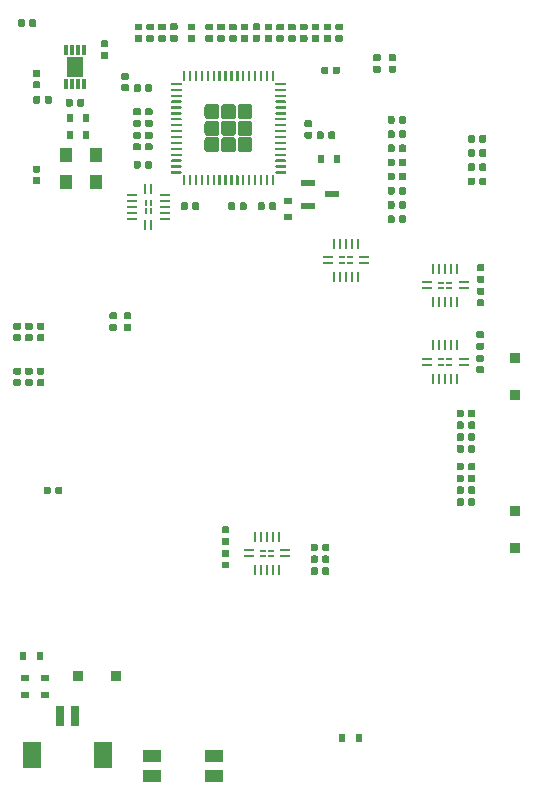
<source format=gbr>
G04 #@! TF.GenerationSoftware,KiCad,Pcbnew,5.1.4+dfsg1-1~bpo9+1*
G04 #@! TF.CreationDate,2019-11-28T12:10:45+01:00*
G04 #@! TF.ProjectId,zglue-demo-board,7a676c75-652d-4646-956d-6f2d626f6172,rev?*
G04 #@! TF.SameCoordinates,Original*
G04 #@! TF.FileFunction,Paste,Bot*
G04 #@! TF.FilePolarity,Positive*
%FSLAX46Y46*%
G04 Gerber Fmt 4.6, Leading zero omitted, Abs format (unit mm)*
G04 Created by KiCad (PCBNEW 5.1.4+dfsg1-1~bpo9+1) date 2019-11-28 12:10:45*
%MOMM*%
%LPD*%
G04 APERTURE LIST*
%ADD10C,0.100000*%
%ADD11C,0.590000*%
%ADD12C,1.263087*%
%ADD13C,0.200000*%
%ADD14R,1.100000X1.200000*%
%ADD15R,0.950000X0.900000*%
%ADD16R,0.900000X0.240000*%
%ADD17R,0.240000X0.900000*%
%ADD18R,0.500000X0.250000*%
%ADD19R,0.250000X0.500000*%
%ADD20R,1.550000X1.000000*%
%ADD21R,0.300000X0.825000*%
%ADD22R,1.450000X1.750000*%
%ADD23R,0.900000X0.950000*%
%ADD24R,0.600000X0.800000*%
%ADD25R,1.300000X0.600000*%
%ADD26R,0.800000X0.600000*%
%ADD27R,1.600000X2.200000*%
%ADD28R,0.700000X1.800000*%
G04 APERTURE END LIST*
D10*
G36*
X53106958Y-32360710D02*
G01*
X53121276Y-32362834D01*
X53135317Y-32366351D01*
X53148946Y-32371228D01*
X53162031Y-32377417D01*
X53174447Y-32384858D01*
X53186073Y-32393481D01*
X53196798Y-32403202D01*
X53206519Y-32413927D01*
X53215142Y-32425553D01*
X53222583Y-32437969D01*
X53228772Y-32451054D01*
X53233649Y-32464683D01*
X53237166Y-32478724D01*
X53239290Y-32493042D01*
X53240000Y-32507500D01*
X53240000Y-32802500D01*
X53239290Y-32816958D01*
X53237166Y-32831276D01*
X53233649Y-32845317D01*
X53228772Y-32858946D01*
X53222583Y-32872031D01*
X53215142Y-32884447D01*
X53206519Y-32896073D01*
X53196798Y-32906798D01*
X53186073Y-32916519D01*
X53174447Y-32925142D01*
X53162031Y-32932583D01*
X53148946Y-32938772D01*
X53135317Y-32943649D01*
X53121276Y-32947166D01*
X53106958Y-32949290D01*
X53092500Y-32950000D01*
X52747500Y-32950000D01*
X52733042Y-32949290D01*
X52718724Y-32947166D01*
X52704683Y-32943649D01*
X52691054Y-32938772D01*
X52677969Y-32932583D01*
X52665553Y-32925142D01*
X52653927Y-32916519D01*
X52643202Y-32906798D01*
X52633481Y-32896073D01*
X52624858Y-32884447D01*
X52617417Y-32872031D01*
X52611228Y-32858946D01*
X52606351Y-32845317D01*
X52602834Y-32831276D01*
X52600710Y-32816958D01*
X52600000Y-32802500D01*
X52600000Y-32507500D01*
X52600710Y-32493042D01*
X52602834Y-32478724D01*
X52606351Y-32464683D01*
X52611228Y-32451054D01*
X52617417Y-32437969D01*
X52624858Y-32425553D01*
X52633481Y-32413927D01*
X52643202Y-32403202D01*
X52653927Y-32393481D01*
X52665553Y-32384858D01*
X52677969Y-32377417D01*
X52691054Y-32371228D01*
X52704683Y-32366351D01*
X52718724Y-32362834D01*
X52733042Y-32360710D01*
X52747500Y-32360000D01*
X53092500Y-32360000D01*
X53106958Y-32360710D01*
X53106958Y-32360710D01*
G37*
D11*
X52920000Y-32655000D03*
D10*
G36*
X53106958Y-31390710D02*
G01*
X53121276Y-31392834D01*
X53135317Y-31396351D01*
X53148946Y-31401228D01*
X53162031Y-31407417D01*
X53174447Y-31414858D01*
X53186073Y-31423481D01*
X53196798Y-31433202D01*
X53206519Y-31443927D01*
X53215142Y-31455553D01*
X53222583Y-31467969D01*
X53228772Y-31481054D01*
X53233649Y-31494683D01*
X53237166Y-31508724D01*
X53239290Y-31523042D01*
X53240000Y-31537500D01*
X53240000Y-31832500D01*
X53239290Y-31846958D01*
X53237166Y-31861276D01*
X53233649Y-31875317D01*
X53228772Y-31888946D01*
X53222583Y-31902031D01*
X53215142Y-31914447D01*
X53206519Y-31926073D01*
X53196798Y-31936798D01*
X53186073Y-31946519D01*
X53174447Y-31955142D01*
X53162031Y-31962583D01*
X53148946Y-31968772D01*
X53135317Y-31973649D01*
X53121276Y-31977166D01*
X53106958Y-31979290D01*
X53092500Y-31980000D01*
X52747500Y-31980000D01*
X52733042Y-31979290D01*
X52718724Y-31977166D01*
X52704683Y-31973649D01*
X52691054Y-31968772D01*
X52677969Y-31962583D01*
X52665553Y-31955142D01*
X52653927Y-31946519D01*
X52643202Y-31936798D01*
X52633481Y-31926073D01*
X52624858Y-31914447D01*
X52617417Y-31902031D01*
X52611228Y-31888946D01*
X52606351Y-31875317D01*
X52602834Y-31861276D01*
X52600710Y-31846958D01*
X52600000Y-31832500D01*
X52600000Y-31537500D01*
X52600710Y-31523042D01*
X52602834Y-31508724D01*
X52606351Y-31494683D01*
X52611228Y-31481054D01*
X52617417Y-31467969D01*
X52624858Y-31455553D01*
X52633481Y-31443927D01*
X52643202Y-31433202D01*
X52653927Y-31423481D01*
X52665553Y-31414858D01*
X52677969Y-31407417D01*
X52691054Y-31401228D01*
X52704683Y-31396351D01*
X52718724Y-31392834D01*
X52733042Y-31390710D01*
X52747500Y-31390000D01*
X53092500Y-31390000D01*
X53106958Y-31390710D01*
X53106958Y-31390710D01*
G37*
D11*
X52920000Y-31685000D03*
D10*
G36*
X66611958Y-34950710D02*
G01*
X66626276Y-34952834D01*
X66640317Y-34956351D01*
X66653946Y-34961228D01*
X66667031Y-34967417D01*
X66679447Y-34974858D01*
X66691073Y-34983481D01*
X66701798Y-34993202D01*
X66711519Y-35003927D01*
X66720142Y-35015553D01*
X66727583Y-35027969D01*
X66733772Y-35041054D01*
X66738649Y-35054683D01*
X66742166Y-35068724D01*
X66744290Y-35083042D01*
X66745000Y-35097500D01*
X66745000Y-35392500D01*
X66744290Y-35406958D01*
X66742166Y-35421276D01*
X66738649Y-35435317D01*
X66733772Y-35448946D01*
X66727583Y-35462031D01*
X66720142Y-35474447D01*
X66711519Y-35486073D01*
X66701798Y-35496798D01*
X66691073Y-35506519D01*
X66679447Y-35515142D01*
X66667031Y-35522583D01*
X66653946Y-35528772D01*
X66640317Y-35533649D01*
X66626276Y-35537166D01*
X66611958Y-35539290D01*
X66597500Y-35540000D01*
X66252500Y-35540000D01*
X66238042Y-35539290D01*
X66223724Y-35537166D01*
X66209683Y-35533649D01*
X66196054Y-35528772D01*
X66182969Y-35522583D01*
X66170553Y-35515142D01*
X66158927Y-35506519D01*
X66148202Y-35496798D01*
X66138481Y-35486073D01*
X66129858Y-35474447D01*
X66122417Y-35462031D01*
X66116228Y-35448946D01*
X66111351Y-35435317D01*
X66107834Y-35421276D01*
X66105710Y-35406958D01*
X66105000Y-35392500D01*
X66105000Y-35097500D01*
X66105710Y-35083042D01*
X66107834Y-35068724D01*
X66111351Y-35054683D01*
X66116228Y-35041054D01*
X66122417Y-35027969D01*
X66129858Y-35015553D01*
X66138481Y-35003927D01*
X66148202Y-34993202D01*
X66158927Y-34983481D01*
X66170553Y-34974858D01*
X66182969Y-34967417D01*
X66196054Y-34961228D01*
X66209683Y-34956351D01*
X66223724Y-34952834D01*
X66238042Y-34950710D01*
X66252500Y-34950000D01*
X66597500Y-34950000D01*
X66611958Y-34950710D01*
X66611958Y-34950710D01*
G37*
D11*
X66425000Y-35245000D03*
D10*
G36*
X66611958Y-33980710D02*
G01*
X66626276Y-33982834D01*
X66640317Y-33986351D01*
X66653946Y-33991228D01*
X66667031Y-33997417D01*
X66679447Y-34004858D01*
X66691073Y-34013481D01*
X66701798Y-34023202D01*
X66711519Y-34033927D01*
X66720142Y-34045553D01*
X66727583Y-34057969D01*
X66733772Y-34071054D01*
X66738649Y-34084683D01*
X66742166Y-34098724D01*
X66744290Y-34113042D01*
X66745000Y-34127500D01*
X66745000Y-34422500D01*
X66744290Y-34436958D01*
X66742166Y-34451276D01*
X66738649Y-34465317D01*
X66733772Y-34478946D01*
X66727583Y-34492031D01*
X66720142Y-34504447D01*
X66711519Y-34516073D01*
X66701798Y-34526798D01*
X66691073Y-34536519D01*
X66679447Y-34545142D01*
X66667031Y-34552583D01*
X66653946Y-34558772D01*
X66640317Y-34563649D01*
X66626276Y-34567166D01*
X66611958Y-34569290D01*
X66597500Y-34570000D01*
X66252500Y-34570000D01*
X66238042Y-34569290D01*
X66223724Y-34567166D01*
X66209683Y-34563649D01*
X66196054Y-34558772D01*
X66182969Y-34552583D01*
X66170553Y-34545142D01*
X66158927Y-34536519D01*
X66148202Y-34526798D01*
X66138481Y-34516073D01*
X66129858Y-34504447D01*
X66122417Y-34492031D01*
X66116228Y-34478946D01*
X66111351Y-34465317D01*
X66107834Y-34451276D01*
X66105710Y-34436958D01*
X66105000Y-34422500D01*
X66105000Y-34127500D01*
X66105710Y-34113042D01*
X66107834Y-34098724D01*
X66111351Y-34084683D01*
X66116228Y-34071054D01*
X66122417Y-34057969D01*
X66129858Y-34045553D01*
X66138481Y-34033927D01*
X66148202Y-34023202D01*
X66158927Y-34013481D01*
X66170553Y-34004858D01*
X66182969Y-33997417D01*
X66196054Y-33991228D01*
X66209683Y-33986351D01*
X66223724Y-33982834D01*
X66238042Y-33980710D01*
X66252500Y-33980000D01*
X66597500Y-33980000D01*
X66611958Y-33980710D01*
X66611958Y-33980710D01*
G37*
D11*
X66425000Y-34275000D03*
D10*
G36*
X65306958Y-33985710D02*
G01*
X65321276Y-33987834D01*
X65335317Y-33991351D01*
X65348946Y-33996228D01*
X65362031Y-34002417D01*
X65374447Y-34009858D01*
X65386073Y-34018481D01*
X65396798Y-34028202D01*
X65406519Y-34038927D01*
X65415142Y-34050553D01*
X65422583Y-34062969D01*
X65428772Y-34076054D01*
X65433649Y-34089683D01*
X65437166Y-34103724D01*
X65439290Y-34118042D01*
X65440000Y-34132500D01*
X65440000Y-34427500D01*
X65439290Y-34441958D01*
X65437166Y-34456276D01*
X65433649Y-34470317D01*
X65428772Y-34483946D01*
X65422583Y-34497031D01*
X65415142Y-34509447D01*
X65406519Y-34521073D01*
X65396798Y-34531798D01*
X65386073Y-34541519D01*
X65374447Y-34550142D01*
X65362031Y-34557583D01*
X65348946Y-34563772D01*
X65335317Y-34568649D01*
X65321276Y-34572166D01*
X65306958Y-34574290D01*
X65292500Y-34575000D01*
X64947500Y-34575000D01*
X64933042Y-34574290D01*
X64918724Y-34572166D01*
X64904683Y-34568649D01*
X64891054Y-34563772D01*
X64877969Y-34557583D01*
X64865553Y-34550142D01*
X64853927Y-34541519D01*
X64843202Y-34531798D01*
X64833481Y-34521073D01*
X64824858Y-34509447D01*
X64817417Y-34497031D01*
X64811228Y-34483946D01*
X64806351Y-34470317D01*
X64802834Y-34456276D01*
X64800710Y-34441958D01*
X64800000Y-34427500D01*
X64800000Y-34132500D01*
X64800710Y-34118042D01*
X64802834Y-34103724D01*
X64806351Y-34089683D01*
X64811228Y-34076054D01*
X64817417Y-34062969D01*
X64824858Y-34050553D01*
X64833481Y-34038927D01*
X64843202Y-34028202D01*
X64853927Y-34018481D01*
X64865553Y-34009858D01*
X64877969Y-34002417D01*
X64891054Y-33996228D01*
X64904683Y-33991351D01*
X64918724Y-33987834D01*
X64933042Y-33985710D01*
X64947500Y-33985000D01*
X65292500Y-33985000D01*
X65306958Y-33985710D01*
X65306958Y-33985710D01*
G37*
D11*
X65120000Y-34280000D03*
D10*
G36*
X65306958Y-34955710D02*
G01*
X65321276Y-34957834D01*
X65335317Y-34961351D01*
X65348946Y-34966228D01*
X65362031Y-34972417D01*
X65374447Y-34979858D01*
X65386073Y-34988481D01*
X65396798Y-34998202D01*
X65406519Y-35008927D01*
X65415142Y-35020553D01*
X65422583Y-35032969D01*
X65428772Y-35046054D01*
X65433649Y-35059683D01*
X65437166Y-35073724D01*
X65439290Y-35088042D01*
X65440000Y-35102500D01*
X65440000Y-35397500D01*
X65439290Y-35411958D01*
X65437166Y-35426276D01*
X65433649Y-35440317D01*
X65428772Y-35453946D01*
X65422583Y-35467031D01*
X65415142Y-35479447D01*
X65406519Y-35491073D01*
X65396798Y-35501798D01*
X65386073Y-35511519D01*
X65374447Y-35520142D01*
X65362031Y-35527583D01*
X65348946Y-35533772D01*
X65335317Y-35538649D01*
X65321276Y-35542166D01*
X65306958Y-35544290D01*
X65292500Y-35545000D01*
X64947500Y-35545000D01*
X64933042Y-35544290D01*
X64918724Y-35542166D01*
X64904683Y-35538649D01*
X64891054Y-35533772D01*
X64877969Y-35527583D01*
X64865553Y-35520142D01*
X64853927Y-35511519D01*
X64843202Y-35501798D01*
X64833481Y-35491073D01*
X64824858Y-35479447D01*
X64817417Y-35467031D01*
X64811228Y-35453946D01*
X64806351Y-35440317D01*
X64802834Y-35426276D01*
X64800710Y-35411958D01*
X64800000Y-35397500D01*
X64800000Y-35102500D01*
X64800710Y-35088042D01*
X64802834Y-35073724D01*
X64806351Y-35059683D01*
X64811228Y-35046054D01*
X64817417Y-35032969D01*
X64824858Y-35020553D01*
X64833481Y-35008927D01*
X64843202Y-34998202D01*
X64853927Y-34988481D01*
X64865553Y-34979858D01*
X64877969Y-34972417D01*
X64891054Y-34966228D01*
X64904683Y-34961351D01*
X64918724Y-34957834D01*
X64933042Y-34955710D01*
X64947500Y-34955000D01*
X65292500Y-34955000D01*
X65306958Y-34955710D01*
X65306958Y-34955710D01*
G37*
D11*
X65120000Y-35250000D03*
D10*
G36*
X51106958Y-31390710D02*
G01*
X51121276Y-31392834D01*
X51135317Y-31396351D01*
X51148946Y-31401228D01*
X51162031Y-31407417D01*
X51174447Y-31414858D01*
X51186073Y-31423481D01*
X51196798Y-31433202D01*
X51206519Y-31443927D01*
X51215142Y-31455553D01*
X51222583Y-31467969D01*
X51228772Y-31481054D01*
X51233649Y-31494683D01*
X51237166Y-31508724D01*
X51239290Y-31523042D01*
X51240000Y-31537500D01*
X51240000Y-31832500D01*
X51239290Y-31846958D01*
X51237166Y-31861276D01*
X51233649Y-31875317D01*
X51228772Y-31888946D01*
X51222583Y-31902031D01*
X51215142Y-31914447D01*
X51206519Y-31926073D01*
X51196798Y-31936798D01*
X51186073Y-31946519D01*
X51174447Y-31955142D01*
X51162031Y-31962583D01*
X51148946Y-31968772D01*
X51135317Y-31973649D01*
X51121276Y-31977166D01*
X51106958Y-31979290D01*
X51092500Y-31980000D01*
X50747500Y-31980000D01*
X50733042Y-31979290D01*
X50718724Y-31977166D01*
X50704683Y-31973649D01*
X50691054Y-31968772D01*
X50677969Y-31962583D01*
X50665553Y-31955142D01*
X50653927Y-31946519D01*
X50643202Y-31936798D01*
X50633481Y-31926073D01*
X50624858Y-31914447D01*
X50617417Y-31902031D01*
X50611228Y-31888946D01*
X50606351Y-31875317D01*
X50602834Y-31861276D01*
X50600710Y-31846958D01*
X50600000Y-31832500D01*
X50600000Y-31537500D01*
X50600710Y-31523042D01*
X50602834Y-31508724D01*
X50606351Y-31494683D01*
X50611228Y-31481054D01*
X50617417Y-31467969D01*
X50624858Y-31455553D01*
X50633481Y-31443927D01*
X50643202Y-31433202D01*
X50653927Y-31423481D01*
X50665553Y-31414858D01*
X50677969Y-31407417D01*
X50691054Y-31401228D01*
X50704683Y-31396351D01*
X50718724Y-31392834D01*
X50733042Y-31390710D01*
X50747500Y-31390000D01*
X51092500Y-31390000D01*
X51106958Y-31390710D01*
X51106958Y-31390710D01*
G37*
D11*
X50920000Y-31685000D03*
D10*
G36*
X51106958Y-32360710D02*
G01*
X51121276Y-32362834D01*
X51135317Y-32366351D01*
X51148946Y-32371228D01*
X51162031Y-32377417D01*
X51174447Y-32384858D01*
X51186073Y-32393481D01*
X51196798Y-32403202D01*
X51206519Y-32413927D01*
X51215142Y-32425553D01*
X51222583Y-32437969D01*
X51228772Y-32451054D01*
X51233649Y-32464683D01*
X51237166Y-32478724D01*
X51239290Y-32493042D01*
X51240000Y-32507500D01*
X51240000Y-32802500D01*
X51239290Y-32816958D01*
X51237166Y-32831276D01*
X51233649Y-32845317D01*
X51228772Y-32858946D01*
X51222583Y-32872031D01*
X51215142Y-32884447D01*
X51206519Y-32896073D01*
X51196798Y-32906798D01*
X51186073Y-32916519D01*
X51174447Y-32925142D01*
X51162031Y-32932583D01*
X51148946Y-32938772D01*
X51135317Y-32943649D01*
X51121276Y-32947166D01*
X51106958Y-32949290D01*
X51092500Y-32950000D01*
X50747500Y-32950000D01*
X50733042Y-32949290D01*
X50718724Y-32947166D01*
X50704683Y-32943649D01*
X50691054Y-32938772D01*
X50677969Y-32932583D01*
X50665553Y-32925142D01*
X50653927Y-32916519D01*
X50643202Y-32906798D01*
X50633481Y-32896073D01*
X50624858Y-32884447D01*
X50617417Y-32872031D01*
X50611228Y-32858946D01*
X50606351Y-32845317D01*
X50602834Y-32831276D01*
X50600710Y-32816958D01*
X50600000Y-32802500D01*
X50600000Y-32507500D01*
X50600710Y-32493042D01*
X50602834Y-32478724D01*
X50606351Y-32464683D01*
X50611228Y-32451054D01*
X50617417Y-32437969D01*
X50624858Y-32425553D01*
X50633481Y-32413927D01*
X50643202Y-32403202D01*
X50653927Y-32393481D01*
X50665553Y-32384858D01*
X50677969Y-32377417D01*
X50691054Y-32371228D01*
X50704683Y-32366351D01*
X50718724Y-32362834D01*
X50733042Y-32360710D01*
X50747500Y-32360000D01*
X51092500Y-32360000D01*
X51106958Y-32360710D01*
X51106958Y-32360710D01*
G37*
D11*
X50920000Y-32655000D03*
D10*
G36*
X51556047Y-41019661D02*
G01*
X51580316Y-41023261D01*
X51604114Y-41029222D01*
X51627214Y-41037487D01*
X51649392Y-41047977D01*
X51670436Y-41060590D01*
X51690141Y-41075204D01*
X51708320Y-41091680D01*
X51724796Y-41109859D01*
X51739410Y-41129564D01*
X51752023Y-41150608D01*
X51762513Y-41172786D01*
X51770778Y-41195886D01*
X51776739Y-41219684D01*
X51780339Y-41243953D01*
X51781543Y-41268457D01*
X51781543Y-42031543D01*
X51780339Y-42056047D01*
X51776739Y-42080316D01*
X51770778Y-42104114D01*
X51762513Y-42127214D01*
X51752023Y-42149392D01*
X51739410Y-42170436D01*
X51724796Y-42190141D01*
X51708320Y-42208320D01*
X51690141Y-42224796D01*
X51670436Y-42239410D01*
X51649392Y-42252023D01*
X51627214Y-42262513D01*
X51604114Y-42270778D01*
X51580316Y-42276739D01*
X51556047Y-42280339D01*
X51531543Y-42281543D01*
X50768457Y-42281543D01*
X50743953Y-42280339D01*
X50719684Y-42276739D01*
X50695886Y-42270778D01*
X50672786Y-42262513D01*
X50650608Y-42252023D01*
X50629564Y-42239410D01*
X50609859Y-42224796D01*
X50591680Y-42208320D01*
X50575204Y-42190141D01*
X50560590Y-42170436D01*
X50547977Y-42149392D01*
X50537487Y-42127214D01*
X50529222Y-42104114D01*
X50523261Y-42080316D01*
X50519661Y-42056047D01*
X50518457Y-42031543D01*
X50518457Y-41268457D01*
X50519661Y-41243953D01*
X50523261Y-41219684D01*
X50529222Y-41195886D01*
X50537487Y-41172786D01*
X50547977Y-41150608D01*
X50560590Y-41129564D01*
X50575204Y-41109859D01*
X50591680Y-41091680D01*
X50609859Y-41075204D01*
X50629564Y-41060590D01*
X50650608Y-41047977D01*
X50672786Y-41037487D01*
X50695886Y-41029222D01*
X50719684Y-41023261D01*
X50743953Y-41019661D01*
X50768457Y-41018457D01*
X51531543Y-41018457D01*
X51556047Y-41019661D01*
X51556047Y-41019661D01*
G37*
D12*
X51150000Y-41650000D03*
D10*
G36*
X51556047Y-39619661D02*
G01*
X51580316Y-39623261D01*
X51604114Y-39629222D01*
X51627214Y-39637487D01*
X51649392Y-39647977D01*
X51670436Y-39660590D01*
X51690141Y-39675204D01*
X51708320Y-39691680D01*
X51724796Y-39709859D01*
X51739410Y-39729564D01*
X51752023Y-39750608D01*
X51762513Y-39772786D01*
X51770778Y-39795886D01*
X51776739Y-39819684D01*
X51780339Y-39843953D01*
X51781543Y-39868457D01*
X51781543Y-40631543D01*
X51780339Y-40656047D01*
X51776739Y-40680316D01*
X51770778Y-40704114D01*
X51762513Y-40727214D01*
X51752023Y-40749392D01*
X51739410Y-40770436D01*
X51724796Y-40790141D01*
X51708320Y-40808320D01*
X51690141Y-40824796D01*
X51670436Y-40839410D01*
X51649392Y-40852023D01*
X51627214Y-40862513D01*
X51604114Y-40870778D01*
X51580316Y-40876739D01*
X51556047Y-40880339D01*
X51531543Y-40881543D01*
X50768457Y-40881543D01*
X50743953Y-40880339D01*
X50719684Y-40876739D01*
X50695886Y-40870778D01*
X50672786Y-40862513D01*
X50650608Y-40852023D01*
X50629564Y-40839410D01*
X50609859Y-40824796D01*
X50591680Y-40808320D01*
X50575204Y-40790141D01*
X50560590Y-40770436D01*
X50547977Y-40749392D01*
X50537487Y-40727214D01*
X50529222Y-40704114D01*
X50523261Y-40680316D01*
X50519661Y-40656047D01*
X50518457Y-40631543D01*
X50518457Y-39868457D01*
X50519661Y-39843953D01*
X50523261Y-39819684D01*
X50529222Y-39795886D01*
X50537487Y-39772786D01*
X50547977Y-39750608D01*
X50560590Y-39729564D01*
X50575204Y-39709859D01*
X50591680Y-39691680D01*
X50609859Y-39675204D01*
X50629564Y-39660590D01*
X50650608Y-39647977D01*
X50672786Y-39637487D01*
X50695886Y-39629222D01*
X50719684Y-39623261D01*
X50743953Y-39619661D01*
X50768457Y-39618457D01*
X51531543Y-39618457D01*
X51556047Y-39619661D01*
X51556047Y-39619661D01*
G37*
D12*
X51150000Y-40250000D03*
D10*
G36*
X51556047Y-38219661D02*
G01*
X51580316Y-38223261D01*
X51604114Y-38229222D01*
X51627214Y-38237487D01*
X51649392Y-38247977D01*
X51670436Y-38260590D01*
X51690141Y-38275204D01*
X51708320Y-38291680D01*
X51724796Y-38309859D01*
X51739410Y-38329564D01*
X51752023Y-38350608D01*
X51762513Y-38372786D01*
X51770778Y-38395886D01*
X51776739Y-38419684D01*
X51780339Y-38443953D01*
X51781543Y-38468457D01*
X51781543Y-39231543D01*
X51780339Y-39256047D01*
X51776739Y-39280316D01*
X51770778Y-39304114D01*
X51762513Y-39327214D01*
X51752023Y-39349392D01*
X51739410Y-39370436D01*
X51724796Y-39390141D01*
X51708320Y-39408320D01*
X51690141Y-39424796D01*
X51670436Y-39439410D01*
X51649392Y-39452023D01*
X51627214Y-39462513D01*
X51604114Y-39470778D01*
X51580316Y-39476739D01*
X51556047Y-39480339D01*
X51531543Y-39481543D01*
X50768457Y-39481543D01*
X50743953Y-39480339D01*
X50719684Y-39476739D01*
X50695886Y-39470778D01*
X50672786Y-39462513D01*
X50650608Y-39452023D01*
X50629564Y-39439410D01*
X50609859Y-39424796D01*
X50591680Y-39408320D01*
X50575204Y-39390141D01*
X50560590Y-39370436D01*
X50547977Y-39349392D01*
X50537487Y-39327214D01*
X50529222Y-39304114D01*
X50523261Y-39280316D01*
X50519661Y-39256047D01*
X50518457Y-39231543D01*
X50518457Y-38468457D01*
X50519661Y-38443953D01*
X50523261Y-38419684D01*
X50529222Y-38395886D01*
X50537487Y-38372786D01*
X50547977Y-38350608D01*
X50560590Y-38329564D01*
X50575204Y-38309859D01*
X50591680Y-38291680D01*
X50609859Y-38275204D01*
X50629564Y-38260590D01*
X50650608Y-38247977D01*
X50672786Y-38237487D01*
X50695886Y-38229222D01*
X50719684Y-38223261D01*
X50743953Y-38219661D01*
X50768457Y-38218457D01*
X51531543Y-38218457D01*
X51556047Y-38219661D01*
X51556047Y-38219661D01*
G37*
D12*
X51150000Y-38850000D03*
D10*
G36*
X52956047Y-41019661D02*
G01*
X52980316Y-41023261D01*
X53004114Y-41029222D01*
X53027214Y-41037487D01*
X53049392Y-41047977D01*
X53070436Y-41060590D01*
X53090141Y-41075204D01*
X53108320Y-41091680D01*
X53124796Y-41109859D01*
X53139410Y-41129564D01*
X53152023Y-41150608D01*
X53162513Y-41172786D01*
X53170778Y-41195886D01*
X53176739Y-41219684D01*
X53180339Y-41243953D01*
X53181543Y-41268457D01*
X53181543Y-42031543D01*
X53180339Y-42056047D01*
X53176739Y-42080316D01*
X53170778Y-42104114D01*
X53162513Y-42127214D01*
X53152023Y-42149392D01*
X53139410Y-42170436D01*
X53124796Y-42190141D01*
X53108320Y-42208320D01*
X53090141Y-42224796D01*
X53070436Y-42239410D01*
X53049392Y-42252023D01*
X53027214Y-42262513D01*
X53004114Y-42270778D01*
X52980316Y-42276739D01*
X52956047Y-42280339D01*
X52931543Y-42281543D01*
X52168457Y-42281543D01*
X52143953Y-42280339D01*
X52119684Y-42276739D01*
X52095886Y-42270778D01*
X52072786Y-42262513D01*
X52050608Y-42252023D01*
X52029564Y-42239410D01*
X52009859Y-42224796D01*
X51991680Y-42208320D01*
X51975204Y-42190141D01*
X51960590Y-42170436D01*
X51947977Y-42149392D01*
X51937487Y-42127214D01*
X51929222Y-42104114D01*
X51923261Y-42080316D01*
X51919661Y-42056047D01*
X51918457Y-42031543D01*
X51918457Y-41268457D01*
X51919661Y-41243953D01*
X51923261Y-41219684D01*
X51929222Y-41195886D01*
X51937487Y-41172786D01*
X51947977Y-41150608D01*
X51960590Y-41129564D01*
X51975204Y-41109859D01*
X51991680Y-41091680D01*
X52009859Y-41075204D01*
X52029564Y-41060590D01*
X52050608Y-41047977D01*
X52072786Y-41037487D01*
X52095886Y-41029222D01*
X52119684Y-41023261D01*
X52143953Y-41019661D01*
X52168457Y-41018457D01*
X52931543Y-41018457D01*
X52956047Y-41019661D01*
X52956047Y-41019661D01*
G37*
D12*
X52550000Y-41650000D03*
D10*
G36*
X52956047Y-39619661D02*
G01*
X52980316Y-39623261D01*
X53004114Y-39629222D01*
X53027214Y-39637487D01*
X53049392Y-39647977D01*
X53070436Y-39660590D01*
X53090141Y-39675204D01*
X53108320Y-39691680D01*
X53124796Y-39709859D01*
X53139410Y-39729564D01*
X53152023Y-39750608D01*
X53162513Y-39772786D01*
X53170778Y-39795886D01*
X53176739Y-39819684D01*
X53180339Y-39843953D01*
X53181543Y-39868457D01*
X53181543Y-40631543D01*
X53180339Y-40656047D01*
X53176739Y-40680316D01*
X53170778Y-40704114D01*
X53162513Y-40727214D01*
X53152023Y-40749392D01*
X53139410Y-40770436D01*
X53124796Y-40790141D01*
X53108320Y-40808320D01*
X53090141Y-40824796D01*
X53070436Y-40839410D01*
X53049392Y-40852023D01*
X53027214Y-40862513D01*
X53004114Y-40870778D01*
X52980316Y-40876739D01*
X52956047Y-40880339D01*
X52931543Y-40881543D01*
X52168457Y-40881543D01*
X52143953Y-40880339D01*
X52119684Y-40876739D01*
X52095886Y-40870778D01*
X52072786Y-40862513D01*
X52050608Y-40852023D01*
X52029564Y-40839410D01*
X52009859Y-40824796D01*
X51991680Y-40808320D01*
X51975204Y-40790141D01*
X51960590Y-40770436D01*
X51947977Y-40749392D01*
X51937487Y-40727214D01*
X51929222Y-40704114D01*
X51923261Y-40680316D01*
X51919661Y-40656047D01*
X51918457Y-40631543D01*
X51918457Y-39868457D01*
X51919661Y-39843953D01*
X51923261Y-39819684D01*
X51929222Y-39795886D01*
X51937487Y-39772786D01*
X51947977Y-39750608D01*
X51960590Y-39729564D01*
X51975204Y-39709859D01*
X51991680Y-39691680D01*
X52009859Y-39675204D01*
X52029564Y-39660590D01*
X52050608Y-39647977D01*
X52072786Y-39637487D01*
X52095886Y-39629222D01*
X52119684Y-39623261D01*
X52143953Y-39619661D01*
X52168457Y-39618457D01*
X52931543Y-39618457D01*
X52956047Y-39619661D01*
X52956047Y-39619661D01*
G37*
D12*
X52550000Y-40250000D03*
D10*
G36*
X52956047Y-38219661D02*
G01*
X52980316Y-38223261D01*
X53004114Y-38229222D01*
X53027214Y-38237487D01*
X53049392Y-38247977D01*
X53070436Y-38260590D01*
X53090141Y-38275204D01*
X53108320Y-38291680D01*
X53124796Y-38309859D01*
X53139410Y-38329564D01*
X53152023Y-38350608D01*
X53162513Y-38372786D01*
X53170778Y-38395886D01*
X53176739Y-38419684D01*
X53180339Y-38443953D01*
X53181543Y-38468457D01*
X53181543Y-39231543D01*
X53180339Y-39256047D01*
X53176739Y-39280316D01*
X53170778Y-39304114D01*
X53162513Y-39327214D01*
X53152023Y-39349392D01*
X53139410Y-39370436D01*
X53124796Y-39390141D01*
X53108320Y-39408320D01*
X53090141Y-39424796D01*
X53070436Y-39439410D01*
X53049392Y-39452023D01*
X53027214Y-39462513D01*
X53004114Y-39470778D01*
X52980316Y-39476739D01*
X52956047Y-39480339D01*
X52931543Y-39481543D01*
X52168457Y-39481543D01*
X52143953Y-39480339D01*
X52119684Y-39476739D01*
X52095886Y-39470778D01*
X52072786Y-39462513D01*
X52050608Y-39452023D01*
X52029564Y-39439410D01*
X52009859Y-39424796D01*
X51991680Y-39408320D01*
X51975204Y-39390141D01*
X51960590Y-39370436D01*
X51947977Y-39349392D01*
X51937487Y-39327214D01*
X51929222Y-39304114D01*
X51923261Y-39280316D01*
X51919661Y-39256047D01*
X51918457Y-39231543D01*
X51918457Y-38468457D01*
X51919661Y-38443953D01*
X51923261Y-38419684D01*
X51929222Y-38395886D01*
X51937487Y-38372786D01*
X51947977Y-38350608D01*
X51960590Y-38329564D01*
X51975204Y-38309859D01*
X51991680Y-38291680D01*
X52009859Y-38275204D01*
X52029564Y-38260590D01*
X52050608Y-38247977D01*
X52072786Y-38237487D01*
X52095886Y-38229222D01*
X52119684Y-38223261D01*
X52143953Y-38219661D01*
X52168457Y-38218457D01*
X52931543Y-38218457D01*
X52956047Y-38219661D01*
X52956047Y-38219661D01*
G37*
D12*
X52550000Y-38850000D03*
D10*
G36*
X54356047Y-41019661D02*
G01*
X54380316Y-41023261D01*
X54404114Y-41029222D01*
X54427214Y-41037487D01*
X54449392Y-41047977D01*
X54470436Y-41060590D01*
X54490141Y-41075204D01*
X54508320Y-41091680D01*
X54524796Y-41109859D01*
X54539410Y-41129564D01*
X54552023Y-41150608D01*
X54562513Y-41172786D01*
X54570778Y-41195886D01*
X54576739Y-41219684D01*
X54580339Y-41243953D01*
X54581543Y-41268457D01*
X54581543Y-42031543D01*
X54580339Y-42056047D01*
X54576739Y-42080316D01*
X54570778Y-42104114D01*
X54562513Y-42127214D01*
X54552023Y-42149392D01*
X54539410Y-42170436D01*
X54524796Y-42190141D01*
X54508320Y-42208320D01*
X54490141Y-42224796D01*
X54470436Y-42239410D01*
X54449392Y-42252023D01*
X54427214Y-42262513D01*
X54404114Y-42270778D01*
X54380316Y-42276739D01*
X54356047Y-42280339D01*
X54331543Y-42281543D01*
X53568457Y-42281543D01*
X53543953Y-42280339D01*
X53519684Y-42276739D01*
X53495886Y-42270778D01*
X53472786Y-42262513D01*
X53450608Y-42252023D01*
X53429564Y-42239410D01*
X53409859Y-42224796D01*
X53391680Y-42208320D01*
X53375204Y-42190141D01*
X53360590Y-42170436D01*
X53347977Y-42149392D01*
X53337487Y-42127214D01*
X53329222Y-42104114D01*
X53323261Y-42080316D01*
X53319661Y-42056047D01*
X53318457Y-42031543D01*
X53318457Y-41268457D01*
X53319661Y-41243953D01*
X53323261Y-41219684D01*
X53329222Y-41195886D01*
X53337487Y-41172786D01*
X53347977Y-41150608D01*
X53360590Y-41129564D01*
X53375204Y-41109859D01*
X53391680Y-41091680D01*
X53409859Y-41075204D01*
X53429564Y-41060590D01*
X53450608Y-41047977D01*
X53472786Y-41037487D01*
X53495886Y-41029222D01*
X53519684Y-41023261D01*
X53543953Y-41019661D01*
X53568457Y-41018457D01*
X54331543Y-41018457D01*
X54356047Y-41019661D01*
X54356047Y-41019661D01*
G37*
D12*
X53950000Y-41650000D03*
D10*
G36*
X54356047Y-39619661D02*
G01*
X54380316Y-39623261D01*
X54404114Y-39629222D01*
X54427214Y-39637487D01*
X54449392Y-39647977D01*
X54470436Y-39660590D01*
X54490141Y-39675204D01*
X54508320Y-39691680D01*
X54524796Y-39709859D01*
X54539410Y-39729564D01*
X54552023Y-39750608D01*
X54562513Y-39772786D01*
X54570778Y-39795886D01*
X54576739Y-39819684D01*
X54580339Y-39843953D01*
X54581543Y-39868457D01*
X54581543Y-40631543D01*
X54580339Y-40656047D01*
X54576739Y-40680316D01*
X54570778Y-40704114D01*
X54562513Y-40727214D01*
X54552023Y-40749392D01*
X54539410Y-40770436D01*
X54524796Y-40790141D01*
X54508320Y-40808320D01*
X54490141Y-40824796D01*
X54470436Y-40839410D01*
X54449392Y-40852023D01*
X54427214Y-40862513D01*
X54404114Y-40870778D01*
X54380316Y-40876739D01*
X54356047Y-40880339D01*
X54331543Y-40881543D01*
X53568457Y-40881543D01*
X53543953Y-40880339D01*
X53519684Y-40876739D01*
X53495886Y-40870778D01*
X53472786Y-40862513D01*
X53450608Y-40852023D01*
X53429564Y-40839410D01*
X53409859Y-40824796D01*
X53391680Y-40808320D01*
X53375204Y-40790141D01*
X53360590Y-40770436D01*
X53347977Y-40749392D01*
X53337487Y-40727214D01*
X53329222Y-40704114D01*
X53323261Y-40680316D01*
X53319661Y-40656047D01*
X53318457Y-40631543D01*
X53318457Y-39868457D01*
X53319661Y-39843953D01*
X53323261Y-39819684D01*
X53329222Y-39795886D01*
X53337487Y-39772786D01*
X53347977Y-39750608D01*
X53360590Y-39729564D01*
X53375204Y-39709859D01*
X53391680Y-39691680D01*
X53409859Y-39675204D01*
X53429564Y-39660590D01*
X53450608Y-39647977D01*
X53472786Y-39637487D01*
X53495886Y-39629222D01*
X53519684Y-39623261D01*
X53543953Y-39619661D01*
X53568457Y-39618457D01*
X54331543Y-39618457D01*
X54356047Y-39619661D01*
X54356047Y-39619661D01*
G37*
D12*
X53950000Y-40250000D03*
D10*
G36*
X54356047Y-38219661D02*
G01*
X54380316Y-38223261D01*
X54404114Y-38229222D01*
X54427214Y-38237487D01*
X54449392Y-38247977D01*
X54470436Y-38260590D01*
X54490141Y-38275204D01*
X54508320Y-38291680D01*
X54524796Y-38309859D01*
X54539410Y-38329564D01*
X54552023Y-38350608D01*
X54562513Y-38372786D01*
X54570778Y-38395886D01*
X54576739Y-38419684D01*
X54580339Y-38443953D01*
X54581543Y-38468457D01*
X54581543Y-39231543D01*
X54580339Y-39256047D01*
X54576739Y-39280316D01*
X54570778Y-39304114D01*
X54562513Y-39327214D01*
X54552023Y-39349392D01*
X54539410Y-39370436D01*
X54524796Y-39390141D01*
X54508320Y-39408320D01*
X54490141Y-39424796D01*
X54470436Y-39439410D01*
X54449392Y-39452023D01*
X54427214Y-39462513D01*
X54404114Y-39470778D01*
X54380316Y-39476739D01*
X54356047Y-39480339D01*
X54331543Y-39481543D01*
X53568457Y-39481543D01*
X53543953Y-39480339D01*
X53519684Y-39476739D01*
X53495886Y-39470778D01*
X53472786Y-39462513D01*
X53450608Y-39452023D01*
X53429564Y-39439410D01*
X53409859Y-39424796D01*
X53391680Y-39408320D01*
X53375204Y-39390141D01*
X53360590Y-39370436D01*
X53347977Y-39349392D01*
X53337487Y-39327214D01*
X53329222Y-39304114D01*
X53323261Y-39280316D01*
X53319661Y-39256047D01*
X53318457Y-39231543D01*
X53318457Y-38468457D01*
X53319661Y-38443953D01*
X53323261Y-38419684D01*
X53329222Y-38395886D01*
X53337487Y-38372786D01*
X53347977Y-38350608D01*
X53360590Y-38329564D01*
X53375204Y-38309859D01*
X53391680Y-38291680D01*
X53409859Y-38275204D01*
X53429564Y-38260590D01*
X53450608Y-38247977D01*
X53472786Y-38237487D01*
X53495886Y-38229222D01*
X53519684Y-38223261D01*
X53543953Y-38219661D01*
X53568457Y-38218457D01*
X54331543Y-38218457D01*
X54356047Y-38219661D01*
X54356047Y-38219661D01*
G37*
D12*
X53950000Y-38850000D03*
D10*
G36*
X48529901Y-43900241D02*
G01*
X48534755Y-43900961D01*
X48539514Y-43902153D01*
X48544134Y-43903806D01*
X48548570Y-43905904D01*
X48552779Y-43908427D01*
X48556720Y-43911349D01*
X48560355Y-43914645D01*
X48563651Y-43918280D01*
X48566573Y-43922221D01*
X48569096Y-43926430D01*
X48571194Y-43930866D01*
X48572847Y-43935486D01*
X48574039Y-43940245D01*
X48574759Y-43945099D01*
X48575000Y-43950000D01*
X48575000Y-44050000D01*
X48574759Y-44054901D01*
X48574039Y-44059755D01*
X48572847Y-44064514D01*
X48571194Y-44069134D01*
X48569096Y-44073570D01*
X48566573Y-44077779D01*
X48563651Y-44081720D01*
X48560355Y-44085355D01*
X48556720Y-44088651D01*
X48552779Y-44091573D01*
X48548570Y-44094096D01*
X48544134Y-44096194D01*
X48539514Y-44097847D01*
X48534755Y-44099039D01*
X48529901Y-44099759D01*
X48525000Y-44100000D01*
X47750000Y-44100000D01*
X47745099Y-44099759D01*
X47740245Y-44099039D01*
X47735486Y-44097847D01*
X47730866Y-44096194D01*
X47726430Y-44094096D01*
X47722221Y-44091573D01*
X47718280Y-44088651D01*
X47714645Y-44085355D01*
X47711349Y-44081720D01*
X47708427Y-44077779D01*
X47705904Y-44073570D01*
X47703806Y-44069134D01*
X47702153Y-44064514D01*
X47700961Y-44059755D01*
X47700241Y-44054901D01*
X47700000Y-44050000D01*
X47700000Y-43950000D01*
X47700241Y-43945099D01*
X47700961Y-43940245D01*
X47702153Y-43935486D01*
X47703806Y-43930866D01*
X47705904Y-43926430D01*
X47708427Y-43922221D01*
X47711349Y-43918280D01*
X47714645Y-43914645D01*
X47718280Y-43911349D01*
X47722221Y-43908427D01*
X47726430Y-43905904D01*
X47730866Y-43903806D01*
X47735486Y-43902153D01*
X47740245Y-43900961D01*
X47745099Y-43900241D01*
X47750000Y-43900000D01*
X48525000Y-43900000D01*
X48529901Y-43900241D01*
X48529901Y-43900241D01*
G37*
D13*
X48137500Y-44000000D03*
D10*
G36*
X48529901Y-43400241D02*
G01*
X48534755Y-43400961D01*
X48539514Y-43402153D01*
X48544134Y-43403806D01*
X48548570Y-43405904D01*
X48552779Y-43408427D01*
X48556720Y-43411349D01*
X48560355Y-43414645D01*
X48563651Y-43418280D01*
X48566573Y-43422221D01*
X48569096Y-43426430D01*
X48571194Y-43430866D01*
X48572847Y-43435486D01*
X48574039Y-43440245D01*
X48574759Y-43445099D01*
X48575000Y-43450000D01*
X48575000Y-43550000D01*
X48574759Y-43554901D01*
X48574039Y-43559755D01*
X48572847Y-43564514D01*
X48571194Y-43569134D01*
X48569096Y-43573570D01*
X48566573Y-43577779D01*
X48563651Y-43581720D01*
X48560355Y-43585355D01*
X48556720Y-43588651D01*
X48552779Y-43591573D01*
X48548570Y-43594096D01*
X48544134Y-43596194D01*
X48539514Y-43597847D01*
X48534755Y-43599039D01*
X48529901Y-43599759D01*
X48525000Y-43600000D01*
X47750000Y-43600000D01*
X47745099Y-43599759D01*
X47740245Y-43599039D01*
X47735486Y-43597847D01*
X47730866Y-43596194D01*
X47726430Y-43594096D01*
X47722221Y-43591573D01*
X47718280Y-43588651D01*
X47714645Y-43585355D01*
X47711349Y-43581720D01*
X47708427Y-43577779D01*
X47705904Y-43573570D01*
X47703806Y-43569134D01*
X47702153Y-43564514D01*
X47700961Y-43559755D01*
X47700241Y-43554901D01*
X47700000Y-43550000D01*
X47700000Y-43450000D01*
X47700241Y-43445099D01*
X47700961Y-43440245D01*
X47702153Y-43435486D01*
X47703806Y-43430866D01*
X47705904Y-43426430D01*
X47708427Y-43422221D01*
X47711349Y-43418280D01*
X47714645Y-43414645D01*
X47718280Y-43411349D01*
X47722221Y-43408427D01*
X47726430Y-43405904D01*
X47730866Y-43403806D01*
X47735486Y-43402153D01*
X47740245Y-43400961D01*
X47745099Y-43400241D01*
X47750000Y-43400000D01*
X48525000Y-43400000D01*
X48529901Y-43400241D01*
X48529901Y-43400241D01*
G37*
D13*
X48137500Y-43500000D03*
D10*
G36*
X48529901Y-42900241D02*
G01*
X48534755Y-42900961D01*
X48539514Y-42902153D01*
X48544134Y-42903806D01*
X48548570Y-42905904D01*
X48552779Y-42908427D01*
X48556720Y-42911349D01*
X48560355Y-42914645D01*
X48563651Y-42918280D01*
X48566573Y-42922221D01*
X48569096Y-42926430D01*
X48571194Y-42930866D01*
X48572847Y-42935486D01*
X48574039Y-42940245D01*
X48574759Y-42945099D01*
X48575000Y-42950000D01*
X48575000Y-43050000D01*
X48574759Y-43054901D01*
X48574039Y-43059755D01*
X48572847Y-43064514D01*
X48571194Y-43069134D01*
X48569096Y-43073570D01*
X48566573Y-43077779D01*
X48563651Y-43081720D01*
X48560355Y-43085355D01*
X48556720Y-43088651D01*
X48552779Y-43091573D01*
X48548570Y-43094096D01*
X48544134Y-43096194D01*
X48539514Y-43097847D01*
X48534755Y-43099039D01*
X48529901Y-43099759D01*
X48525000Y-43100000D01*
X47750000Y-43100000D01*
X47745099Y-43099759D01*
X47740245Y-43099039D01*
X47735486Y-43097847D01*
X47730866Y-43096194D01*
X47726430Y-43094096D01*
X47722221Y-43091573D01*
X47718280Y-43088651D01*
X47714645Y-43085355D01*
X47711349Y-43081720D01*
X47708427Y-43077779D01*
X47705904Y-43073570D01*
X47703806Y-43069134D01*
X47702153Y-43064514D01*
X47700961Y-43059755D01*
X47700241Y-43054901D01*
X47700000Y-43050000D01*
X47700000Y-42950000D01*
X47700241Y-42945099D01*
X47700961Y-42940245D01*
X47702153Y-42935486D01*
X47703806Y-42930866D01*
X47705904Y-42926430D01*
X47708427Y-42922221D01*
X47711349Y-42918280D01*
X47714645Y-42914645D01*
X47718280Y-42911349D01*
X47722221Y-42908427D01*
X47726430Y-42905904D01*
X47730866Y-42903806D01*
X47735486Y-42902153D01*
X47740245Y-42900961D01*
X47745099Y-42900241D01*
X47750000Y-42900000D01*
X48525000Y-42900000D01*
X48529901Y-42900241D01*
X48529901Y-42900241D01*
G37*
D13*
X48137500Y-43000000D03*
D10*
G36*
X48529901Y-42400241D02*
G01*
X48534755Y-42400961D01*
X48539514Y-42402153D01*
X48544134Y-42403806D01*
X48548570Y-42405904D01*
X48552779Y-42408427D01*
X48556720Y-42411349D01*
X48560355Y-42414645D01*
X48563651Y-42418280D01*
X48566573Y-42422221D01*
X48569096Y-42426430D01*
X48571194Y-42430866D01*
X48572847Y-42435486D01*
X48574039Y-42440245D01*
X48574759Y-42445099D01*
X48575000Y-42450000D01*
X48575000Y-42550000D01*
X48574759Y-42554901D01*
X48574039Y-42559755D01*
X48572847Y-42564514D01*
X48571194Y-42569134D01*
X48569096Y-42573570D01*
X48566573Y-42577779D01*
X48563651Y-42581720D01*
X48560355Y-42585355D01*
X48556720Y-42588651D01*
X48552779Y-42591573D01*
X48548570Y-42594096D01*
X48544134Y-42596194D01*
X48539514Y-42597847D01*
X48534755Y-42599039D01*
X48529901Y-42599759D01*
X48525000Y-42600000D01*
X47750000Y-42600000D01*
X47745099Y-42599759D01*
X47740245Y-42599039D01*
X47735486Y-42597847D01*
X47730866Y-42596194D01*
X47726430Y-42594096D01*
X47722221Y-42591573D01*
X47718280Y-42588651D01*
X47714645Y-42585355D01*
X47711349Y-42581720D01*
X47708427Y-42577779D01*
X47705904Y-42573570D01*
X47703806Y-42569134D01*
X47702153Y-42564514D01*
X47700961Y-42559755D01*
X47700241Y-42554901D01*
X47700000Y-42550000D01*
X47700000Y-42450000D01*
X47700241Y-42445099D01*
X47700961Y-42440245D01*
X47702153Y-42435486D01*
X47703806Y-42430866D01*
X47705904Y-42426430D01*
X47708427Y-42422221D01*
X47711349Y-42418280D01*
X47714645Y-42414645D01*
X47718280Y-42411349D01*
X47722221Y-42408427D01*
X47726430Y-42405904D01*
X47730866Y-42403806D01*
X47735486Y-42402153D01*
X47740245Y-42400961D01*
X47745099Y-42400241D01*
X47750000Y-42400000D01*
X48525000Y-42400000D01*
X48529901Y-42400241D01*
X48529901Y-42400241D01*
G37*
D13*
X48137500Y-42500000D03*
D10*
G36*
X48529901Y-41900241D02*
G01*
X48534755Y-41900961D01*
X48539514Y-41902153D01*
X48544134Y-41903806D01*
X48548570Y-41905904D01*
X48552779Y-41908427D01*
X48556720Y-41911349D01*
X48560355Y-41914645D01*
X48563651Y-41918280D01*
X48566573Y-41922221D01*
X48569096Y-41926430D01*
X48571194Y-41930866D01*
X48572847Y-41935486D01*
X48574039Y-41940245D01*
X48574759Y-41945099D01*
X48575000Y-41950000D01*
X48575000Y-42050000D01*
X48574759Y-42054901D01*
X48574039Y-42059755D01*
X48572847Y-42064514D01*
X48571194Y-42069134D01*
X48569096Y-42073570D01*
X48566573Y-42077779D01*
X48563651Y-42081720D01*
X48560355Y-42085355D01*
X48556720Y-42088651D01*
X48552779Y-42091573D01*
X48548570Y-42094096D01*
X48544134Y-42096194D01*
X48539514Y-42097847D01*
X48534755Y-42099039D01*
X48529901Y-42099759D01*
X48525000Y-42100000D01*
X47750000Y-42100000D01*
X47745099Y-42099759D01*
X47740245Y-42099039D01*
X47735486Y-42097847D01*
X47730866Y-42096194D01*
X47726430Y-42094096D01*
X47722221Y-42091573D01*
X47718280Y-42088651D01*
X47714645Y-42085355D01*
X47711349Y-42081720D01*
X47708427Y-42077779D01*
X47705904Y-42073570D01*
X47703806Y-42069134D01*
X47702153Y-42064514D01*
X47700961Y-42059755D01*
X47700241Y-42054901D01*
X47700000Y-42050000D01*
X47700000Y-41950000D01*
X47700241Y-41945099D01*
X47700961Y-41940245D01*
X47702153Y-41935486D01*
X47703806Y-41930866D01*
X47705904Y-41926430D01*
X47708427Y-41922221D01*
X47711349Y-41918280D01*
X47714645Y-41914645D01*
X47718280Y-41911349D01*
X47722221Y-41908427D01*
X47726430Y-41905904D01*
X47730866Y-41903806D01*
X47735486Y-41902153D01*
X47740245Y-41900961D01*
X47745099Y-41900241D01*
X47750000Y-41900000D01*
X48525000Y-41900000D01*
X48529901Y-41900241D01*
X48529901Y-41900241D01*
G37*
D13*
X48137500Y-42000000D03*
D10*
G36*
X48529901Y-41400241D02*
G01*
X48534755Y-41400961D01*
X48539514Y-41402153D01*
X48544134Y-41403806D01*
X48548570Y-41405904D01*
X48552779Y-41408427D01*
X48556720Y-41411349D01*
X48560355Y-41414645D01*
X48563651Y-41418280D01*
X48566573Y-41422221D01*
X48569096Y-41426430D01*
X48571194Y-41430866D01*
X48572847Y-41435486D01*
X48574039Y-41440245D01*
X48574759Y-41445099D01*
X48575000Y-41450000D01*
X48575000Y-41550000D01*
X48574759Y-41554901D01*
X48574039Y-41559755D01*
X48572847Y-41564514D01*
X48571194Y-41569134D01*
X48569096Y-41573570D01*
X48566573Y-41577779D01*
X48563651Y-41581720D01*
X48560355Y-41585355D01*
X48556720Y-41588651D01*
X48552779Y-41591573D01*
X48548570Y-41594096D01*
X48544134Y-41596194D01*
X48539514Y-41597847D01*
X48534755Y-41599039D01*
X48529901Y-41599759D01*
X48525000Y-41600000D01*
X47750000Y-41600000D01*
X47745099Y-41599759D01*
X47740245Y-41599039D01*
X47735486Y-41597847D01*
X47730866Y-41596194D01*
X47726430Y-41594096D01*
X47722221Y-41591573D01*
X47718280Y-41588651D01*
X47714645Y-41585355D01*
X47711349Y-41581720D01*
X47708427Y-41577779D01*
X47705904Y-41573570D01*
X47703806Y-41569134D01*
X47702153Y-41564514D01*
X47700961Y-41559755D01*
X47700241Y-41554901D01*
X47700000Y-41550000D01*
X47700000Y-41450000D01*
X47700241Y-41445099D01*
X47700961Y-41440245D01*
X47702153Y-41435486D01*
X47703806Y-41430866D01*
X47705904Y-41426430D01*
X47708427Y-41422221D01*
X47711349Y-41418280D01*
X47714645Y-41414645D01*
X47718280Y-41411349D01*
X47722221Y-41408427D01*
X47726430Y-41405904D01*
X47730866Y-41403806D01*
X47735486Y-41402153D01*
X47740245Y-41400961D01*
X47745099Y-41400241D01*
X47750000Y-41400000D01*
X48525000Y-41400000D01*
X48529901Y-41400241D01*
X48529901Y-41400241D01*
G37*
D13*
X48137500Y-41500000D03*
D10*
G36*
X48529901Y-40900241D02*
G01*
X48534755Y-40900961D01*
X48539514Y-40902153D01*
X48544134Y-40903806D01*
X48548570Y-40905904D01*
X48552779Y-40908427D01*
X48556720Y-40911349D01*
X48560355Y-40914645D01*
X48563651Y-40918280D01*
X48566573Y-40922221D01*
X48569096Y-40926430D01*
X48571194Y-40930866D01*
X48572847Y-40935486D01*
X48574039Y-40940245D01*
X48574759Y-40945099D01*
X48575000Y-40950000D01*
X48575000Y-41050000D01*
X48574759Y-41054901D01*
X48574039Y-41059755D01*
X48572847Y-41064514D01*
X48571194Y-41069134D01*
X48569096Y-41073570D01*
X48566573Y-41077779D01*
X48563651Y-41081720D01*
X48560355Y-41085355D01*
X48556720Y-41088651D01*
X48552779Y-41091573D01*
X48548570Y-41094096D01*
X48544134Y-41096194D01*
X48539514Y-41097847D01*
X48534755Y-41099039D01*
X48529901Y-41099759D01*
X48525000Y-41100000D01*
X47750000Y-41100000D01*
X47745099Y-41099759D01*
X47740245Y-41099039D01*
X47735486Y-41097847D01*
X47730866Y-41096194D01*
X47726430Y-41094096D01*
X47722221Y-41091573D01*
X47718280Y-41088651D01*
X47714645Y-41085355D01*
X47711349Y-41081720D01*
X47708427Y-41077779D01*
X47705904Y-41073570D01*
X47703806Y-41069134D01*
X47702153Y-41064514D01*
X47700961Y-41059755D01*
X47700241Y-41054901D01*
X47700000Y-41050000D01*
X47700000Y-40950000D01*
X47700241Y-40945099D01*
X47700961Y-40940245D01*
X47702153Y-40935486D01*
X47703806Y-40930866D01*
X47705904Y-40926430D01*
X47708427Y-40922221D01*
X47711349Y-40918280D01*
X47714645Y-40914645D01*
X47718280Y-40911349D01*
X47722221Y-40908427D01*
X47726430Y-40905904D01*
X47730866Y-40903806D01*
X47735486Y-40902153D01*
X47740245Y-40900961D01*
X47745099Y-40900241D01*
X47750000Y-40900000D01*
X48525000Y-40900000D01*
X48529901Y-40900241D01*
X48529901Y-40900241D01*
G37*
D13*
X48137500Y-41000000D03*
D10*
G36*
X48529901Y-40400241D02*
G01*
X48534755Y-40400961D01*
X48539514Y-40402153D01*
X48544134Y-40403806D01*
X48548570Y-40405904D01*
X48552779Y-40408427D01*
X48556720Y-40411349D01*
X48560355Y-40414645D01*
X48563651Y-40418280D01*
X48566573Y-40422221D01*
X48569096Y-40426430D01*
X48571194Y-40430866D01*
X48572847Y-40435486D01*
X48574039Y-40440245D01*
X48574759Y-40445099D01*
X48575000Y-40450000D01*
X48575000Y-40550000D01*
X48574759Y-40554901D01*
X48574039Y-40559755D01*
X48572847Y-40564514D01*
X48571194Y-40569134D01*
X48569096Y-40573570D01*
X48566573Y-40577779D01*
X48563651Y-40581720D01*
X48560355Y-40585355D01*
X48556720Y-40588651D01*
X48552779Y-40591573D01*
X48548570Y-40594096D01*
X48544134Y-40596194D01*
X48539514Y-40597847D01*
X48534755Y-40599039D01*
X48529901Y-40599759D01*
X48525000Y-40600000D01*
X47750000Y-40600000D01*
X47745099Y-40599759D01*
X47740245Y-40599039D01*
X47735486Y-40597847D01*
X47730866Y-40596194D01*
X47726430Y-40594096D01*
X47722221Y-40591573D01*
X47718280Y-40588651D01*
X47714645Y-40585355D01*
X47711349Y-40581720D01*
X47708427Y-40577779D01*
X47705904Y-40573570D01*
X47703806Y-40569134D01*
X47702153Y-40564514D01*
X47700961Y-40559755D01*
X47700241Y-40554901D01*
X47700000Y-40550000D01*
X47700000Y-40450000D01*
X47700241Y-40445099D01*
X47700961Y-40440245D01*
X47702153Y-40435486D01*
X47703806Y-40430866D01*
X47705904Y-40426430D01*
X47708427Y-40422221D01*
X47711349Y-40418280D01*
X47714645Y-40414645D01*
X47718280Y-40411349D01*
X47722221Y-40408427D01*
X47726430Y-40405904D01*
X47730866Y-40403806D01*
X47735486Y-40402153D01*
X47740245Y-40400961D01*
X47745099Y-40400241D01*
X47750000Y-40400000D01*
X48525000Y-40400000D01*
X48529901Y-40400241D01*
X48529901Y-40400241D01*
G37*
D13*
X48137500Y-40500000D03*
D10*
G36*
X48529901Y-39900241D02*
G01*
X48534755Y-39900961D01*
X48539514Y-39902153D01*
X48544134Y-39903806D01*
X48548570Y-39905904D01*
X48552779Y-39908427D01*
X48556720Y-39911349D01*
X48560355Y-39914645D01*
X48563651Y-39918280D01*
X48566573Y-39922221D01*
X48569096Y-39926430D01*
X48571194Y-39930866D01*
X48572847Y-39935486D01*
X48574039Y-39940245D01*
X48574759Y-39945099D01*
X48575000Y-39950000D01*
X48575000Y-40050000D01*
X48574759Y-40054901D01*
X48574039Y-40059755D01*
X48572847Y-40064514D01*
X48571194Y-40069134D01*
X48569096Y-40073570D01*
X48566573Y-40077779D01*
X48563651Y-40081720D01*
X48560355Y-40085355D01*
X48556720Y-40088651D01*
X48552779Y-40091573D01*
X48548570Y-40094096D01*
X48544134Y-40096194D01*
X48539514Y-40097847D01*
X48534755Y-40099039D01*
X48529901Y-40099759D01*
X48525000Y-40100000D01*
X47750000Y-40100000D01*
X47745099Y-40099759D01*
X47740245Y-40099039D01*
X47735486Y-40097847D01*
X47730866Y-40096194D01*
X47726430Y-40094096D01*
X47722221Y-40091573D01*
X47718280Y-40088651D01*
X47714645Y-40085355D01*
X47711349Y-40081720D01*
X47708427Y-40077779D01*
X47705904Y-40073570D01*
X47703806Y-40069134D01*
X47702153Y-40064514D01*
X47700961Y-40059755D01*
X47700241Y-40054901D01*
X47700000Y-40050000D01*
X47700000Y-39950000D01*
X47700241Y-39945099D01*
X47700961Y-39940245D01*
X47702153Y-39935486D01*
X47703806Y-39930866D01*
X47705904Y-39926430D01*
X47708427Y-39922221D01*
X47711349Y-39918280D01*
X47714645Y-39914645D01*
X47718280Y-39911349D01*
X47722221Y-39908427D01*
X47726430Y-39905904D01*
X47730866Y-39903806D01*
X47735486Y-39902153D01*
X47740245Y-39900961D01*
X47745099Y-39900241D01*
X47750000Y-39900000D01*
X48525000Y-39900000D01*
X48529901Y-39900241D01*
X48529901Y-39900241D01*
G37*
D13*
X48137500Y-40000000D03*
D10*
G36*
X48529901Y-39400241D02*
G01*
X48534755Y-39400961D01*
X48539514Y-39402153D01*
X48544134Y-39403806D01*
X48548570Y-39405904D01*
X48552779Y-39408427D01*
X48556720Y-39411349D01*
X48560355Y-39414645D01*
X48563651Y-39418280D01*
X48566573Y-39422221D01*
X48569096Y-39426430D01*
X48571194Y-39430866D01*
X48572847Y-39435486D01*
X48574039Y-39440245D01*
X48574759Y-39445099D01*
X48575000Y-39450000D01*
X48575000Y-39550000D01*
X48574759Y-39554901D01*
X48574039Y-39559755D01*
X48572847Y-39564514D01*
X48571194Y-39569134D01*
X48569096Y-39573570D01*
X48566573Y-39577779D01*
X48563651Y-39581720D01*
X48560355Y-39585355D01*
X48556720Y-39588651D01*
X48552779Y-39591573D01*
X48548570Y-39594096D01*
X48544134Y-39596194D01*
X48539514Y-39597847D01*
X48534755Y-39599039D01*
X48529901Y-39599759D01*
X48525000Y-39600000D01*
X47750000Y-39600000D01*
X47745099Y-39599759D01*
X47740245Y-39599039D01*
X47735486Y-39597847D01*
X47730866Y-39596194D01*
X47726430Y-39594096D01*
X47722221Y-39591573D01*
X47718280Y-39588651D01*
X47714645Y-39585355D01*
X47711349Y-39581720D01*
X47708427Y-39577779D01*
X47705904Y-39573570D01*
X47703806Y-39569134D01*
X47702153Y-39564514D01*
X47700961Y-39559755D01*
X47700241Y-39554901D01*
X47700000Y-39550000D01*
X47700000Y-39450000D01*
X47700241Y-39445099D01*
X47700961Y-39440245D01*
X47702153Y-39435486D01*
X47703806Y-39430866D01*
X47705904Y-39426430D01*
X47708427Y-39422221D01*
X47711349Y-39418280D01*
X47714645Y-39414645D01*
X47718280Y-39411349D01*
X47722221Y-39408427D01*
X47726430Y-39405904D01*
X47730866Y-39403806D01*
X47735486Y-39402153D01*
X47740245Y-39400961D01*
X47745099Y-39400241D01*
X47750000Y-39400000D01*
X48525000Y-39400000D01*
X48529901Y-39400241D01*
X48529901Y-39400241D01*
G37*
D13*
X48137500Y-39500000D03*
D10*
G36*
X48529901Y-38900241D02*
G01*
X48534755Y-38900961D01*
X48539514Y-38902153D01*
X48544134Y-38903806D01*
X48548570Y-38905904D01*
X48552779Y-38908427D01*
X48556720Y-38911349D01*
X48560355Y-38914645D01*
X48563651Y-38918280D01*
X48566573Y-38922221D01*
X48569096Y-38926430D01*
X48571194Y-38930866D01*
X48572847Y-38935486D01*
X48574039Y-38940245D01*
X48574759Y-38945099D01*
X48575000Y-38950000D01*
X48575000Y-39050000D01*
X48574759Y-39054901D01*
X48574039Y-39059755D01*
X48572847Y-39064514D01*
X48571194Y-39069134D01*
X48569096Y-39073570D01*
X48566573Y-39077779D01*
X48563651Y-39081720D01*
X48560355Y-39085355D01*
X48556720Y-39088651D01*
X48552779Y-39091573D01*
X48548570Y-39094096D01*
X48544134Y-39096194D01*
X48539514Y-39097847D01*
X48534755Y-39099039D01*
X48529901Y-39099759D01*
X48525000Y-39100000D01*
X47750000Y-39100000D01*
X47745099Y-39099759D01*
X47740245Y-39099039D01*
X47735486Y-39097847D01*
X47730866Y-39096194D01*
X47726430Y-39094096D01*
X47722221Y-39091573D01*
X47718280Y-39088651D01*
X47714645Y-39085355D01*
X47711349Y-39081720D01*
X47708427Y-39077779D01*
X47705904Y-39073570D01*
X47703806Y-39069134D01*
X47702153Y-39064514D01*
X47700961Y-39059755D01*
X47700241Y-39054901D01*
X47700000Y-39050000D01*
X47700000Y-38950000D01*
X47700241Y-38945099D01*
X47700961Y-38940245D01*
X47702153Y-38935486D01*
X47703806Y-38930866D01*
X47705904Y-38926430D01*
X47708427Y-38922221D01*
X47711349Y-38918280D01*
X47714645Y-38914645D01*
X47718280Y-38911349D01*
X47722221Y-38908427D01*
X47726430Y-38905904D01*
X47730866Y-38903806D01*
X47735486Y-38902153D01*
X47740245Y-38900961D01*
X47745099Y-38900241D01*
X47750000Y-38900000D01*
X48525000Y-38900000D01*
X48529901Y-38900241D01*
X48529901Y-38900241D01*
G37*
D13*
X48137500Y-39000000D03*
D10*
G36*
X48529901Y-38400241D02*
G01*
X48534755Y-38400961D01*
X48539514Y-38402153D01*
X48544134Y-38403806D01*
X48548570Y-38405904D01*
X48552779Y-38408427D01*
X48556720Y-38411349D01*
X48560355Y-38414645D01*
X48563651Y-38418280D01*
X48566573Y-38422221D01*
X48569096Y-38426430D01*
X48571194Y-38430866D01*
X48572847Y-38435486D01*
X48574039Y-38440245D01*
X48574759Y-38445099D01*
X48575000Y-38450000D01*
X48575000Y-38550000D01*
X48574759Y-38554901D01*
X48574039Y-38559755D01*
X48572847Y-38564514D01*
X48571194Y-38569134D01*
X48569096Y-38573570D01*
X48566573Y-38577779D01*
X48563651Y-38581720D01*
X48560355Y-38585355D01*
X48556720Y-38588651D01*
X48552779Y-38591573D01*
X48548570Y-38594096D01*
X48544134Y-38596194D01*
X48539514Y-38597847D01*
X48534755Y-38599039D01*
X48529901Y-38599759D01*
X48525000Y-38600000D01*
X47750000Y-38600000D01*
X47745099Y-38599759D01*
X47740245Y-38599039D01*
X47735486Y-38597847D01*
X47730866Y-38596194D01*
X47726430Y-38594096D01*
X47722221Y-38591573D01*
X47718280Y-38588651D01*
X47714645Y-38585355D01*
X47711349Y-38581720D01*
X47708427Y-38577779D01*
X47705904Y-38573570D01*
X47703806Y-38569134D01*
X47702153Y-38564514D01*
X47700961Y-38559755D01*
X47700241Y-38554901D01*
X47700000Y-38550000D01*
X47700000Y-38450000D01*
X47700241Y-38445099D01*
X47700961Y-38440245D01*
X47702153Y-38435486D01*
X47703806Y-38430866D01*
X47705904Y-38426430D01*
X47708427Y-38422221D01*
X47711349Y-38418280D01*
X47714645Y-38414645D01*
X47718280Y-38411349D01*
X47722221Y-38408427D01*
X47726430Y-38405904D01*
X47730866Y-38403806D01*
X47735486Y-38402153D01*
X47740245Y-38400961D01*
X47745099Y-38400241D01*
X47750000Y-38400000D01*
X48525000Y-38400000D01*
X48529901Y-38400241D01*
X48529901Y-38400241D01*
G37*
D13*
X48137500Y-38500000D03*
D10*
G36*
X48529901Y-37900241D02*
G01*
X48534755Y-37900961D01*
X48539514Y-37902153D01*
X48544134Y-37903806D01*
X48548570Y-37905904D01*
X48552779Y-37908427D01*
X48556720Y-37911349D01*
X48560355Y-37914645D01*
X48563651Y-37918280D01*
X48566573Y-37922221D01*
X48569096Y-37926430D01*
X48571194Y-37930866D01*
X48572847Y-37935486D01*
X48574039Y-37940245D01*
X48574759Y-37945099D01*
X48575000Y-37950000D01*
X48575000Y-38050000D01*
X48574759Y-38054901D01*
X48574039Y-38059755D01*
X48572847Y-38064514D01*
X48571194Y-38069134D01*
X48569096Y-38073570D01*
X48566573Y-38077779D01*
X48563651Y-38081720D01*
X48560355Y-38085355D01*
X48556720Y-38088651D01*
X48552779Y-38091573D01*
X48548570Y-38094096D01*
X48544134Y-38096194D01*
X48539514Y-38097847D01*
X48534755Y-38099039D01*
X48529901Y-38099759D01*
X48525000Y-38100000D01*
X47750000Y-38100000D01*
X47745099Y-38099759D01*
X47740245Y-38099039D01*
X47735486Y-38097847D01*
X47730866Y-38096194D01*
X47726430Y-38094096D01*
X47722221Y-38091573D01*
X47718280Y-38088651D01*
X47714645Y-38085355D01*
X47711349Y-38081720D01*
X47708427Y-38077779D01*
X47705904Y-38073570D01*
X47703806Y-38069134D01*
X47702153Y-38064514D01*
X47700961Y-38059755D01*
X47700241Y-38054901D01*
X47700000Y-38050000D01*
X47700000Y-37950000D01*
X47700241Y-37945099D01*
X47700961Y-37940245D01*
X47702153Y-37935486D01*
X47703806Y-37930866D01*
X47705904Y-37926430D01*
X47708427Y-37922221D01*
X47711349Y-37918280D01*
X47714645Y-37914645D01*
X47718280Y-37911349D01*
X47722221Y-37908427D01*
X47726430Y-37905904D01*
X47730866Y-37903806D01*
X47735486Y-37902153D01*
X47740245Y-37900961D01*
X47745099Y-37900241D01*
X47750000Y-37900000D01*
X48525000Y-37900000D01*
X48529901Y-37900241D01*
X48529901Y-37900241D01*
G37*
D13*
X48137500Y-38000000D03*
D10*
G36*
X48529901Y-37400241D02*
G01*
X48534755Y-37400961D01*
X48539514Y-37402153D01*
X48544134Y-37403806D01*
X48548570Y-37405904D01*
X48552779Y-37408427D01*
X48556720Y-37411349D01*
X48560355Y-37414645D01*
X48563651Y-37418280D01*
X48566573Y-37422221D01*
X48569096Y-37426430D01*
X48571194Y-37430866D01*
X48572847Y-37435486D01*
X48574039Y-37440245D01*
X48574759Y-37445099D01*
X48575000Y-37450000D01*
X48575000Y-37550000D01*
X48574759Y-37554901D01*
X48574039Y-37559755D01*
X48572847Y-37564514D01*
X48571194Y-37569134D01*
X48569096Y-37573570D01*
X48566573Y-37577779D01*
X48563651Y-37581720D01*
X48560355Y-37585355D01*
X48556720Y-37588651D01*
X48552779Y-37591573D01*
X48548570Y-37594096D01*
X48544134Y-37596194D01*
X48539514Y-37597847D01*
X48534755Y-37599039D01*
X48529901Y-37599759D01*
X48525000Y-37600000D01*
X47750000Y-37600000D01*
X47745099Y-37599759D01*
X47740245Y-37599039D01*
X47735486Y-37597847D01*
X47730866Y-37596194D01*
X47726430Y-37594096D01*
X47722221Y-37591573D01*
X47718280Y-37588651D01*
X47714645Y-37585355D01*
X47711349Y-37581720D01*
X47708427Y-37577779D01*
X47705904Y-37573570D01*
X47703806Y-37569134D01*
X47702153Y-37564514D01*
X47700961Y-37559755D01*
X47700241Y-37554901D01*
X47700000Y-37550000D01*
X47700000Y-37450000D01*
X47700241Y-37445099D01*
X47700961Y-37440245D01*
X47702153Y-37435486D01*
X47703806Y-37430866D01*
X47705904Y-37426430D01*
X47708427Y-37422221D01*
X47711349Y-37418280D01*
X47714645Y-37414645D01*
X47718280Y-37411349D01*
X47722221Y-37408427D01*
X47726430Y-37405904D01*
X47730866Y-37403806D01*
X47735486Y-37402153D01*
X47740245Y-37400961D01*
X47745099Y-37400241D01*
X47750000Y-37400000D01*
X48525000Y-37400000D01*
X48529901Y-37400241D01*
X48529901Y-37400241D01*
G37*
D13*
X48137500Y-37500000D03*
D10*
G36*
X48529901Y-36900241D02*
G01*
X48534755Y-36900961D01*
X48539514Y-36902153D01*
X48544134Y-36903806D01*
X48548570Y-36905904D01*
X48552779Y-36908427D01*
X48556720Y-36911349D01*
X48560355Y-36914645D01*
X48563651Y-36918280D01*
X48566573Y-36922221D01*
X48569096Y-36926430D01*
X48571194Y-36930866D01*
X48572847Y-36935486D01*
X48574039Y-36940245D01*
X48574759Y-36945099D01*
X48575000Y-36950000D01*
X48575000Y-37050000D01*
X48574759Y-37054901D01*
X48574039Y-37059755D01*
X48572847Y-37064514D01*
X48571194Y-37069134D01*
X48569096Y-37073570D01*
X48566573Y-37077779D01*
X48563651Y-37081720D01*
X48560355Y-37085355D01*
X48556720Y-37088651D01*
X48552779Y-37091573D01*
X48548570Y-37094096D01*
X48544134Y-37096194D01*
X48539514Y-37097847D01*
X48534755Y-37099039D01*
X48529901Y-37099759D01*
X48525000Y-37100000D01*
X47750000Y-37100000D01*
X47745099Y-37099759D01*
X47740245Y-37099039D01*
X47735486Y-37097847D01*
X47730866Y-37096194D01*
X47726430Y-37094096D01*
X47722221Y-37091573D01*
X47718280Y-37088651D01*
X47714645Y-37085355D01*
X47711349Y-37081720D01*
X47708427Y-37077779D01*
X47705904Y-37073570D01*
X47703806Y-37069134D01*
X47702153Y-37064514D01*
X47700961Y-37059755D01*
X47700241Y-37054901D01*
X47700000Y-37050000D01*
X47700000Y-36950000D01*
X47700241Y-36945099D01*
X47700961Y-36940245D01*
X47702153Y-36935486D01*
X47703806Y-36930866D01*
X47705904Y-36926430D01*
X47708427Y-36922221D01*
X47711349Y-36918280D01*
X47714645Y-36914645D01*
X47718280Y-36911349D01*
X47722221Y-36908427D01*
X47726430Y-36905904D01*
X47730866Y-36903806D01*
X47735486Y-36902153D01*
X47740245Y-36900961D01*
X47745099Y-36900241D01*
X47750000Y-36900000D01*
X48525000Y-36900000D01*
X48529901Y-36900241D01*
X48529901Y-36900241D01*
G37*
D13*
X48137500Y-37000000D03*
D10*
G36*
X48529901Y-36400241D02*
G01*
X48534755Y-36400961D01*
X48539514Y-36402153D01*
X48544134Y-36403806D01*
X48548570Y-36405904D01*
X48552779Y-36408427D01*
X48556720Y-36411349D01*
X48560355Y-36414645D01*
X48563651Y-36418280D01*
X48566573Y-36422221D01*
X48569096Y-36426430D01*
X48571194Y-36430866D01*
X48572847Y-36435486D01*
X48574039Y-36440245D01*
X48574759Y-36445099D01*
X48575000Y-36450000D01*
X48575000Y-36550000D01*
X48574759Y-36554901D01*
X48574039Y-36559755D01*
X48572847Y-36564514D01*
X48571194Y-36569134D01*
X48569096Y-36573570D01*
X48566573Y-36577779D01*
X48563651Y-36581720D01*
X48560355Y-36585355D01*
X48556720Y-36588651D01*
X48552779Y-36591573D01*
X48548570Y-36594096D01*
X48544134Y-36596194D01*
X48539514Y-36597847D01*
X48534755Y-36599039D01*
X48529901Y-36599759D01*
X48525000Y-36600000D01*
X47750000Y-36600000D01*
X47745099Y-36599759D01*
X47740245Y-36599039D01*
X47735486Y-36597847D01*
X47730866Y-36596194D01*
X47726430Y-36594096D01*
X47722221Y-36591573D01*
X47718280Y-36588651D01*
X47714645Y-36585355D01*
X47711349Y-36581720D01*
X47708427Y-36577779D01*
X47705904Y-36573570D01*
X47703806Y-36569134D01*
X47702153Y-36564514D01*
X47700961Y-36559755D01*
X47700241Y-36554901D01*
X47700000Y-36550000D01*
X47700000Y-36450000D01*
X47700241Y-36445099D01*
X47700961Y-36440245D01*
X47702153Y-36435486D01*
X47703806Y-36430866D01*
X47705904Y-36426430D01*
X47708427Y-36422221D01*
X47711349Y-36418280D01*
X47714645Y-36414645D01*
X47718280Y-36411349D01*
X47722221Y-36408427D01*
X47726430Y-36405904D01*
X47730866Y-36403806D01*
X47735486Y-36402153D01*
X47740245Y-36400961D01*
X47745099Y-36400241D01*
X47750000Y-36400000D01*
X48525000Y-36400000D01*
X48529901Y-36400241D01*
X48529901Y-36400241D01*
G37*
D13*
X48137500Y-36500000D03*
D10*
G36*
X48854901Y-35400241D02*
G01*
X48859755Y-35400961D01*
X48864514Y-35402153D01*
X48869134Y-35403806D01*
X48873570Y-35405904D01*
X48877779Y-35408427D01*
X48881720Y-35411349D01*
X48885355Y-35414645D01*
X48888651Y-35418280D01*
X48891573Y-35422221D01*
X48894096Y-35426430D01*
X48896194Y-35430866D01*
X48897847Y-35435486D01*
X48899039Y-35440245D01*
X48899759Y-35445099D01*
X48900000Y-35450000D01*
X48900000Y-36225000D01*
X48899759Y-36229901D01*
X48899039Y-36234755D01*
X48897847Y-36239514D01*
X48896194Y-36244134D01*
X48894096Y-36248570D01*
X48891573Y-36252779D01*
X48888651Y-36256720D01*
X48885355Y-36260355D01*
X48881720Y-36263651D01*
X48877779Y-36266573D01*
X48873570Y-36269096D01*
X48869134Y-36271194D01*
X48864514Y-36272847D01*
X48859755Y-36274039D01*
X48854901Y-36274759D01*
X48850000Y-36275000D01*
X48750000Y-36275000D01*
X48745099Y-36274759D01*
X48740245Y-36274039D01*
X48735486Y-36272847D01*
X48730866Y-36271194D01*
X48726430Y-36269096D01*
X48722221Y-36266573D01*
X48718280Y-36263651D01*
X48714645Y-36260355D01*
X48711349Y-36256720D01*
X48708427Y-36252779D01*
X48705904Y-36248570D01*
X48703806Y-36244134D01*
X48702153Y-36239514D01*
X48700961Y-36234755D01*
X48700241Y-36229901D01*
X48700000Y-36225000D01*
X48700000Y-35450000D01*
X48700241Y-35445099D01*
X48700961Y-35440245D01*
X48702153Y-35435486D01*
X48703806Y-35430866D01*
X48705904Y-35426430D01*
X48708427Y-35422221D01*
X48711349Y-35418280D01*
X48714645Y-35414645D01*
X48718280Y-35411349D01*
X48722221Y-35408427D01*
X48726430Y-35405904D01*
X48730866Y-35403806D01*
X48735486Y-35402153D01*
X48740245Y-35400961D01*
X48745099Y-35400241D01*
X48750000Y-35400000D01*
X48850000Y-35400000D01*
X48854901Y-35400241D01*
X48854901Y-35400241D01*
G37*
D13*
X48800000Y-35837500D03*
D10*
G36*
X49354901Y-35400241D02*
G01*
X49359755Y-35400961D01*
X49364514Y-35402153D01*
X49369134Y-35403806D01*
X49373570Y-35405904D01*
X49377779Y-35408427D01*
X49381720Y-35411349D01*
X49385355Y-35414645D01*
X49388651Y-35418280D01*
X49391573Y-35422221D01*
X49394096Y-35426430D01*
X49396194Y-35430866D01*
X49397847Y-35435486D01*
X49399039Y-35440245D01*
X49399759Y-35445099D01*
X49400000Y-35450000D01*
X49400000Y-36225000D01*
X49399759Y-36229901D01*
X49399039Y-36234755D01*
X49397847Y-36239514D01*
X49396194Y-36244134D01*
X49394096Y-36248570D01*
X49391573Y-36252779D01*
X49388651Y-36256720D01*
X49385355Y-36260355D01*
X49381720Y-36263651D01*
X49377779Y-36266573D01*
X49373570Y-36269096D01*
X49369134Y-36271194D01*
X49364514Y-36272847D01*
X49359755Y-36274039D01*
X49354901Y-36274759D01*
X49350000Y-36275000D01*
X49250000Y-36275000D01*
X49245099Y-36274759D01*
X49240245Y-36274039D01*
X49235486Y-36272847D01*
X49230866Y-36271194D01*
X49226430Y-36269096D01*
X49222221Y-36266573D01*
X49218280Y-36263651D01*
X49214645Y-36260355D01*
X49211349Y-36256720D01*
X49208427Y-36252779D01*
X49205904Y-36248570D01*
X49203806Y-36244134D01*
X49202153Y-36239514D01*
X49200961Y-36234755D01*
X49200241Y-36229901D01*
X49200000Y-36225000D01*
X49200000Y-35450000D01*
X49200241Y-35445099D01*
X49200961Y-35440245D01*
X49202153Y-35435486D01*
X49203806Y-35430866D01*
X49205904Y-35426430D01*
X49208427Y-35422221D01*
X49211349Y-35418280D01*
X49214645Y-35414645D01*
X49218280Y-35411349D01*
X49222221Y-35408427D01*
X49226430Y-35405904D01*
X49230866Y-35403806D01*
X49235486Y-35402153D01*
X49240245Y-35400961D01*
X49245099Y-35400241D01*
X49250000Y-35400000D01*
X49350000Y-35400000D01*
X49354901Y-35400241D01*
X49354901Y-35400241D01*
G37*
D13*
X49300000Y-35837500D03*
D10*
G36*
X49854901Y-35400241D02*
G01*
X49859755Y-35400961D01*
X49864514Y-35402153D01*
X49869134Y-35403806D01*
X49873570Y-35405904D01*
X49877779Y-35408427D01*
X49881720Y-35411349D01*
X49885355Y-35414645D01*
X49888651Y-35418280D01*
X49891573Y-35422221D01*
X49894096Y-35426430D01*
X49896194Y-35430866D01*
X49897847Y-35435486D01*
X49899039Y-35440245D01*
X49899759Y-35445099D01*
X49900000Y-35450000D01*
X49900000Y-36225000D01*
X49899759Y-36229901D01*
X49899039Y-36234755D01*
X49897847Y-36239514D01*
X49896194Y-36244134D01*
X49894096Y-36248570D01*
X49891573Y-36252779D01*
X49888651Y-36256720D01*
X49885355Y-36260355D01*
X49881720Y-36263651D01*
X49877779Y-36266573D01*
X49873570Y-36269096D01*
X49869134Y-36271194D01*
X49864514Y-36272847D01*
X49859755Y-36274039D01*
X49854901Y-36274759D01*
X49850000Y-36275000D01*
X49750000Y-36275000D01*
X49745099Y-36274759D01*
X49740245Y-36274039D01*
X49735486Y-36272847D01*
X49730866Y-36271194D01*
X49726430Y-36269096D01*
X49722221Y-36266573D01*
X49718280Y-36263651D01*
X49714645Y-36260355D01*
X49711349Y-36256720D01*
X49708427Y-36252779D01*
X49705904Y-36248570D01*
X49703806Y-36244134D01*
X49702153Y-36239514D01*
X49700961Y-36234755D01*
X49700241Y-36229901D01*
X49700000Y-36225000D01*
X49700000Y-35450000D01*
X49700241Y-35445099D01*
X49700961Y-35440245D01*
X49702153Y-35435486D01*
X49703806Y-35430866D01*
X49705904Y-35426430D01*
X49708427Y-35422221D01*
X49711349Y-35418280D01*
X49714645Y-35414645D01*
X49718280Y-35411349D01*
X49722221Y-35408427D01*
X49726430Y-35405904D01*
X49730866Y-35403806D01*
X49735486Y-35402153D01*
X49740245Y-35400961D01*
X49745099Y-35400241D01*
X49750000Y-35400000D01*
X49850000Y-35400000D01*
X49854901Y-35400241D01*
X49854901Y-35400241D01*
G37*
D13*
X49800000Y-35837500D03*
D10*
G36*
X50354901Y-35400241D02*
G01*
X50359755Y-35400961D01*
X50364514Y-35402153D01*
X50369134Y-35403806D01*
X50373570Y-35405904D01*
X50377779Y-35408427D01*
X50381720Y-35411349D01*
X50385355Y-35414645D01*
X50388651Y-35418280D01*
X50391573Y-35422221D01*
X50394096Y-35426430D01*
X50396194Y-35430866D01*
X50397847Y-35435486D01*
X50399039Y-35440245D01*
X50399759Y-35445099D01*
X50400000Y-35450000D01*
X50400000Y-36225000D01*
X50399759Y-36229901D01*
X50399039Y-36234755D01*
X50397847Y-36239514D01*
X50396194Y-36244134D01*
X50394096Y-36248570D01*
X50391573Y-36252779D01*
X50388651Y-36256720D01*
X50385355Y-36260355D01*
X50381720Y-36263651D01*
X50377779Y-36266573D01*
X50373570Y-36269096D01*
X50369134Y-36271194D01*
X50364514Y-36272847D01*
X50359755Y-36274039D01*
X50354901Y-36274759D01*
X50350000Y-36275000D01*
X50250000Y-36275000D01*
X50245099Y-36274759D01*
X50240245Y-36274039D01*
X50235486Y-36272847D01*
X50230866Y-36271194D01*
X50226430Y-36269096D01*
X50222221Y-36266573D01*
X50218280Y-36263651D01*
X50214645Y-36260355D01*
X50211349Y-36256720D01*
X50208427Y-36252779D01*
X50205904Y-36248570D01*
X50203806Y-36244134D01*
X50202153Y-36239514D01*
X50200961Y-36234755D01*
X50200241Y-36229901D01*
X50200000Y-36225000D01*
X50200000Y-35450000D01*
X50200241Y-35445099D01*
X50200961Y-35440245D01*
X50202153Y-35435486D01*
X50203806Y-35430866D01*
X50205904Y-35426430D01*
X50208427Y-35422221D01*
X50211349Y-35418280D01*
X50214645Y-35414645D01*
X50218280Y-35411349D01*
X50222221Y-35408427D01*
X50226430Y-35405904D01*
X50230866Y-35403806D01*
X50235486Y-35402153D01*
X50240245Y-35400961D01*
X50245099Y-35400241D01*
X50250000Y-35400000D01*
X50350000Y-35400000D01*
X50354901Y-35400241D01*
X50354901Y-35400241D01*
G37*
D13*
X50300000Y-35837500D03*
D10*
G36*
X50854901Y-35400241D02*
G01*
X50859755Y-35400961D01*
X50864514Y-35402153D01*
X50869134Y-35403806D01*
X50873570Y-35405904D01*
X50877779Y-35408427D01*
X50881720Y-35411349D01*
X50885355Y-35414645D01*
X50888651Y-35418280D01*
X50891573Y-35422221D01*
X50894096Y-35426430D01*
X50896194Y-35430866D01*
X50897847Y-35435486D01*
X50899039Y-35440245D01*
X50899759Y-35445099D01*
X50900000Y-35450000D01*
X50900000Y-36225000D01*
X50899759Y-36229901D01*
X50899039Y-36234755D01*
X50897847Y-36239514D01*
X50896194Y-36244134D01*
X50894096Y-36248570D01*
X50891573Y-36252779D01*
X50888651Y-36256720D01*
X50885355Y-36260355D01*
X50881720Y-36263651D01*
X50877779Y-36266573D01*
X50873570Y-36269096D01*
X50869134Y-36271194D01*
X50864514Y-36272847D01*
X50859755Y-36274039D01*
X50854901Y-36274759D01*
X50850000Y-36275000D01*
X50750000Y-36275000D01*
X50745099Y-36274759D01*
X50740245Y-36274039D01*
X50735486Y-36272847D01*
X50730866Y-36271194D01*
X50726430Y-36269096D01*
X50722221Y-36266573D01*
X50718280Y-36263651D01*
X50714645Y-36260355D01*
X50711349Y-36256720D01*
X50708427Y-36252779D01*
X50705904Y-36248570D01*
X50703806Y-36244134D01*
X50702153Y-36239514D01*
X50700961Y-36234755D01*
X50700241Y-36229901D01*
X50700000Y-36225000D01*
X50700000Y-35450000D01*
X50700241Y-35445099D01*
X50700961Y-35440245D01*
X50702153Y-35435486D01*
X50703806Y-35430866D01*
X50705904Y-35426430D01*
X50708427Y-35422221D01*
X50711349Y-35418280D01*
X50714645Y-35414645D01*
X50718280Y-35411349D01*
X50722221Y-35408427D01*
X50726430Y-35405904D01*
X50730866Y-35403806D01*
X50735486Y-35402153D01*
X50740245Y-35400961D01*
X50745099Y-35400241D01*
X50750000Y-35400000D01*
X50850000Y-35400000D01*
X50854901Y-35400241D01*
X50854901Y-35400241D01*
G37*
D13*
X50800000Y-35837500D03*
D10*
G36*
X51354901Y-35400241D02*
G01*
X51359755Y-35400961D01*
X51364514Y-35402153D01*
X51369134Y-35403806D01*
X51373570Y-35405904D01*
X51377779Y-35408427D01*
X51381720Y-35411349D01*
X51385355Y-35414645D01*
X51388651Y-35418280D01*
X51391573Y-35422221D01*
X51394096Y-35426430D01*
X51396194Y-35430866D01*
X51397847Y-35435486D01*
X51399039Y-35440245D01*
X51399759Y-35445099D01*
X51400000Y-35450000D01*
X51400000Y-36225000D01*
X51399759Y-36229901D01*
X51399039Y-36234755D01*
X51397847Y-36239514D01*
X51396194Y-36244134D01*
X51394096Y-36248570D01*
X51391573Y-36252779D01*
X51388651Y-36256720D01*
X51385355Y-36260355D01*
X51381720Y-36263651D01*
X51377779Y-36266573D01*
X51373570Y-36269096D01*
X51369134Y-36271194D01*
X51364514Y-36272847D01*
X51359755Y-36274039D01*
X51354901Y-36274759D01*
X51350000Y-36275000D01*
X51250000Y-36275000D01*
X51245099Y-36274759D01*
X51240245Y-36274039D01*
X51235486Y-36272847D01*
X51230866Y-36271194D01*
X51226430Y-36269096D01*
X51222221Y-36266573D01*
X51218280Y-36263651D01*
X51214645Y-36260355D01*
X51211349Y-36256720D01*
X51208427Y-36252779D01*
X51205904Y-36248570D01*
X51203806Y-36244134D01*
X51202153Y-36239514D01*
X51200961Y-36234755D01*
X51200241Y-36229901D01*
X51200000Y-36225000D01*
X51200000Y-35450000D01*
X51200241Y-35445099D01*
X51200961Y-35440245D01*
X51202153Y-35435486D01*
X51203806Y-35430866D01*
X51205904Y-35426430D01*
X51208427Y-35422221D01*
X51211349Y-35418280D01*
X51214645Y-35414645D01*
X51218280Y-35411349D01*
X51222221Y-35408427D01*
X51226430Y-35405904D01*
X51230866Y-35403806D01*
X51235486Y-35402153D01*
X51240245Y-35400961D01*
X51245099Y-35400241D01*
X51250000Y-35400000D01*
X51350000Y-35400000D01*
X51354901Y-35400241D01*
X51354901Y-35400241D01*
G37*
D13*
X51300000Y-35837500D03*
D10*
G36*
X51854901Y-35400241D02*
G01*
X51859755Y-35400961D01*
X51864514Y-35402153D01*
X51869134Y-35403806D01*
X51873570Y-35405904D01*
X51877779Y-35408427D01*
X51881720Y-35411349D01*
X51885355Y-35414645D01*
X51888651Y-35418280D01*
X51891573Y-35422221D01*
X51894096Y-35426430D01*
X51896194Y-35430866D01*
X51897847Y-35435486D01*
X51899039Y-35440245D01*
X51899759Y-35445099D01*
X51900000Y-35450000D01*
X51900000Y-36225000D01*
X51899759Y-36229901D01*
X51899039Y-36234755D01*
X51897847Y-36239514D01*
X51896194Y-36244134D01*
X51894096Y-36248570D01*
X51891573Y-36252779D01*
X51888651Y-36256720D01*
X51885355Y-36260355D01*
X51881720Y-36263651D01*
X51877779Y-36266573D01*
X51873570Y-36269096D01*
X51869134Y-36271194D01*
X51864514Y-36272847D01*
X51859755Y-36274039D01*
X51854901Y-36274759D01*
X51850000Y-36275000D01*
X51750000Y-36275000D01*
X51745099Y-36274759D01*
X51740245Y-36274039D01*
X51735486Y-36272847D01*
X51730866Y-36271194D01*
X51726430Y-36269096D01*
X51722221Y-36266573D01*
X51718280Y-36263651D01*
X51714645Y-36260355D01*
X51711349Y-36256720D01*
X51708427Y-36252779D01*
X51705904Y-36248570D01*
X51703806Y-36244134D01*
X51702153Y-36239514D01*
X51700961Y-36234755D01*
X51700241Y-36229901D01*
X51700000Y-36225000D01*
X51700000Y-35450000D01*
X51700241Y-35445099D01*
X51700961Y-35440245D01*
X51702153Y-35435486D01*
X51703806Y-35430866D01*
X51705904Y-35426430D01*
X51708427Y-35422221D01*
X51711349Y-35418280D01*
X51714645Y-35414645D01*
X51718280Y-35411349D01*
X51722221Y-35408427D01*
X51726430Y-35405904D01*
X51730866Y-35403806D01*
X51735486Y-35402153D01*
X51740245Y-35400961D01*
X51745099Y-35400241D01*
X51750000Y-35400000D01*
X51850000Y-35400000D01*
X51854901Y-35400241D01*
X51854901Y-35400241D01*
G37*
D13*
X51800000Y-35837500D03*
D10*
G36*
X52354901Y-35400241D02*
G01*
X52359755Y-35400961D01*
X52364514Y-35402153D01*
X52369134Y-35403806D01*
X52373570Y-35405904D01*
X52377779Y-35408427D01*
X52381720Y-35411349D01*
X52385355Y-35414645D01*
X52388651Y-35418280D01*
X52391573Y-35422221D01*
X52394096Y-35426430D01*
X52396194Y-35430866D01*
X52397847Y-35435486D01*
X52399039Y-35440245D01*
X52399759Y-35445099D01*
X52400000Y-35450000D01*
X52400000Y-36225000D01*
X52399759Y-36229901D01*
X52399039Y-36234755D01*
X52397847Y-36239514D01*
X52396194Y-36244134D01*
X52394096Y-36248570D01*
X52391573Y-36252779D01*
X52388651Y-36256720D01*
X52385355Y-36260355D01*
X52381720Y-36263651D01*
X52377779Y-36266573D01*
X52373570Y-36269096D01*
X52369134Y-36271194D01*
X52364514Y-36272847D01*
X52359755Y-36274039D01*
X52354901Y-36274759D01*
X52350000Y-36275000D01*
X52250000Y-36275000D01*
X52245099Y-36274759D01*
X52240245Y-36274039D01*
X52235486Y-36272847D01*
X52230866Y-36271194D01*
X52226430Y-36269096D01*
X52222221Y-36266573D01*
X52218280Y-36263651D01*
X52214645Y-36260355D01*
X52211349Y-36256720D01*
X52208427Y-36252779D01*
X52205904Y-36248570D01*
X52203806Y-36244134D01*
X52202153Y-36239514D01*
X52200961Y-36234755D01*
X52200241Y-36229901D01*
X52200000Y-36225000D01*
X52200000Y-35450000D01*
X52200241Y-35445099D01*
X52200961Y-35440245D01*
X52202153Y-35435486D01*
X52203806Y-35430866D01*
X52205904Y-35426430D01*
X52208427Y-35422221D01*
X52211349Y-35418280D01*
X52214645Y-35414645D01*
X52218280Y-35411349D01*
X52222221Y-35408427D01*
X52226430Y-35405904D01*
X52230866Y-35403806D01*
X52235486Y-35402153D01*
X52240245Y-35400961D01*
X52245099Y-35400241D01*
X52250000Y-35400000D01*
X52350000Y-35400000D01*
X52354901Y-35400241D01*
X52354901Y-35400241D01*
G37*
D13*
X52300000Y-35837500D03*
D10*
G36*
X52854901Y-35400241D02*
G01*
X52859755Y-35400961D01*
X52864514Y-35402153D01*
X52869134Y-35403806D01*
X52873570Y-35405904D01*
X52877779Y-35408427D01*
X52881720Y-35411349D01*
X52885355Y-35414645D01*
X52888651Y-35418280D01*
X52891573Y-35422221D01*
X52894096Y-35426430D01*
X52896194Y-35430866D01*
X52897847Y-35435486D01*
X52899039Y-35440245D01*
X52899759Y-35445099D01*
X52900000Y-35450000D01*
X52900000Y-36225000D01*
X52899759Y-36229901D01*
X52899039Y-36234755D01*
X52897847Y-36239514D01*
X52896194Y-36244134D01*
X52894096Y-36248570D01*
X52891573Y-36252779D01*
X52888651Y-36256720D01*
X52885355Y-36260355D01*
X52881720Y-36263651D01*
X52877779Y-36266573D01*
X52873570Y-36269096D01*
X52869134Y-36271194D01*
X52864514Y-36272847D01*
X52859755Y-36274039D01*
X52854901Y-36274759D01*
X52850000Y-36275000D01*
X52750000Y-36275000D01*
X52745099Y-36274759D01*
X52740245Y-36274039D01*
X52735486Y-36272847D01*
X52730866Y-36271194D01*
X52726430Y-36269096D01*
X52722221Y-36266573D01*
X52718280Y-36263651D01*
X52714645Y-36260355D01*
X52711349Y-36256720D01*
X52708427Y-36252779D01*
X52705904Y-36248570D01*
X52703806Y-36244134D01*
X52702153Y-36239514D01*
X52700961Y-36234755D01*
X52700241Y-36229901D01*
X52700000Y-36225000D01*
X52700000Y-35450000D01*
X52700241Y-35445099D01*
X52700961Y-35440245D01*
X52702153Y-35435486D01*
X52703806Y-35430866D01*
X52705904Y-35426430D01*
X52708427Y-35422221D01*
X52711349Y-35418280D01*
X52714645Y-35414645D01*
X52718280Y-35411349D01*
X52722221Y-35408427D01*
X52726430Y-35405904D01*
X52730866Y-35403806D01*
X52735486Y-35402153D01*
X52740245Y-35400961D01*
X52745099Y-35400241D01*
X52750000Y-35400000D01*
X52850000Y-35400000D01*
X52854901Y-35400241D01*
X52854901Y-35400241D01*
G37*
D13*
X52800000Y-35837500D03*
D10*
G36*
X53354901Y-35400241D02*
G01*
X53359755Y-35400961D01*
X53364514Y-35402153D01*
X53369134Y-35403806D01*
X53373570Y-35405904D01*
X53377779Y-35408427D01*
X53381720Y-35411349D01*
X53385355Y-35414645D01*
X53388651Y-35418280D01*
X53391573Y-35422221D01*
X53394096Y-35426430D01*
X53396194Y-35430866D01*
X53397847Y-35435486D01*
X53399039Y-35440245D01*
X53399759Y-35445099D01*
X53400000Y-35450000D01*
X53400000Y-36225000D01*
X53399759Y-36229901D01*
X53399039Y-36234755D01*
X53397847Y-36239514D01*
X53396194Y-36244134D01*
X53394096Y-36248570D01*
X53391573Y-36252779D01*
X53388651Y-36256720D01*
X53385355Y-36260355D01*
X53381720Y-36263651D01*
X53377779Y-36266573D01*
X53373570Y-36269096D01*
X53369134Y-36271194D01*
X53364514Y-36272847D01*
X53359755Y-36274039D01*
X53354901Y-36274759D01*
X53350000Y-36275000D01*
X53250000Y-36275000D01*
X53245099Y-36274759D01*
X53240245Y-36274039D01*
X53235486Y-36272847D01*
X53230866Y-36271194D01*
X53226430Y-36269096D01*
X53222221Y-36266573D01*
X53218280Y-36263651D01*
X53214645Y-36260355D01*
X53211349Y-36256720D01*
X53208427Y-36252779D01*
X53205904Y-36248570D01*
X53203806Y-36244134D01*
X53202153Y-36239514D01*
X53200961Y-36234755D01*
X53200241Y-36229901D01*
X53200000Y-36225000D01*
X53200000Y-35450000D01*
X53200241Y-35445099D01*
X53200961Y-35440245D01*
X53202153Y-35435486D01*
X53203806Y-35430866D01*
X53205904Y-35426430D01*
X53208427Y-35422221D01*
X53211349Y-35418280D01*
X53214645Y-35414645D01*
X53218280Y-35411349D01*
X53222221Y-35408427D01*
X53226430Y-35405904D01*
X53230866Y-35403806D01*
X53235486Y-35402153D01*
X53240245Y-35400961D01*
X53245099Y-35400241D01*
X53250000Y-35400000D01*
X53350000Y-35400000D01*
X53354901Y-35400241D01*
X53354901Y-35400241D01*
G37*
D13*
X53300000Y-35837500D03*
D10*
G36*
X53854901Y-35400241D02*
G01*
X53859755Y-35400961D01*
X53864514Y-35402153D01*
X53869134Y-35403806D01*
X53873570Y-35405904D01*
X53877779Y-35408427D01*
X53881720Y-35411349D01*
X53885355Y-35414645D01*
X53888651Y-35418280D01*
X53891573Y-35422221D01*
X53894096Y-35426430D01*
X53896194Y-35430866D01*
X53897847Y-35435486D01*
X53899039Y-35440245D01*
X53899759Y-35445099D01*
X53900000Y-35450000D01*
X53900000Y-36225000D01*
X53899759Y-36229901D01*
X53899039Y-36234755D01*
X53897847Y-36239514D01*
X53896194Y-36244134D01*
X53894096Y-36248570D01*
X53891573Y-36252779D01*
X53888651Y-36256720D01*
X53885355Y-36260355D01*
X53881720Y-36263651D01*
X53877779Y-36266573D01*
X53873570Y-36269096D01*
X53869134Y-36271194D01*
X53864514Y-36272847D01*
X53859755Y-36274039D01*
X53854901Y-36274759D01*
X53850000Y-36275000D01*
X53750000Y-36275000D01*
X53745099Y-36274759D01*
X53740245Y-36274039D01*
X53735486Y-36272847D01*
X53730866Y-36271194D01*
X53726430Y-36269096D01*
X53722221Y-36266573D01*
X53718280Y-36263651D01*
X53714645Y-36260355D01*
X53711349Y-36256720D01*
X53708427Y-36252779D01*
X53705904Y-36248570D01*
X53703806Y-36244134D01*
X53702153Y-36239514D01*
X53700961Y-36234755D01*
X53700241Y-36229901D01*
X53700000Y-36225000D01*
X53700000Y-35450000D01*
X53700241Y-35445099D01*
X53700961Y-35440245D01*
X53702153Y-35435486D01*
X53703806Y-35430866D01*
X53705904Y-35426430D01*
X53708427Y-35422221D01*
X53711349Y-35418280D01*
X53714645Y-35414645D01*
X53718280Y-35411349D01*
X53722221Y-35408427D01*
X53726430Y-35405904D01*
X53730866Y-35403806D01*
X53735486Y-35402153D01*
X53740245Y-35400961D01*
X53745099Y-35400241D01*
X53750000Y-35400000D01*
X53850000Y-35400000D01*
X53854901Y-35400241D01*
X53854901Y-35400241D01*
G37*
D13*
X53800000Y-35837500D03*
D10*
G36*
X54354901Y-35400241D02*
G01*
X54359755Y-35400961D01*
X54364514Y-35402153D01*
X54369134Y-35403806D01*
X54373570Y-35405904D01*
X54377779Y-35408427D01*
X54381720Y-35411349D01*
X54385355Y-35414645D01*
X54388651Y-35418280D01*
X54391573Y-35422221D01*
X54394096Y-35426430D01*
X54396194Y-35430866D01*
X54397847Y-35435486D01*
X54399039Y-35440245D01*
X54399759Y-35445099D01*
X54400000Y-35450000D01*
X54400000Y-36225000D01*
X54399759Y-36229901D01*
X54399039Y-36234755D01*
X54397847Y-36239514D01*
X54396194Y-36244134D01*
X54394096Y-36248570D01*
X54391573Y-36252779D01*
X54388651Y-36256720D01*
X54385355Y-36260355D01*
X54381720Y-36263651D01*
X54377779Y-36266573D01*
X54373570Y-36269096D01*
X54369134Y-36271194D01*
X54364514Y-36272847D01*
X54359755Y-36274039D01*
X54354901Y-36274759D01*
X54350000Y-36275000D01*
X54250000Y-36275000D01*
X54245099Y-36274759D01*
X54240245Y-36274039D01*
X54235486Y-36272847D01*
X54230866Y-36271194D01*
X54226430Y-36269096D01*
X54222221Y-36266573D01*
X54218280Y-36263651D01*
X54214645Y-36260355D01*
X54211349Y-36256720D01*
X54208427Y-36252779D01*
X54205904Y-36248570D01*
X54203806Y-36244134D01*
X54202153Y-36239514D01*
X54200961Y-36234755D01*
X54200241Y-36229901D01*
X54200000Y-36225000D01*
X54200000Y-35450000D01*
X54200241Y-35445099D01*
X54200961Y-35440245D01*
X54202153Y-35435486D01*
X54203806Y-35430866D01*
X54205904Y-35426430D01*
X54208427Y-35422221D01*
X54211349Y-35418280D01*
X54214645Y-35414645D01*
X54218280Y-35411349D01*
X54222221Y-35408427D01*
X54226430Y-35405904D01*
X54230866Y-35403806D01*
X54235486Y-35402153D01*
X54240245Y-35400961D01*
X54245099Y-35400241D01*
X54250000Y-35400000D01*
X54350000Y-35400000D01*
X54354901Y-35400241D01*
X54354901Y-35400241D01*
G37*
D13*
X54300000Y-35837500D03*
D10*
G36*
X54854901Y-35400241D02*
G01*
X54859755Y-35400961D01*
X54864514Y-35402153D01*
X54869134Y-35403806D01*
X54873570Y-35405904D01*
X54877779Y-35408427D01*
X54881720Y-35411349D01*
X54885355Y-35414645D01*
X54888651Y-35418280D01*
X54891573Y-35422221D01*
X54894096Y-35426430D01*
X54896194Y-35430866D01*
X54897847Y-35435486D01*
X54899039Y-35440245D01*
X54899759Y-35445099D01*
X54900000Y-35450000D01*
X54900000Y-36225000D01*
X54899759Y-36229901D01*
X54899039Y-36234755D01*
X54897847Y-36239514D01*
X54896194Y-36244134D01*
X54894096Y-36248570D01*
X54891573Y-36252779D01*
X54888651Y-36256720D01*
X54885355Y-36260355D01*
X54881720Y-36263651D01*
X54877779Y-36266573D01*
X54873570Y-36269096D01*
X54869134Y-36271194D01*
X54864514Y-36272847D01*
X54859755Y-36274039D01*
X54854901Y-36274759D01*
X54850000Y-36275000D01*
X54750000Y-36275000D01*
X54745099Y-36274759D01*
X54740245Y-36274039D01*
X54735486Y-36272847D01*
X54730866Y-36271194D01*
X54726430Y-36269096D01*
X54722221Y-36266573D01*
X54718280Y-36263651D01*
X54714645Y-36260355D01*
X54711349Y-36256720D01*
X54708427Y-36252779D01*
X54705904Y-36248570D01*
X54703806Y-36244134D01*
X54702153Y-36239514D01*
X54700961Y-36234755D01*
X54700241Y-36229901D01*
X54700000Y-36225000D01*
X54700000Y-35450000D01*
X54700241Y-35445099D01*
X54700961Y-35440245D01*
X54702153Y-35435486D01*
X54703806Y-35430866D01*
X54705904Y-35426430D01*
X54708427Y-35422221D01*
X54711349Y-35418280D01*
X54714645Y-35414645D01*
X54718280Y-35411349D01*
X54722221Y-35408427D01*
X54726430Y-35405904D01*
X54730866Y-35403806D01*
X54735486Y-35402153D01*
X54740245Y-35400961D01*
X54745099Y-35400241D01*
X54750000Y-35400000D01*
X54850000Y-35400000D01*
X54854901Y-35400241D01*
X54854901Y-35400241D01*
G37*
D13*
X54800000Y-35837500D03*
D10*
G36*
X55354901Y-35400241D02*
G01*
X55359755Y-35400961D01*
X55364514Y-35402153D01*
X55369134Y-35403806D01*
X55373570Y-35405904D01*
X55377779Y-35408427D01*
X55381720Y-35411349D01*
X55385355Y-35414645D01*
X55388651Y-35418280D01*
X55391573Y-35422221D01*
X55394096Y-35426430D01*
X55396194Y-35430866D01*
X55397847Y-35435486D01*
X55399039Y-35440245D01*
X55399759Y-35445099D01*
X55400000Y-35450000D01*
X55400000Y-36225000D01*
X55399759Y-36229901D01*
X55399039Y-36234755D01*
X55397847Y-36239514D01*
X55396194Y-36244134D01*
X55394096Y-36248570D01*
X55391573Y-36252779D01*
X55388651Y-36256720D01*
X55385355Y-36260355D01*
X55381720Y-36263651D01*
X55377779Y-36266573D01*
X55373570Y-36269096D01*
X55369134Y-36271194D01*
X55364514Y-36272847D01*
X55359755Y-36274039D01*
X55354901Y-36274759D01*
X55350000Y-36275000D01*
X55250000Y-36275000D01*
X55245099Y-36274759D01*
X55240245Y-36274039D01*
X55235486Y-36272847D01*
X55230866Y-36271194D01*
X55226430Y-36269096D01*
X55222221Y-36266573D01*
X55218280Y-36263651D01*
X55214645Y-36260355D01*
X55211349Y-36256720D01*
X55208427Y-36252779D01*
X55205904Y-36248570D01*
X55203806Y-36244134D01*
X55202153Y-36239514D01*
X55200961Y-36234755D01*
X55200241Y-36229901D01*
X55200000Y-36225000D01*
X55200000Y-35450000D01*
X55200241Y-35445099D01*
X55200961Y-35440245D01*
X55202153Y-35435486D01*
X55203806Y-35430866D01*
X55205904Y-35426430D01*
X55208427Y-35422221D01*
X55211349Y-35418280D01*
X55214645Y-35414645D01*
X55218280Y-35411349D01*
X55222221Y-35408427D01*
X55226430Y-35405904D01*
X55230866Y-35403806D01*
X55235486Y-35402153D01*
X55240245Y-35400961D01*
X55245099Y-35400241D01*
X55250000Y-35400000D01*
X55350000Y-35400000D01*
X55354901Y-35400241D01*
X55354901Y-35400241D01*
G37*
D13*
X55300000Y-35837500D03*
D10*
G36*
X55854901Y-35400241D02*
G01*
X55859755Y-35400961D01*
X55864514Y-35402153D01*
X55869134Y-35403806D01*
X55873570Y-35405904D01*
X55877779Y-35408427D01*
X55881720Y-35411349D01*
X55885355Y-35414645D01*
X55888651Y-35418280D01*
X55891573Y-35422221D01*
X55894096Y-35426430D01*
X55896194Y-35430866D01*
X55897847Y-35435486D01*
X55899039Y-35440245D01*
X55899759Y-35445099D01*
X55900000Y-35450000D01*
X55900000Y-36225000D01*
X55899759Y-36229901D01*
X55899039Y-36234755D01*
X55897847Y-36239514D01*
X55896194Y-36244134D01*
X55894096Y-36248570D01*
X55891573Y-36252779D01*
X55888651Y-36256720D01*
X55885355Y-36260355D01*
X55881720Y-36263651D01*
X55877779Y-36266573D01*
X55873570Y-36269096D01*
X55869134Y-36271194D01*
X55864514Y-36272847D01*
X55859755Y-36274039D01*
X55854901Y-36274759D01*
X55850000Y-36275000D01*
X55750000Y-36275000D01*
X55745099Y-36274759D01*
X55740245Y-36274039D01*
X55735486Y-36272847D01*
X55730866Y-36271194D01*
X55726430Y-36269096D01*
X55722221Y-36266573D01*
X55718280Y-36263651D01*
X55714645Y-36260355D01*
X55711349Y-36256720D01*
X55708427Y-36252779D01*
X55705904Y-36248570D01*
X55703806Y-36244134D01*
X55702153Y-36239514D01*
X55700961Y-36234755D01*
X55700241Y-36229901D01*
X55700000Y-36225000D01*
X55700000Y-35450000D01*
X55700241Y-35445099D01*
X55700961Y-35440245D01*
X55702153Y-35435486D01*
X55703806Y-35430866D01*
X55705904Y-35426430D01*
X55708427Y-35422221D01*
X55711349Y-35418280D01*
X55714645Y-35414645D01*
X55718280Y-35411349D01*
X55722221Y-35408427D01*
X55726430Y-35405904D01*
X55730866Y-35403806D01*
X55735486Y-35402153D01*
X55740245Y-35400961D01*
X55745099Y-35400241D01*
X55750000Y-35400000D01*
X55850000Y-35400000D01*
X55854901Y-35400241D01*
X55854901Y-35400241D01*
G37*
D13*
X55800000Y-35837500D03*
D10*
G36*
X56354901Y-35400241D02*
G01*
X56359755Y-35400961D01*
X56364514Y-35402153D01*
X56369134Y-35403806D01*
X56373570Y-35405904D01*
X56377779Y-35408427D01*
X56381720Y-35411349D01*
X56385355Y-35414645D01*
X56388651Y-35418280D01*
X56391573Y-35422221D01*
X56394096Y-35426430D01*
X56396194Y-35430866D01*
X56397847Y-35435486D01*
X56399039Y-35440245D01*
X56399759Y-35445099D01*
X56400000Y-35450000D01*
X56400000Y-36225000D01*
X56399759Y-36229901D01*
X56399039Y-36234755D01*
X56397847Y-36239514D01*
X56396194Y-36244134D01*
X56394096Y-36248570D01*
X56391573Y-36252779D01*
X56388651Y-36256720D01*
X56385355Y-36260355D01*
X56381720Y-36263651D01*
X56377779Y-36266573D01*
X56373570Y-36269096D01*
X56369134Y-36271194D01*
X56364514Y-36272847D01*
X56359755Y-36274039D01*
X56354901Y-36274759D01*
X56350000Y-36275000D01*
X56250000Y-36275000D01*
X56245099Y-36274759D01*
X56240245Y-36274039D01*
X56235486Y-36272847D01*
X56230866Y-36271194D01*
X56226430Y-36269096D01*
X56222221Y-36266573D01*
X56218280Y-36263651D01*
X56214645Y-36260355D01*
X56211349Y-36256720D01*
X56208427Y-36252779D01*
X56205904Y-36248570D01*
X56203806Y-36244134D01*
X56202153Y-36239514D01*
X56200961Y-36234755D01*
X56200241Y-36229901D01*
X56200000Y-36225000D01*
X56200000Y-35450000D01*
X56200241Y-35445099D01*
X56200961Y-35440245D01*
X56202153Y-35435486D01*
X56203806Y-35430866D01*
X56205904Y-35426430D01*
X56208427Y-35422221D01*
X56211349Y-35418280D01*
X56214645Y-35414645D01*
X56218280Y-35411349D01*
X56222221Y-35408427D01*
X56226430Y-35405904D01*
X56230866Y-35403806D01*
X56235486Y-35402153D01*
X56240245Y-35400961D01*
X56245099Y-35400241D01*
X56250000Y-35400000D01*
X56350000Y-35400000D01*
X56354901Y-35400241D01*
X56354901Y-35400241D01*
G37*
D13*
X56300000Y-35837500D03*
D10*
G36*
X57354901Y-36400241D02*
G01*
X57359755Y-36400961D01*
X57364514Y-36402153D01*
X57369134Y-36403806D01*
X57373570Y-36405904D01*
X57377779Y-36408427D01*
X57381720Y-36411349D01*
X57385355Y-36414645D01*
X57388651Y-36418280D01*
X57391573Y-36422221D01*
X57394096Y-36426430D01*
X57396194Y-36430866D01*
X57397847Y-36435486D01*
X57399039Y-36440245D01*
X57399759Y-36445099D01*
X57400000Y-36450000D01*
X57400000Y-36550000D01*
X57399759Y-36554901D01*
X57399039Y-36559755D01*
X57397847Y-36564514D01*
X57396194Y-36569134D01*
X57394096Y-36573570D01*
X57391573Y-36577779D01*
X57388651Y-36581720D01*
X57385355Y-36585355D01*
X57381720Y-36588651D01*
X57377779Y-36591573D01*
X57373570Y-36594096D01*
X57369134Y-36596194D01*
X57364514Y-36597847D01*
X57359755Y-36599039D01*
X57354901Y-36599759D01*
X57350000Y-36600000D01*
X56575000Y-36600000D01*
X56570099Y-36599759D01*
X56565245Y-36599039D01*
X56560486Y-36597847D01*
X56555866Y-36596194D01*
X56551430Y-36594096D01*
X56547221Y-36591573D01*
X56543280Y-36588651D01*
X56539645Y-36585355D01*
X56536349Y-36581720D01*
X56533427Y-36577779D01*
X56530904Y-36573570D01*
X56528806Y-36569134D01*
X56527153Y-36564514D01*
X56525961Y-36559755D01*
X56525241Y-36554901D01*
X56525000Y-36550000D01*
X56525000Y-36450000D01*
X56525241Y-36445099D01*
X56525961Y-36440245D01*
X56527153Y-36435486D01*
X56528806Y-36430866D01*
X56530904Y-36426430D01*
X56533427Y-36422221D01*
X56536349Y-36418280D01*
X56539645Y-36414645D01*
X56543280Y-36411349D01*
X56547221Y-36408427D01*
X56551430Y-36405904D01*
X56555866Y-36403806D01*
X56560486Y-36402153D01*
X56565245Y-36400961D01*
X56570099Y-36400241D01*
X56575000Y-36400000D01*
X57350000Y-36400000D01*
X57354901Y-36400241D01*
X57354901Y-36400241D01*
G37*
D13*
X56962500Y-36500000D03*
D10*
G36*
X57354901Y-36900241D02*
G01*
X57359755Y-36900961D01*
X57364514Y-36902153D01*
X57369134Y-36903806D01*
X57373570Y-36905904D01*
X57377779Y-36908427D01*
X57381720Y-36911349D01*
X57385355Y-36914645D01*
X57388651Y-36918280D01*
X57391573Y-36922221D01*
X57394096Y-36926430D01*
X57396194Y-36930866D01*
X57397847Y-36935486D01*
X57399039Y-36940245D01*
X57399759Y-36945099D01*
X57400000Y-36950000D01*
X57400000Y-37050000D01*
X57399759Y-37054901D01*
X57399039Y-37059755D01*
X57397847Y-37064514D01*
X57396194Y-37069134D01*
X57394096Y-37073570D01*
X57391573Y-37077779D01*
X57388651Y-37081720D01*
X57385355Y-37085355D01*
X57381720Y-37088651D01*
X57377779Y-37091573D01*
X57373570Y-37094096D01*
X57369134Y-37096194D01*
X57364514Y-37097847D01*
X57359755Y-37099039D01*
X57354901Y-37099759D01*
X57350000Y-37100000D01*
X56575000Y-37100000D01*
X56570099Y-37099759D01*
X56565245Y-37099039D01*
X56560486Y-37097847D01*
X56555866Y-37096194D01*
X56551430Y-37094096D01*
X56547221Y-37091573D01*
X56543280Y-37088651D01*
X56539645Y-37085355D01*
X56536349Y-37081720D01*
X56533427Y-37077779D01*
X56530904Y-37073570D01*
X56528806Y-37069134D01*
X56527153Y-37064514D01*
X56525961Y-37059755D01*
X56525241Y-37054901D01*
X56525000Y-37050000D01*
X56525000Y-36950000D01*
X56525241Y-36945099D01*
X56525961Y-36940245D01*
X56527153Y-36935486D01*
X56528806Y-36930866D01*
X56530904Y-36926430D01*
X56533427Y-36922221D01*
X56536349Y-36918280D01*
X56539645Y-36914645D01*
X56543280Y-36911349D01*
X56547221Y-36908427D01*
X56551430Y-36905904D01*
X56555866Y-36903806D01*
X56560486Y-36902153D01*
X56565245Y-36900961D01*
X56570099Y-36900241D01*
X56575000Y-36900000D01*
X57350000Y-36900000D01*
X57354901Y-36900241D01*
X57354901Y-36900241D01*
G37*
D13*
X56962500Y-37000000D03*
D10*
G36*
X57354901Y-37400241D02*
G01*
X57359755Y-37400961D01*
X57364514Y-37402153D01*
X57369134Y-37403806D01*
X57373570Y-37405904D01*
X57377779Y-37408427D01*
X57381720Y-37411349D01*
X57385355Y-37414645D01*
X57388651Y-37418280D01*
X57391573Y-37422221D01*
X57394096Y-37426430D01*
X57396194Y-37430866D01*
X57397847Y-37435486D01*
X57399039Y-37440245D01*
X57399759Y-37445099D01*
X57400000Y-37450000D01*
X57400000Y-37550000D01*
X57399759Y-37554901D01*
X57399039Y-37559755D01*
X57397847Y-37564514D01*
X57396194Y-37569134D01*
X57394096Y-37573570D01*
X57391573Y-37577779D01*
X57388651Y-37581720D01*
X57385355Y-37585355D01*
X57381720Y-37588651D01*
X57377779Y-37591573D01*
X57373570Y-37594096D01*
X57369134Y-37596194D01*
X57364514Y-37597847D01*
X57359755Y-37599039D01*
X57354901Y-37599759D01*
X57350000Y-37600000D01*
X56575000Y-37600000D01*
X56570099Y-37599759D01*
X56565245Y-37599039D01*
X56560486Y-37597847D01*
X56555866Y-37596194D01*
X56551430Y-37594096D01*
X56547221Y-37591573D01*
X56543280Y-37588651D01*
X56539645Y-37585355D01*
X56536349Y-37581720D01*
X56533427Y-37577779D01*
X56530904Y-37573570D01*
X56528806Y-37569134D01*
X56527153Y-37564514D01*
X56525961Y-37559755D01*
X56525241Y-37554901D01*
X56525000Y-37550000D01*
X56525000Y-37450000D01*
X56525241Y-37445099D01*
X56525961Y-37440245D01*
X56527153Y-37435486D01*
X56528806Y-37430866D01*
X56530904Y-37426430D01*
X56533427Y-37422221D01*
X56536349Y-37418280D01*
X56539645Y-37414645D01*
X56543280Y-37411349D01*
X56547221Y-37408427D01*
X56551430Y-37405904D01*
X56555866Y-37403806D01*
X56560486Y-37402153D01*
X56565245Y-37400961D01*
X56570099Y-37400241D01*
X56575000Y-37400000D01*
X57350000Y-37400000D01*
X57354901Y-37400241D01*
X57354901Y-37400241D01*
G37*
D13*
X56962500Y-37500000D03*
D10*
G36*
X57354901Y-37900241D02*
G01*
X57359755Y-37900961D01*
X57364514Y-37902153D01*
X57369134Y-37903806D01*
X57373570Y-37905904D01*
X57377779Y-37908427D01*
X57381720Y-37911349D01*
X57385355Y-37914645D01*
X57388651Y-37918280D01*
X57391573Y-37922221D01*
X57394096Y-37926430D01*
X57396194Y-37930866D01*
X57397847Y-37935486D01*
X57399039Y-37940245D01*
X57399759Y-37945099D01*
X57400000Y-37950000D01*
X57400000Y-38050000D01*
X57399759Y-38054901D01*
X57399039Y-38059755D01*
X57397847Y-38064514D01*
X57396194Y-38069134D01*
X57394096Y-38073570D01*
X57391573Y-38077779D01*
X57388651Y-38081720D01*
X57385355Y-38085355D01*
X57381720Y-38088651D01*
X57377779Y-38091573D01*
X57373570Y-38094096D01*
X57369134Y-38096194D01*
X57364514Y-38097847D01*
X57359755Y-38099039D01*
X57354901Y-38099759D01*
X57350000Y-38100000D01*
X56575000Y-38100000D01*
X56570099Y-38099759D01*
X56565245Y-38099039D01*
X56560486Y-38097847D01*
X56555866Y-38096194D01*
X56551430Y-38094096D01*
X56547221Y-38091573D01*
X56543280Y-38088651D01*
X56539645Y-38085355D01*
X56536349Y-38081720D01*
X56533427Y-38077779D01*
X56530904Y-38073570D01*
X56528806Y-38069134D01*
X56527153Y-38064514D01*
X56525961Y-38059755D01*
X56525241Y-38054901D01*
X56525000Y-38050000D01*
X56525000Y-37950000D01*
X56525241Y-37945099D01*
X56525961Y-37940245D01*
X56527153Y-37935486D01*
X56528806Y-37930866D01*
X56530904Y-37926430D01*
X56533427Y-37922221D01*
X56536349Y-37918280D01*
X56539645Y-37914645D01*
X56543280Y-37911349D01*
X56547221Y-37908427D01*
X56551430Y-37905904D01*
X56555866Y-37903806D01*
X56560486Y-37902153D01*
X56565245Y-37900961D01*
X56570099Y-37900241D01*
X56575000Y-37900000D01*
X57350000Y-37900000D01*
X57354901Y-37900241D01*
X57354901Y-37900241D01*
G37*
D13*
X56962500Y-38000000D03*
D10*
G36*
X57354901Y-38400241D02*
G01*
X57359755Y-38400961D01*
X57364514Y-38402153D01*
X57369134Y-38403806D01*
X57373570Y-38405904D01*
X57377779Y-38408427D01*
X57381720Y-38411349D01*
X57385355Y-38414645D01*
X57388651Y-38418280D01*
X57391573Y-38422221D01*
X57394096Y-38426430D01*
X57396194Y-38430866D01*
X57397847Y-38435486D01*
X57399039Y-38440245D01*
X57399759Y-38445099D01*
X57400000Y-38450000D01*
X57400000Y-38550000D01*
X57399759Y-38554901D01*
X57399039Y-38559755D01*
X57397847Y-38564514D01*
X57396194Y-38569134D01*
X57394096Y-38573570D01*
X57391573Y-38577779D01*
X57388651Y-38581720D01*
X57385355Y-38585355D01*
X57381720Y-38588651D01*
X57377779Y-38591573D01*
X57373570Y-38594096D01*
X57369134Y-38596194D01*
X57364514Y-38597847D01*
X57359755Y-38599039D01*
X57354901Y-38599759D01*
X57350000Y-38600000D01*
X56575000Y-38600000D01*
X56570099Y-38599759D01*
X56565245Y-38599039D01*
X56560486Y-38597847D01*
X56555866Y-38596194D01*
X56551430Y-38594096D01*
X56547221Y-38591573D01*
X56543280Y-38588651D01*
X56539645Y-38585355D01*
X56536349Y-38581720D01*
X56533427Y-38577779D01*
X56530904Y-38573570D01*
X56528806Y-38569134D01*
X56527153Y-38564514D01*
X56525961Y-38559755D01*
X56525241Y-38554901D01*
X56525000Y-38550000D01*
X56525000Y-38450000D01*
X56525241Y-38445099D01*
X56525961Y-38440245D01*
X56527153Y-38435486D01*
X56528806Y-38430866D01*
X56530904Y-38426430D01*
X56533427Y-38422221D01*
X56536349Y-38418280D01*
X56539645Y-38414645D01*
X56543280Y-38411349D01*
X56547221Y-38408427D01*
X56551430Y-38405904D01*
X56555866Y-38403806D01*
X56560486Y-38402153D01*
X56565245Y-38400961D01*
X56570099Y-38400241D01*
X56575000Y-38400000D01*
X57350000Y-38400000D01*
X57354901Y-38400241D01*
X57354901Y-38400241D01*
G37*
D13*
X56962500Y-38500000D03*
D10*
G36*
X57354901Y-38900241D02*
G01*
X57359755Y-38900961D01*
X57364514Y-38902153D01*
X57369134Y-38903806D01*
X57373570Y-38905904D01*
X57377779Y-38908427D01*
X57381720Y-38911349D01*
X57385355Y-38914645D01*
X57388651Y-38918280D01*
X57391573Y-38922221D01*
X57394096Y-38926430D01*
X57396194Y-38930866D01*
X57397847Y-38935486D01*
X57399039Y-38940245D01*
X57399759Y-38945099D01*
X57400000Y-38950000D01*
X57400000Y-39050000D01*
X57399759Y-39054901D01*
X57399039Y-39059755D01*
X57397847Y-39064514D01*
X57396194Y-39069134D01*
X57394096Y-39073570D01*
X57391573Y-39077779D01*
X57388651Y-39081720D01*
X57385355Y-39085355D01*
X57381720Y-39088651D01*
X57377779Y-39091573D01*
X57373570Y-39094096D01*
X57369134Y-39096194D01*
X57364514Y-39097847D01*
X57359755Y-39099039D01*
X57354901Y-39099759D01*
X57350000Y-39100000D01*
X56575000Y-39100000D01*
X56570099Y-39099759D01*
X56565245Y-39099039D01*
X56560486Y-39097847D01*
X56555866Y-39096194D01*
X56551430Y-39094096D01*
X56547221Y-39091573D01*
X56543280Y-39088651D01*
X56539645Y-39085355D01*
X56536349Y-39081720D01*
X56533427Y-39077779D01*
X56530904Y-39073570D01*
X56528806Y-39069134D01*
X56527153Y-39064514D01*
X56525961Y-39059755D01*
X56525241Y-39054901D01*
X56525000Y-39050000D01*
X56525000Y-38950000D01*
X56525241Y-38945099D01*
X56525961Y-38940245D01*
X56527153Y-38935486D01*
X56528806Y-38930866D01*
X56530904Y-38926430D01*
X56533427Y-38922221D01*
X56536349Y-38918280D01*
X56539645Y-38914645D01*
X56543280Y-38911349D01*
X56547221Y-38908427D01*
X56551430Y-38905904D01*
X56555866Y-38903806D01*
X56560486Y-38902153D01*
X56565245Y-38900961D01*
X56570099Y-38900241D01*
X56575000Y-38900000D01*
X57350000Y-38900000D01*
X57354901Y-38900241D01*
X57354901Y-38900241D01*
G37*
D13*
X56962500Y-39000000D03*
D10*
G36*
X57354901Y-39400241D02*
G01*
X57359755Y-39400961D01*
X57364514Y-39402153D01*
X57369134Y-39403806D01*
X57373570Y-39405904D01*
X57377779Y-39408427D01*
X57381720Y-39411349D01*
X57385355Y-39414645D01*
X57388651Y-39418280D01*
X57391573Y-39422221D01*
X57394096Y-39426430D01*
X57396194Y-39430866D01*
X57397847Y-39435486D01*
X57399039Y-39440245D01*
X57399759Y-39445099D01*
X57400000Y-39450000D01*
X57400000Y-39550000D01*
X57399759Y-39554901D01*
X57399039Y-39559755D01*
X57397847Y-39564514D01*
X57396194Y-39569134D01*
X57394096Y-39573570D01*
X57391573Y-39577779D01*
X57388651Y-39581720D01*
X57385355Y-39585355D01*
X57381720Y-39588651D01*
X57377779Y-39591573D01*
X57373570Y-39594096D01*
X57369134Y-39596194D01*
X57364514Y-39597847D01*
X57359755Y-39599039D01*
X57354901Y-39599759D01*
X57350000Y-39600000D01*
X56575000Y-39600000D01*
X56570099Y-39599759D01*
X56565245Y-39599039D01*
X56560486Y-39597847D01*
X56555866Y-39596194D01*
X56551430Y-39594096D01*
X56547221Y-39591573D01*
X56543280Y-39588651D01*
X56539645Y-39585355D01*
X56536349Y-39581720D01*
X56533427Y-39577779D01*
X56530904Y-39573570D01*
X56528806Y-39569134D01*
X56527153Y-39564514D01*
X56525961Y-39559755D01*
X56525241Y-39554901D01*
X56525000Y-39550000D01*
X56525000Y-39450000D01*
X56525241Y-39445099D01*
X56525961Y-39440245D01*
X56527153Y-39435486D01*
X56528806Y-39430866D01*
X56530904Y-39426430D01*
X56533427Y-39422221D01*
X56536349Y-39418280D01*
X56539645Y-39414645D01*
X56543280Y-39411349D01*
X56547221Y-39408427D01*
X56551430Y-39405904D01*
X56555866Y-39403806D01*
X56560486Y-39402153D01*
X56565245Y-39400961D01*
X56570099Y-39400241D01*
X56575000Y-39400000D01*
X57350000Y-39400000D01*
X57354901Y-39400241D01*
X57354901Y-39400241D01*
G37*
D13*
X56962500Y-39500000D03*
D10*
G36*
X57354901Y-39900241D02*
G01*
X57359755Y-39900961D01*
X57364514Y-39902153D01*
X57369134Y-39903806D01*
X57373570Y-39905904D01*
X57377779Y-39908427D01*
X57381720Y-39911349D01*
X57385355Y-39914645D01*
X57388651Y-39918280D01*
X57391573Y-39922221D01*
X57394096Y-39926430D01*
X57396194Y-39930866D01*
X57397847Y-39935486D01*
X57399039Y-39940245D01*
X57399759Y-39945099D01*
X57400000Y-39950000D01*
X57400000Y-40050000D01*
X57399759Y-40054901D01*
X57399039Y-40059755D01*
X57397847Y-40064514D01*
X57396194Y-40069134D01*
X57394096Y-40073570D01*
X57391573Y-40077779D01*
X57388651Y-40081720D01*
X57385355Y-40085355D01*
X57381720Y-40088651D01*
X57377779Y-40091573D01*
X57373570Y-40094096D01*
X57369134Y-40096194D01*
X57364514Y-40097847D01*
X57359755Y-40099039D01*
X57354901Y-40099759D01*
X57350000Y-40100000D01*
X56575000Y-40100000D01*
X56570099Y-40099759D01*
X56565245Y-40099039D01*
X56560486Y-40097847D01*
X56555866Y-40096194D01*
X56551430Y-40094096D01*
X56547221Y-40091573D01*
X56543280Y-40088651D01*
X56539645Y-40085355D01*
X56536349Y-40081720D01*
X56533427Y-40077779D01*
X56530904Y-40073570D01*
X56528806Y-40069134D01*
X56527153Y-40064514D01*
X56525961Y-40059755D01*
X56525241Y-40054901D01*
X56525000Y-40050000D01*
X56525000Y-39950000D01*
X56525241Y-39945099D01*
X56525961Y-39940245D01*
X56527153Y-39935486D01*
X56528806Y-39930866D01*
X56530904Y-39926430D01*
X56533427Y-39922221D01*
X56536349Y-39918280D01*
X56539645Y-39914645D01*
X56543280Y-39911349D01*
X56547221Y-39908427D01*
X56551430Y-39905904D01*
X56555866Y-39903806D01*
X56560486Y-39902153D01*
X56565245Y-39900961D01*
X56570099Y-39900241D01*
X56575000Y-39900000D01*
X57350000Y-39900000D01*
X57354901Y-39900241D01*
X57354901Y-39900241D01*
G37*
D13*
X56962500Y-40000000D03*
D10*
G36*
X57354901Y-40400241D02*
G01*
X57359755Y-40400961D01*
X57364514Y-40402153D01*
X57369134Y-40403806D01*
X57373570Y-40405904D01*
X57377779Y-40408427D01*
X57381720Y-40411349D01*
X57385355Y-40414645D01*
X57388651Y-40418280D01*
X57391573Y-40422221D01*
X57394096Y-40426430D01*
X57396194Y-40430866D01*
X57397847Y-40435486D01*
X57399039Y-40440245D01*
X57399759Y-40445099D01*
X57400000Y-40450000D01*
X57400000Y-40550000D01*
X57399759Y-40554901D01*
X57399039Y-40559755D01*
X57397847Y-40564514D01*
X57396194Y-40569134D01*
X57394096Y-40573570D01*
X57391573Y-40577779D01*
X57388651Y-40581720D01*
X57385355Y-40585355D01*
X57381720Y-40588651D01*
X57377779Y-40591573D01*
X57373570Y-40594096D01*
X57369134Y-40596194D01*
X57364514Y-40597847D01*
X57359755Y-40599039D01*
X57354901Y-40599759D01*
X57350000Y-40600000D01*
X56575000Y-40600000D01*
X56570099Y-40599759D01*
X56565245Y-40599039D01*
X56560486Y-40597847D01*
X56555866Y-40596194D01*
X56551430Y-40594096D01*
X56547221Y-40591573D01*
X56543280Y-40588651D01*
X56539645Y-40585355D01*
X56536349Y-40581720D01*
X56533427Y-40577779D01*
X56530904Y-40573570D01*
X56528806Y-40569134D01*
X56527153Y-40564514D01*
X56525961Y-40559755D01*
X56525241Y-40554901D01*
X56525000Y-40550000D01*
X56525000Y-40450000D01*
X56525241Y-40445099D01*
X56525961Y-40440245D01*
X56527153Y-40435486D01*
X56528806Y-40430866D01*
X56530904Y-40426430D01*
X56533427Y-40422221D01*
X56536349Y-40418280D01*
X56539645Y-40414645D01*
X56543280Y-40411349D01*
X56547221Y-40408427D01*
X56551430Y-40405904D01*
X56555866Y-40403806D01*
X56560486Y-40402153D01*
X56565245Y-40400961D01*
X56570099Y-40400241D01*
X56575000Y-40400000D01*
X57350000Y-40400000D01*
X57354901Y-40400241D01*
X57354901Y-40400241D01*
G37*
D13*
X56962500Y-40500000D03*
D10*
G36*
X57354901Y-40900241D02*
G01*
X57359755Y-40900961D01*
X57364514Y-40902153D01*
X57369134Y-40903806D01*
X57373570Y-40905904D01*
X57377779Y-40908427D01*
X57381720Y-40911349D01*
X57385355Y-40914645D01*
X57388651Y-40918280D01*
X57391573Y-40922221D01*
X57394096Y-40926430D01*
X57396194Y-40930866D01*
X57397847Y-40935486D01*
X57399039Y-40940245D01*
X57399759Y-40945099D01*
X57400000Y-40950000D01*
X57400000Y-41050000D01*
X57399759Y-41054901D01*
X57399039Y-41059755D01*
X57397847Y-41064514D01*
X57396194Y-41069134D01*
X57394096Y-41073570D01*
X57391573Y-41077779D01*
X57388651Y-41081720D01*
X57385355Y-41085355D01*
X57381720Y-41088651D01*
X57377779Y-41091573D01*
X57373570Y-41094096D01*
X57369134Y-41096194D01*
X57364514Y-41097847D01*
X57359755Y-41099039D01*
X57354901Y-41099759D01*
X57350000Y-41100000D01*
X56575000Y-41100000D01*
X56570099Y-41099759D01*
X56565245Y-41099039D01*
X56560486Y-41097847D01*
X56555866Y-41096194D01*
X56551430Y-41094096D01*
X56547221Y-41091573D01*
X56543280Y-41088651D01*
X56539645Y-41085355D01*
X56536349Y-41081720D01*
X56533427Y-41077779D01*
X56530904Y-41073570D01*
X56528806Y-41069134D01*
X56527153Y-41064514D01*
X56525961Y-41059755D01*
X56525241Y-41054901D01*
X56525000Y-41050000D01*
X56525000Y-40950000D01*
X56525241Y-40945099D01*
X56525961Y-40940245D01*
X56527153Y-40935486D01*
X56528806Y-40930866D01*
X56530904Y-40926430D01*
X56533427Y-40922221D01*
X56536349Y-40918280D01*
X56539645Y-40914645D01*
X56543280Y-40911349D01*
X56547221Y-40908427D01*
X56551430Y-40905904D01*
X56555866Y-40903806D01*
X56560486Y-40902153D01*
X56565245Y-40900961D01*
X56570099Y-40900241D01*
X56575000Y-40900000D01*
X57350000Y-40900000D01*
X57354901Y-40900241D01*
X57354901Y-40900241D01*
G37*
D13*
X56962500Y-41000000D03*
D10*
G36*
X57354901Y-41400241D02*
G01*
X57359755Y-41400961D01*
X57364514Y-41402153D01*
X57369134Y-41403806D01*
X57373570Y-41405904D01*
X57377779Y-41408427D01*
X57381720Y-41411349D01*
X57385355Y-41414645D01*
X57388651Y-41418280D01*
X57391573Y-41422221D01*
X57394096Y-41426430D01*
X57396194Y-41430866D01*
X57397847Y-41435486D01*
X57399039Y-41440245D01*
X57399759Y-41445099D01*
X57400000Y-41450000D01*
X57400000Y-41550000D01*
X57399759Y-41554901D01*
X57399039Y-41559755D01*
X57397847Y-41564514D01*
X57396194Y-41569134D01*
X57394096Y-41573570D01*
X57391573Y-41577779D01*
X57388651Y-41581720D01*
X57385355Y-41585355D01*
X57381720Y-41588651D01*
X57377779Y-41591573D01*
X57373570Y-41594096D01*
X57369134Y-41596194D01*
X57364514Y-41597847D01*
X57359755Y-41599039D01*
X57354901Y-41599759D01*
X57350000Y-41600000D01*
X56575000Y-41600000D01*
X56570099Y-41599759D01*
X56565245Y-41599039D01*
X56560486Y-41597847D01*
X56555866Y-41596194D01*
X56551430Y-41594096D01*
X56547221Y-41591573D01*
X56543280Y-41588651D01*
X56539645Y-41585355D01*
X56536349Y-41581720D01*
X56533427Y-41577779D01*
X56530904Y-41573570D01*
X56528806Y-41569134D01*
X56527153Y-41564514D01*
X56525961Y-41559755D01*
X56525241Y-41554901D01*
X56525000Y-41550000D01*
X56525000Y-41450000D01*
X56525241Y-41445099D01*
X56525961Y-41440245D01*
X56527153Y-41435486D01*
X56528806Y-41430866D01*
X56530904Y-41426430D01*
X56533427Y-41422221D01*
X56536349Y-41418280D01*
X56539645Y-41414645D01*
X56543280Y-41411349D01*
X56547221Y-41408427D01*
X56551430Y-41405904D01*
X56555866Y-41403806D01*
X56560486Y-41402153D01*
X56565245Y-41400961D01*
X56570099Y-41400241D01*
X56575000Y-41400000D01*
X57350000Y-41400000D01*
X57354901Y-41400241D01*
X57354901Y-41400241D01*
G37*
D13*
X56962500Y-41500000D03*
D10*
G36*
X57354901Y-41900241D02*
G01*
X57359755Y-41900961D01*
X57364514Y-41902153D01*
X57369134Y-41903806D01*
X57373570Y-41905904D01*
X57377779Y-41908427D01*
X57381720Y-41911349D01*
X57385355Y-41914645D01*
X57388651Y-41918280D01*
X57391573Y-41922221D01*
X57394096Y-41926430D01*
X57396194Y-41930866D01*
X57397847Y-41935486D01*
X57399039Y-41940245D01*
X57399759Y-41945099D01*
X57400000Y-41950000D01*
X57400000Y-42050000D01*
X57399759Y-42054901D01*
X57399039Y-42059755D01*
X57397847Y-42064514D01*
X57396194Y-42069134D01*
X57394096Y-42073570D01*
X57391573Y-42077779D01*
X57388651Y-42081720D01*
X57385355Y-42085355D01*
X57381720Y-42088651D01*
X57377779Y-42091573D01*
X57373570Y-42094096D01*
X57369134Y-42096194D01*
X57364514Y-42097847D01*
X57359755Y-42099039D01*
X57354901Y-42099759D01*
X57350000Y-42100000D01*
X56575000Y-42100000D01*
X56570099Y-42099759D01*
X56565245Y-42099039D01*
X56560486Y-42097847D01*
X56555866Y-42096194D01*
X56551430Y-42094096D01*
X56547221Y-42091573D01*
X56543280Y-42088651D01*
X56539645Y-42085355D01*
X56536349Y-42081720D01*
X56533427Y-42077779D01*
X56530904Y-42073570D01*
X56528806Y-42069134D01*
X56527153Y-42064514D01*
X56525961Y-42059755D01*
X56525241Y-42054901D01*
X56525000Y-42050000D01*
X56525000Y-41950000D01*
X56525241Y-41945099D01*
X56525961Y-41940245D01*
X56527153Y-41935486D01*
X56528806Y-41930866D01*
X56530904Y-41926430D01*
X56533427Y-41922221D01*
X56536349Y-41918280D01*
X56539645Y-41914645D01*
X56543280Y-41911349D01*
X56547221Y-41908427D01*
X56551430Y-41905904D01*
X56555866Y-41903806D01*
X56560486Y-41902153D01*
X56565245Y-41900961D01*
X56570099Y-41900241D01*
X56575000Y-41900000D01*
X57350000Y-41900000D01*
X57354901Y-41900241D01*
X57354901Y-41900241D01*
G37*
D13*
X56962500Y-42000000D03*
D10*
G36*
X57354901Y-42400241D02*
G01*
X57359755Y-42400961D01*
X57364514Y-42402153D01*
X57369134Y-42403806D01*
X57373570Y-42405904D01*
X57377779Y-42408427D01*
X57381720Y-42411349D01*
X57385355Y-42414645D01*
X57388651Y-42418280D01*
X57391573Y-42422221D01*
X57394096Y-42426430D01*
X57396194Y-42430866D01*
X57397847Y-42435486D01*
X57399039Y-42440245D01*
X57399759Y-42445099D01*
X57400000Y-42450000D01*
X57400000Y-42550000D01*
X57399759Y-42554901D01*
X57399039Y-42559755D01*
X57397847Y-42564514D01*
X57396194Y-42569134D01*
X57394096Y-42573570D01*
X57391573Y-42577779D01*
X57388651Y-42581720D01*
X57385355Y-42585355D01*
X57381720Y-42588651D01*
X57377779Y-42591573D01*
X57373570Y-42594096D01*
X57369134Y-42596194D01*
X57364514Y-42597847D01*
X57359755Y-42599039D01*
X57354901Y-42599759D01*
X57350000Y-42600000D01*
X56575000Y-42600000D01*
X56570099Y-42599759D01*
X56565245Y-42599039D01*
X56560486Y-42597847D01*
X56555866Y-42596194D01*
X56551430Y-42594096D01*
X56547221Y-42591573D01*
X56543280Y-42588651D01*
X56539645Y-42585355D01*
X56536349Y-42581720D01*
X56533427Y-42577779D01*
X56530904Y-42573570D01*
X56528806Y-42569134D01*
X56527153Y-42564514D01*
X56525961Y-42559755D01*
X56525241Y-42554901D01*
X56525000Y-42550000D01*
X56525000Y-42450000D01*
X56525241Y-42445099D01*
X56525961Y-42440245D01*
X56527153Y-42435486D01*
X56528806Y-42430866D01*
X56530904Y-42426430D01*
X56533427Y-42422221D01*
X56536349Y-42418280D01*
X56539645Y-42414645D01*
X56543280Y-42411349D01*
X56547221Y-42408427D01*
X56551430Y-42405904D01*
X56555866Y-42403806D01*
X56560486Y-42402153D01*
X56565245Y-42400961D01*
X56570099Y-42400241D01*
X56575000Y-42400000D01*
X57350000Y-42400000D01*
X57354901Y-42400241D01*
X57354901Y-42400241D01*
G37*
D13*
X56962500Y-42500000D03*
D10*
G36*
X57354901Y-42900241D02*
G01*
X57359755Y-42900961D01*
X57364514Y-42902153D01*
X57369134Y-42903806D01*
X57373570Y-42905904D01*
X57377779Y-42908427D01*
X57381720Y-42911349D01*
X57385355Y-42914645D01*
X57388651Y-42918280D01*
X57391573Y-42922221D01*
X57394096Y-42926430D01*
X57396194Y-42930866D01*
X57397847Y-42935486D01*
X57399039Y-42940245D01*
X57399759Y-42945099D01*
X57400000Y-42950000D01*
X57400000Y-43050000D01*
X57399759Y-43054901D01*
X57399039Y-43059755D01*
X57397847Y-43064514D01*
X57396194Y-43069134D01*
X57394096Y-43073570D01*
X57391573Y-43077779D01*
X57388651Y-43081720D01*
X57385355Y-43085355D01*
X57381720Y-43088651D01*
X57377779Y-43091573D01*
X57373570Y-43094096D01*
X57369134Y-43096194D01*
X57364514Y-43097847D01*
X57359755Y-43099039D01*
X57354901Y-43099759D01*
X57350000Y-43100000D01*
X56575000Y-43100000D01*
X56570099Y-43099759D01*
X56565245Y-43099039D01*
X56560486Y-43097847D01*
X56555866Y-43096194D01*
X56551430Y-43094096D01*
X56547221Y-43091573D01*
X56543280Y-43088651D01*
X56539645Y-43085355D01*
X56536349Y-43081720D01*
X56533427Y-43077779D01*
X56530904Y-43073570D01*
X56528806Y-43069134D01*
X56527153Y-43064514D01*
X56525961Y-43059755D01*
X56525241Y-43054901D01*
X56525000Y-43050000D01*
X56525000Y-42950000D01*
X56525241Y-42945099D01*
X56525961Y-42940245D01*
X56527153Y-42935486D01*
X56528806Y-42930866D01*
X56530904Y-42926430D01*
X56533427Y-42922221D01*
X56536349Y-42918280D01*
X56539645Y-42914645D01*
X56543280Y-42911349D01*
X56547221Y-42908427D01*
X56551430Y-42905904D01*
X56555866Y-42903806D01*
X56560486Y-42902153D01*
X56565245Y-42900961D01*
X56570099Y-42900241D01*
X56575000Y-42900000D01*
X57350000Y-42900000D01*
X57354901Y-42900241D01*
X57354901Y-42900241D01*
G37*
D13*
X56962500Y-43000000D03*
D10*
G36*
X57354901Y-43400241D02*
G01*
X57359755Y-43400961D01*
X57364514Y-43402153D01*
X57369134Y-43403806D01*
X57373570Y-43405904D01*
X57377779Y-43408427D01*
X57381720Y-43411349D01*
X57385355Y-43414645D01*
X57388651Y-43418280D01*
X57391573Y-43422221D01*
X57394096Y-43426430D01*
X57396194Y-43430866D01*
X57397847Y-43435486D01*
X57399039Y-43440245D01*
X57399759Y-43445099D01*
X57400000Y-43450000D01*
X57400000Y-43550000D01*
X57399759Y-43554901D01*
X57399039Y-43559755D01*
X57397847Y-43564514D01*
X57396194Y-43569134D01*
X57394096Y-43573570D01*
X57391573Y-43577779D01*
X57388651Y-43581720D01*
X57385355Y-43585355D01*
X57381720Y-43588651D01*
X57377779Y-43591573D01*
X57373570Y-43594096D01*
X57369134Y-43596194D01*
X57364514Y-43597847D01*
X57359755Y-43599039D01*
X57354901Y-43599759D01*
X57350000Y-43600000D01*
X56575000Y-43600000D01*
X56570099Y-43599759D01*
X56565245Y-43599039D01*
X56560486Y-43597847D01*
X56555866Y-43596194D01*
X56551430Y-43594096D01*
X56547221Y-43591573D01*
X56543280Y-43588651D01*
X56539645Y-43585355D01*
X56536349Y-43581720D01*
X56533427Y-43577779D01*
X56530904Y-43573570D01*
X56528806Y-43569134D01*
X56527153Y-43564514D01*
X56525961Y-43559755D01*
X56525241Y-43554901D01*
X56525000Y-43550000D01*
X56525000Y-43450000D01*
X56525241Y-43445099D01*
X56525961Y-43440245D01*
X56527153Y-43435486D01*
X56528806Y-43430866D01*
X56530904Y-43426430D01*
X56533427Y-43422221D01*
X56536349Y-43418280D01*
X56539645Y-43414645D01*
X56543280Y-43411349D01*
X56547221Y-43408427D01*
X56551430Y-43405904D01*
X56555866Y-43403806D01*
X56560486Y-43402153D01*
X56565245Y-43400961D01*
X56570099Y-43400241D01*
X56575000Y-43400000D01*
X57350000Y-43400000D01*
X57354901Y-43400241D01*
X57354901Y-43400241D01*
G37*
D13*
X56962500Y-43500000D03*
D10*
G36*
X57354901Y-43900241D02*
G01*
X57359755Y-43900961D01*
X57364514Y-43902153D01*
X57369134Y-43903806D01*
X57373570Y-43905904D01*
X57377779Y-43908427D01*
X57381720Y-43911349D01*
X57385355Y-43914645D01*
X57388651Y-43918280D01*
X57391573Y-43922221D01*
X57394096Y-43926430D01*
X57396194Y-43930866D01*
X57397847Y-43935486D01*
X57399039Y-43940245D01*
X57399759Y-43945099D01*
X57400000Y-43950000D01*
X57400000Y-44050000D01*
X57399759Y-44054901D01*
X57399039Y-44059755D01*
X57397847Y-44064514D01*
X57396194Y-44069134D01*
X57394096Y-44073570D01*
X57391573Y-44077779D01*
X57388651Y-44081720D01*
X57385355Y-44085355D01*
X57381720Y-44088651D01*
X57377779Y-44091573D01*
X57373570Y-44094096D01*
X57369134Y-44096194D01*
X57364514Y-44097847D01*
X57359755Y-44099039D01*
X57354901Y-44099759D01*
X57350000Y-44100000D01*
X56575000Y-44100000D01*
X56570099Y-44099759D01*
X56565245Y-44099039D01*
X56560486Y-44097847D01*
X56555866Y-44096194D01*
X56551430Y-44094096D01*
X56547221Y-44091573D01*
X56543280Y-44088651D01*
X56539645Y-44085355D01*
X56536349Y-44081720D01*
X56533427Y-44077779D01*
X56530904Y-44073570D01*
X56528806Y-44069134D01*
X56527153Y-44064514D01*
X56525961Y-44059755D01*
X56525241Y-44054901D01*
X56525000Y-44050000D01*
X56525000Y-43950000D01*
X56525241Y-43945099D01*
X56525961Y-43940245D01*
X56527153Y-43935486D01*
X56528806Y-43930866D01*
X56530904Y-43926430D01*
X56533427Y-43922221D01*
X56536349Y-43918280D01*
X56539645Y-43914645D01*
X56543280Y-43911349D01*
X56547221Y-43908427D01*
X56551430Y-43905904D01*
X56555866Y-43903806D01*
X56560486Y-43902153D01*
X56565245Y-43900961D01*
X56570099Y-43900241D01*
X56575000Y-43900000D01*
X57350000Y-43900000D01*
X57354901Y-43900241D01*
X57354901Y-43900241D01*
G37*
D13*
X56962500Y-44000000D03*
D10*
G36*
X56354901Y-44225241D02*
G01*
X56359755Y-44225961D01*
X56364514Y-44227153D01*
X56369134Y-44228806D01*
X56373570Y-44230904D01*
X56377779Y-44233427D01*
X56381720Y-44236349D01*
X56385355Y-44239645D01*
X56388651Y-44243280D01*
X56391573Y-44247221D01*
X56394096Y-44251430D01*
X56396194Y-44255866D01*
X56397847Y-44260486D01*
X56399039Y-44265245D01*
X56399759Y-44270099D01*
X56400000Y-44275000D01*
X56400000Y-45050000D01*
X56399759Y-45054901D01*
X56399039Y-45059755D01*
X56397847Y-45064514D01*
X56396194Y-45069134D01*
X56394096Y-45073570D01*
X56391573Y-45077779D01*
X56388651Y-45081720D01*
X56385355Y-45085355D01*
X56381720Y-45088651D01*
X56377779Y-45091573D01*
X56373570Y-45094096D01*
X56369134Y-45096194D01*
X56364514Y-45097847D01*
X56359755Y-45099039D01*
X56354901Y-45099759D01*
X56350000Y-45100000D01*
X56250000Y-45100000D01*
X56245099Y-45099759D01*
X56240245Y-45099039D01*
X56235486Y-45097847D01*
X56230866Y-45096194D01*
X56226430Y-45094096D01*
X56222221Y-45091573D01*
X56218280Y-45088651D01*
X56214645Y-45085355D01*
X56211349Y-45081720D01*
X56208427Y-45077779D01*
X56205904Y-45073570D01*
X56203806Y-45069134D01*
X56202153Y-45064514D01*
X56200961Y-45059755D01*
X56200241Y-45054901D01*
X56200000Y-45050000D01*
X56200000Y-44275000D01*
X56200241Y-44270099D01*
X56200961Y-44265245D01*
X56202153Y-44260486D01*
X56203806Y-44255866D01*
X56205904Y-44251430D01*
X56208427Y-44247221D01*
X56211349Y-44243280D01*
X56214645Y-44239645D01*
X56218280Y-44236349D01*
X56222221Y-44233427D01*
X56226430Y-44230904D01*
X56230866Y-44228806D01*
X56235486Y-44227153D01*
X56240245Y-44225961D01*
X56245099Y-44225241D01*
X56250000Y-44225000D01*
X56350000Y-44225000D01*
X56354901Y-44225241D01*
X56354901Y-44225241D01*
G37*
D13*
X56300000Y-44662500D03*
D10*
G36*
X55854901Y-44225241D02*
G01*
X55859755Y-44225961D01*
X55864514Y-44227153D01*
X55869134Y-44228806D01*
X55873570Y-44230904D01*
X55877779Y-44233427D01*
X55881720Y-44236349D01*
X55885355Y-44239645D01*
X55888651Y-44243280D01*
X55891573Y-44247221D01*
X55894096Y-44251430D01*
X55896194Y-44255866D01*
X55897847Y-44260486D01*
X55899039Y-44265245D01*
X55899759Y-44270099D01*
X55900000Y-44275000D01*
X55900000Y-45050000D01*
X55899759Y-45054901D01*
X55899039Y-45059755D01*
X55897847Y-45064514D01*
X55896194Y-45069134D01*
X55894096Y-45073570D01*
X55891573Y-45077779D01*
X55888651Y-45081720D01*
X55885355Y-45085355D01*
X55881720Y-45088651D01*
X55877779Y-45091573D01*
X55873570Y-45094096D01*
X55869134Y-45096194D01*
X55864514Y-45097847D01*
X55859755Y-45099039D01*
X55854901Y-45099759D01*
X55850000Y-45100000D01*
X55750000Y-45100000D01*
X55745099Y-45099759D01*
X55740245Y-45099039D01*
X55735486Y-45097847D01*
X55730866Y-45096194D01*
X55726430Y-45094096D01*
X55722221Y-45091573D01*
X55718280Y-45088651D01*
X55714645Y-45085355D01*
X55711349Y-45081720D01*
X55708427Y-45077779D01*
X55705904Y-45073570D01*
X55703806Y-45069134D01*
X55702153Y-45064514D01*
X55700961Y-45059755D01*
X55700241Y-45054901D01*
X55700000Y-45050000D01*
X55700000Y-44275000D01*
X55700241Y-44270099D01*
X55700961Y-44265245D01*
X55702153Y-44260486D01*
X55703806Y-44255866D01*
X55705904Y-44251430D01*
X55708427Y-44247221D01*
X55711349Y-44243280D01*
X55714645Y-44239645D01*
X55718280Y-44236349D01*
X55722221Y-44233427D01*
X55726430Y-44230904D01*
X55730866Y-44228806D01*
X55735486Y-44227153D01*
X55740245Y-44225961D01*
X55745099Y-44225241D01*
X55750000Y-44225000D01*
X55850000Y-44225000D01*
X55854901Y-44225241D01*
X55854901Y-44225241D01*
G37*
D13*
X55800000Y-44662500D03*
D10*
G36*
X55354901Y-44225241D02*
G01*
X55359755Y-44225961D01*
X55364514Y-44227153D01*
X55369134Y-44228806D01*
X55373570Y-44230904D01*
X55377779Y-44233427D01*
X55381720Y-44236349D01*
X55385355Y-44239645D01*
X55388651Y-44243280D01*
X55391573Y-44247221D01*
X55394096Y-44251430D01*
X55396194Y-44255866D01*
X55397847Y-44260486D01*
X55399039Y-44265245D01*
X55399759Y-44270099D01*
X55400000Y-44275000D01*
X55400000Y-45050000D01*
X55399759Y-45054901D01*
X55399039Y-45059755D01*
X55397847Y-45064514D01*
X55396194Y-45069134D01*
X55394096Y-45073570D01*
X55391573Y-45077779D01*
X55388651Y-45081720D01*
X55385355Y-45085355D01*
X55381720Y-45088651D01*
X55377779Y-45091573D01*
X55373570Y-45094096D01*
X55369134Y-45096194D01*
X55364514Y-45097847D01*
X55359755Y-45099039D01*
X55354901Y-45099759D01*
X55350000Y-45100000D01*
X55250000Y-45100000D01*
X55245099Y-45099759D01*
X55240245Y-45099039D01*
X55235486Y-45097847D01*
X55230866Y-45096194D01*
X55226430Y-45094096D01*
X55222221Y-45091573D01*
X55218280Y-45088651D01*
X55214645Y-45085355D01*
X55211349Y-45081720D01*
X55208427Y-45077779D01*
X55205904Y-45073570D01*
X55203806Y-45069134D01*
X55202153Y-45064514D01*
X55200961Y-45059755D01*
X55200241Y-45054901D01*
X55200000Y-45050000D01*
X55200000Y-44275000D01*
X55200241Y-44270099D01*
X55200961Y-44265245D01*
X55202153Y-44260486D01*
X55203806Y-44255866D01*
X55205904Y-44251430D01*
X55208427Y-44247221D01*
X55211349Y-44243280D01*
X55214645Y-44239645D01*
X55218280Y-44236349D01*
X55222221Y-44233427D01*
X55226430Y-44230904D01*
X55230866Y-44228806D01*
X55235486Y-44227153D01*
X55240245Y-44225961D01*
X55245099Y-44225241D01*
X55250000Y-44225000D01*
X55350000Y-44225000D01*
X55354901Y-44225241D01*
X55354901Y-44225241D01*
G37*
D13*
X55300000Y-44662500D03*
D10*
G36*
X54854901Y-44225241D02*
G01*
X54859755Y-44225961D01*
X54864514Y-44227153D01*
X54869134Y-44228806D01*
X54873570Y-44230904D01*
X54877779Y-44233427D01*
X54881720Y-44236349D01*
X54885355Y-44239645D01*
X54888651Y-44243280D01*
X54891573Y-44247221D01*
X54894096Y-44251430D01*
X54896194Y-44255866D01*
X54897847Y-44260486D01*
X54899039Y-44265245D01*
X54899759Y-44270099D01*
X54900000Y-44275000D01*
X54900000Y-45050000D01*
X54899759Y-45054901D01*
X54899039Y-45059755D01*
X54897847Y-45064514D01*
X54896194Y-45069134D01*
X54894096Y-45073570D01*
X54891573Y-45077779D01*
X54888651Y-45081720D01*
X54885355Y-45085355D01*
X54881720Y-45088651D01*
X54877779Y-45091573D01*
X54873570Y-45094096D01*
X54869134Y-45096194D01*
X54864514Y-45097847D01*
X54859755Y-45099039D01*
X54854901Y-45099759D01*
X54850000Y-45100000D01*
X54750000Y-45100000D01*
X54745099Y-45099759D01*
X54740245Y-45099039D01*
X54735486Y-45097847D01*
X54730866Y-45096194D01*
X54726430Y-45094096D01*
X54722221Y-45091573D01*
X54718280Y-45088651D01*
X54714645Y-45085355D01*
X54711349Y-45081720D01*
X54708427Y-45077779D01*
X54705904Y-45073570D01*
X54703806Y-45069134D01*
X54702153Y-45064514D01*
X54700961Y-45059755D01*
X54700241Y-45054901D01*
X54700000Y-45050000D01*
X54700000Y-44275000D01*
X54700241Y-44270099D01*
X54700961Y-44265245D01*
X54702153Y-44260486D01*
X54703806Y-44255866D01*
X54705904Y-44251430D01*
X54708427Y-44247221D01*
X54711349Y-44243280D01*
X54714645Y-44239645D01*
X54718280Y-44236349D01*
X54722221Y-44233427D01*
X54726430Y-44230904D01*
X54730866Y-44228806D01*
X54735486Y-44227153D01*
X54740245Y-44225961D01*
X54745099Y-44225241D01*
X54750000Y-44225000D01*
X54850000Y-44225000D01*
X54854901Y-44225241D01*
X54854901Y-44225241D01*
G37*
D13*
X54800000Y-44662500D03*
D10*
G36*
X54354901Y-44225241D02*
G01*
X54359755Y-44225961D01*
X54364514Y-44227153D01*
X54369134Y-44228806D01*
X54373570Y-44230904D01*
X54377779Y-44233427D01*
X54381720Y-44236349D01*
X54385355Y-44239645D01*
X54388651Y-44243280D01*
X54391573Y-44247221D01*
X54394096Y-44251430D01*
X54396194Y-44255866D01*
X54397847Y-44260486D01*
X54399039Y-44265245D01*
X54399759Y-44270099D01*
X54400000Y-44275000D01*
X54400000Y-45050000D01*
X54399759Y-45054901D01*
X54399039Y-45059755D01*
X54397847Y-45064514D01*
X54396194Y-45069134D01*
X54394096Y-45073570D01*
X54391573Y-45077779D01*
X54388651Y-45081720D01*
X54385355Y-45085355D01*
X54381720Y-45088651D01*
X54377779Y-45091573D01*
X54373570Y-45094096D01*
X54369134Y-45096194D01*
X54364514Y-45097847D01*
X54359755Y-45099039D01*
X54354901Y-45099759D01*
X54350000Y-45100000D01*
X54250000Y-45100000D01*
X54245099Y-45099759D01*
X54240245Y-45099039D01*
X54235486Y-45097847D01*
X54230866Y-45096194D01*
X54226430Y-45094096D01*
X54222221Y-45091573D01*
X54218280Y-45088651D01*
X54214645Y-45085355D01*
X54211349Y-45081720D01*
X54208427Y-45077779D01*
X54205904Y-45073570D01*
X54203806Y-45069134D01*
X54202153Y-45064514D01*
X54200961Y-45059755D01*
X54200241Y-45054901D01*
X54200000Y-45050000D01*
X54200000Y-44275000D01*
X54200241Y-44270099D01*
X54200961Y-44265245D01*
X54202153Y-44260486D01*
X54203806Y-44255866D01*
X54205904Y-44251430D01*
X54208427Y-44247221D01*
X54211349Y-44243280D01*
X54214645Y-44239645D01*
X54218280Y-44236349D01*
X54222221Y-44233427D01*
X54226430Y-44230904D01*
X54230866Y-44228806D01*
X54235486Y-44227153D01*
X54240245Y-44225961D01*
X54245099Y-44225241D01*
X54250000Y-44225000D01*
X54350000Y-44225000D01*
X54354901Y-44225241D01*
X54354901Y-44225241D01*
G37*
D13*
X54300000Y-44662500D03*
D10*
G36*
X53854901Y-44225241D02*
G01*
X53859755Y-44225961D01*
X53864514Y-44227153D01*
X53869134Y-44228806D01*
X53873570Y-44230904D01*
X53877779Y-44233427D01*
X53881720Y-44236349D01*
X53885355Y-44239645D01*
X53888651Y-44243280D01*
X53891573Y-44247221D01*
X53894096Y-44251430D01*
X53896194Y-44255866D01*
X53897847Y-44260486D01*
X53899039Y-44265245D01*
X53899759Y-44270099D01*
X53900000Y-44275000D01*
X53900000Y-45050000D01*
X53899759Y-45054901D01*
X53899039Y-45059755D01*
X53897847Y-45064514D01*
X53896194Y-45069134D01*
X53894096Y-45073570D01*
X53891573Y-45077779D01*
X53888651Y-45081720D01*
X53885355Y-45085355D01*
X53881720Y-45088651D01*
X53877779Y-45091573D01*
X53873570Y-45094096D01*
X53869134Y-45096194D01*
X53864514Y-45097847D01*
X53859755Y-45099039D01*
X53854901Y-45099759D01*
X53850000Y-45100000D01*
X53750000Y-45100000D01*
X53745099Y-45099759D01*
X53740245Y-45099039D01*
X53735486Y-45097847D01*
X53730866Y-45096194D01*
X53726430Y-45094096D01*
X53722221Y-45091573D01*
X53718280Y-45088651D01*
X53714645Y-45085355D01*
X53711349Y-45081720D01*
X53708427Y-45077779D01*
X53705904Y-45073570D01*
X53703806Y-45069134D01*
X53702153Y-45064514D01*
X53700961Y-45059755D01*
X53700241Y-45054901D01*
X53700000Y-45050000D01*
X53700000Y-44275000D01*
X53700241Y-44270099D01*
X53700961Y-44265245D01*
X53702153Y-44260486D01*
X53703806Y-44255866D01*
X53705904Y-44251430D01*
X53708427Y-44247221D01*
X53711349Y-44243280D01*
X53714645Y-44239645D01*
X53718280Y-44236349D01*
X53722221Y-44233427D01*
X53726430Y-44230904D01*
X53730866Y-44228806D01*
X53735486Y-44227153D01*
X53740245Y-44225961D01*
X53745099Y-44225241D01*
X53750000Y-44225000D01*
X53850000Y-44225000D01*
X53854901Y-44225241D01*
X53854901Y-44225241D01*
G37*
D13*
X53800000Y-44662500D03*
D10*
G36*
X53354901Y-44225241D02*
G01*
X53359755Y-44225961D01*
X53364514Y-44227153D01*
X53369134Y-44228806D01*
X53373570Y-44230904D01*
X53377779Y-44233427D01*
X53381720Y-44236349D01*
X53385355Y-44239645D01*
X53388651Y-44243280D01*
X53391573Y-44247221D01*
X53394096Y-44251430D01*
X53396194Y-44255866D01*
X53397847Y-44260486D01*
X53399039Y-44265245D01*
X53399759Y-44270099D01*
X53400000Y-44275000D01*
X53400000Y-45050000D01*
X53399759Y-45054901D01*
X53399039Y-45059755D01*
X53397847Y-45064514D01*
X53396194Y-45069134D01*
X53394096Y-45073570D01*
X53391573Y-45077779D01*
X53388651Y-45081720D01*
X53385355Y-45085355D01*
X53381720Y-45088651D01*
X53377779Y-45091573D01*
X53373570Y-45094096D01*
X53369134Y-45096194D01*
X53364514Y-45097847D01*
X53359755Y-45099039D01*
X53354901Y-45099759D01*
X53350000Y-45100000D01*
X53250000Y-45100000D01*
X53245099Y-45099759D01*
X53240245Y-45099039D01*
X53235486Y-45097847D01*
X53230866Y-45096194D01*
X53226430Y-45094096D01*
X53222221Y-45091573D01*
X53218280Y-45088651D01*
X53214645Y-45085355D01*
X53211349Y-45081720D01*
X53208427Y-45077779D01*
X53205904Y-45073570D01*
X53203806Y-45069134D01*
X53202153Y-45064514D01*
X53200961Y-45059755D01*
X53200241Y-45054901D01*
X53200000Y-45050000D01*
X53200000Y-44275000D01*
X53200241Y-44270099D01*
X53200961Y-44265245D01*
X53202153Y-44260486D01*
X53203806Y-44255866D01*
X53205904Y-44251430D01*
X53208427Y-44247221D01*
X53211349Y-44243280D01*
X53214645Y-44239645D01*
X53218280Y-44236349D01*
X53222221Y-44233427D01*
X53226430Y-44230904D01*
X53230866Y-44228806D01*
X53235486Y-44227153D01*
X53240245Y-44225961D01*
X53245099Y-44225241D01*
X53250000Y-44225000D01*
X53350000Y-44225000D01*
X53354901Y-44225241D01*
X53354901Y-44225241D01*
G37*
D13*
X53300000Y-44662500D03*
D10*
G36*
X52854901Y-44225241D02*
G01*
X52859755Y-44225961D01*
X52864514Y-44227153D01*
X52869134Y-44228806D01*
X52873570Y-44230904D01*
X52877779Y-44233427D01*
X52881720Y-44236349D01*
X52885355Y-44239645D01*
X52888651Y-44243280D01*
X52891573Y-44247221D01*
X52894096Y-44251430D01*
X52896194Y-44255866D01*
X52897847Y-44260486D01*
X52899039Y-44265245D01*
X52899759Y-44270099D01*
X52900000Y-44275000D01*
X52900000Y-45050000D01*
X52899759Y-45054901D01*
X52899039Y-45059755D01*
X52897847Y-45064514D01*
X52896194Y-45069134D01*
X52894096Y-45073570D01*
X52891573Y-45077779D01*
X52888651Y-45081720D01*
X52885355Y-45085355D01*
X52881720Y-45088651D01*
X52877779Y-45091573D01*
X52873570Y-45094096D01*
X52869134Y-45096194D01*
X52864514Y-45097847D01*
X52859755Y-45099039D01*
X52854901Y-45099759D01*
X52850000Y-45100000D01*
X52750000Y-45100000D01*
X52745099Y-45099759D01*
X52740245Y-45099039D01*
X52735486Y-45097847D01*
X52730866Y-45096194D01*
X52726430Y-45094096D01*
X52722221Y-45091573D01*
X52718280Y-45088651D01*
X52714645Y-45085355D01*
X52711349Y-45081720D01*
X52708427Y-45077779D01*
X52705904Y-45073570D01*
X52703806Y-45069134D01*
X52702153Y-45064514D01*
X52700961Y-45059755D01*
X52700241Y-45054901D01*
X52700000Y-45050000D01*
X52700000Y-44275000D01*
X52700241Y-44270099D01*
X52700961Y-44265245D01*
X52702153Y-44260486D01*
X52703806Y-44255866D01*
X52705904Y-44251430D01*
X52708427Y-44247221D01*
X52711349Y-44243280D01*
X52714645Y-44239645D01*
X52718280Y-44236349D01*
X52722221Y-44233427D01*
X52726430Y-44230904D01*
X52730866Y-44228806D01*
X52735486Y-44227153D01*
X52740245Y-44225961D01*
X52745099Y-44225241D01*
X52750000Y-44225000D01*
X52850000Y-44225000D01*
X52854901Y-44225241D01*
X52854901Y-44225241D01*
G37*
D13*
X52800000Y-44662500D03*
D10*
G36*
X52354901Y-44225241D02*
G01*
X52359755Y-44225961D01*
X52364514Y-44227153D01*
X52369134Y-44228806D01*
X52373570Y-44230904D01*
X52377779Y-44233427D01*
X52381720Y-44236349D01*
X52385355Y-44239645D01*
X52388651Y-44243280D01*
X52391573Y-44247221D01*
X52394096Y-44251430D01*
X52396194Y-44255866D01*
X52397847Y-44260486D01*
X52399039Y-44265245D01*
X52399759Y-44270099D01*
X52400000Y-44275000D01*
X52400000Y-45050000D01*
X52399759Y-45054901D01*
X52399039Y-45059755D01*
X52397847Y-45064514D01*
X52396194Y-45069134D01*
X52394096Y-45073570D01*
X52391573Y-45077779D01*
X52388651Y-45081720D01*
X52385355Y-45085355D01*
X52381720Y-45088651D01*
X52377779Y-45091573D01*
X52373570Y-45094096D01*
X52369134Y-45096194D01*
X52364514Y-45097847D01*
X52359755Y-45099039D01*
X52354901Y-45099759D01*
X52350000Y-45100000D01*
X52250000Y-45100000D01*
X52245099Y-45099759D01*
X52240245Y-45099039D01*
X52235486Y-45097847D01*
X52230866Y-45096194D01*
X52226430Y-45094096D01*
X52222221Y-45091573D01*
X52218280Y-45088651D01*
X52214645Y-45085355D01*
X52211349Y-45081720D01*
X52208427Y-45077779D01*
X52205904Y-45073570D01*
X52203806Y-45069134D01*
X52202153Y-45064514D01*
X52200961Y-45059755D01*
X52200241Y-45054901D01*
X52200000Y-45050000D01*
X52200000Y-44275000D01*
X52200241Y-44270099D01*
X52200961Y-44265245D01*
X52202153Y-44260486D01*
X52203806Y-44255866D01*
X52205904Y-44251430D01*
X52208427Y-44247221D01*
X52211349Y-44243280D01*
X52214645Y-44239645D01*
X52218280Y-44236349D01*
X52222221Y-44233427D01*
X52226430Y-44230904D01*
X52230866Y-44228806D01*
X52235486Y-44227153D01*
X52240245Y-44225961D01*
X52245099Y-44225241D01*
X52250000Y-44225000D01*
X52350000Y-44225000D01*
X52354901Y-44225241D01*
X52354901Y-44225241D01*
G37*
D13*
X52300000Y-44662500D03*
D10*
G36*
X51854901Y-44225241D02*
G01*
X51859755Y-44225961D01*
X51864514Y-44227153D01*
X51869134Y-44228806D01*
X51873570Y-44230904D01*
X51877779Y-44233427D01*
X51881720Y-44236349D01*
X51885355Y-44239645D01*
X51888651Y-44243280D01*
X51891573Y-44247221D01*
X51894096Y-44251430D01*
X51896194Y-44255866D01*
X51897847Y-44260486D01*
X51899039Y-44265245D01*
X51899759Y-44270099D01*
X51900000Y-44275000D01*
X51900000Y-45050000D01*
X51899759Y-45054901D01*
X51899039Y-45059755D01*
X51897847Y-45064514D01*
X51896194Y-45069134D01*
X51894096Y-45073570D01*
X51891573Y-45077779D01*
X51888651Y-45081720D01*
X51885355Y-45085355D01*
X51881720Y-45088651D01*
X51877779Y-45091573D01*
X51873570Y-45094096D01*
X51869134Y-45096194D01*
X51864514Y-45097847D01*
X51859755Y-45099039D01*
X51854901Y-45099759D01*
X51850000Y-45100000D01*
X51750000Y-45100000D01*
X51745099Y-45099759D01*
X51740245Y-45099039D01*
X51735486Y-45097847D01*
X51730866Y-45096194D01*
X51726430Y-45094096D01*
X51722221Y-45091573D01*
X51718280Y-45088651D01*
X51714645Y-45085355D01*
X51711349Y-45081720D01*
X51708427Y-45077779D01*
X51705904Y-45073570D01*
X51703806Y-45069134D01*
X51702153Y-45064514D01*
X51700961Y-45059755D01*
X51700241Y-45054901D01*
X51700000Y-45050000D01*
X51700000Y-44275000D01*
X51700241Y-44270099D01*
X51700961Y-44265245D01*
X51702153Y-44260486D01*
X51703806Y-44255866D01*
X51705904Y-44251430D01*
X51708427Y-44247221D01*
X51711349Y-44243280D01*
X51714645Y-44239645D01*
X51718280Y-44236349D01*
X51722221Y-44233427D01*
X51726430Y-44230904D01*
X51730866Y-44228806D01*
X51735486Y-44227153D01*
X51740245Y-44225961D01*
X51745099Y-44225241D01*
X51750000Y-44225000D01*
X51850000Y-44225000D01*
X51854901Y-44225241D01*
X51854901Y-44225241D01*
G37*
D13*
X51800000Y-44662500D03*
D10*
G36*
X51354901Y-44225241D02*
G01*
X51359755Y-44225961D01*
X51364514Y-44227153D01*
X51369134Y-44228806D01*
X51373570Y-44230904D01*
X51377779Y-44233427D01*
X51381720Y-44236349D01*
X51385355Y-44239645D01*
X51388651Y-44243280D01*
X51391573Y-44247221D01*
X51394096Y-44251430D01*
X51396194Y-44255866D01*
X51397847Y-44260486D01*
X51399039Y-44265245D01*
X51399759Y-44270099D01*
X51400000Y-44275000D01*
X51400000Y-45050000D01*
X51399759Y-45054901D01*
X51399039Y-45059755D01*
X51397847Y-45064514D01*
X51396194Y-45069134D01*
X51394096Y-45073570D01*
X51391573Y-45077779D01*
X51388651Y-45081720D01*
X51385355Y-45085355D01*
X51381720Y-45088651D01*
X51377779Y-45091573D01*
X51373570Y-45094096D01*
X51369134Y-45096194D01*
X51364514Y-45097847D01*
X51359755Y-45099039D01*
X51354901Y-45099759D01*
X51350000Y-45100000D01*
X51250000Y-45100000D01*
X51245099Y-45099759D01*
X51240245Y-45099039D01*
X51235486Y-45097847D01*
X51230866Y-45096194D01*
X51226430Y-45094096D01*
X51222221Y-45091573D01*
X51218280Y-45088651D01*
X51214645Y-45085355D01*
X51211349Y-45081720D01*
X51208427Y-45077779D01*
X51205904Y-45073570D01*
X51203806Y-45069134D01*
X51202153Y-45064514D01*
X51200961Y-45059755D01*
X51200241Y-45054901D01*
X51200000Y-45050000D01*
X51200000Y-44275000D01*
X51200241Y-44270099D01*
X51200961Y-44265245D01*
X51202153Y-44260486D01*
X51203806Y-44255866D01*
X51205904Y-44251430D01*
X51208427Y-44247221D01*
X51211349Y-44243280D01*
X51214645Y-44239645D01*
X51218280Y-44236349D01*
X51222221Y-44233427D01*
X51226430Y-44230904D01*
X51230866Y-44228806D01*
X51235486Y-44227153D01*
X51240245Y-44225961D01*
X51245099Y-44225241D01*
X51250000Y-44225000D01*
X51350000Y-44225000D01*
X51354901Y-44225241D01*
X51354901Y-44225241D01*
G37*
D13*
X51300000Y-44662500D03*
D10*
G36*
X50854901Y-44225241D02*
G01*
X50859755Y-44225961D01*
X50864514Y-44227153D01*
X50869134Y-44228806D01*
X50873570Y-44230904D01*
X50877779Y-44233427D01*
X50881720Y-44236349D01*
X50885355Y-44239645D01*
X50888651Y-44243280D01*
X50891573Y-44247221D01*
X50894096Y-44251430D01*
X50896194Y-44255866D01*
X50897847Y-44260486D01*
X50899039Y-44265245D01*
X50899759Y-44270099D01*
X50900000Y-44275000D01*
X50900000Y-45050000D01*
X50899759Y-45054901D01*
X50899039Y-45059755D01*
X50897847Y-45064514D01*
X50896194Y-45069134D01*
X50894096Y-45073570D01*
X50891573Y-45077779D01*
X50888651Y-45081720D01*
X50885355Y-45085355D01*
X50881720Y-45088651D01*
X50877779Y-45091573D01*
X50873570Y-45094096D01*
X50869134Y-45096194D01*
X50864514Y-45097847D01*
X50859755Y-45099039D01*
X50854901Y-45099759D01*
X50850000Y-45100000D01*
X50750000Y-45100000D01*
X50745099Y-45099759D01*
X50740245Y-45099039D01*
X50735486Y-45097847D01*
X50730866Y-45096194D01*
X50726430Y-45094096D01*
X50722221Y-45091573D01*
X50718280Y-45088651D01*
X50714645Y-45085355D01*
X50711349Y-45081720D01*
X50708427Y-45077779D01*
X50705904Y-45073570D01*
X50703806Y-45069134D01*
X50702153Y-45064514D01*
X50700961Y-45059755D01*
X50700241Y-45054901D01*
X50700000Y-45050000D01*
X50700000Y-44275000D01*
X50700241Y-44270099D01*
X50700961Y-44265245D01*
X50702153Y-44260486D01*
X50703806Y-44255866D01*
X50705904Y-44251430D01*
X50708427Y-44247221D01*
X50711349Y-44243280D01*
X50714645Y-44239645D01*
X50718280Y-44236349D01*
X50722221Y-44233427D01*
X50726430Y-44230904D01*
X50730866Y-44228806D01*
X50735486Y-44227153D01*
X50740245Y-44225961D01*
X50745099Y-44225241D01*
X50750000Y-44225000D01*
X50850000Y-44225000D01*
X50854901Y-44225241D01*
X50854901Y-44225241D01*
G37*
D13*
X50800000Y-44662500D03*
D10*
G36*
X50354901Y-44225241D02*
G01*
X50359755Y-44225961D01*
X50364514Y-44227153D01*
X50369134Y-44228806D01*
X50373570Y-44230904D01*
X50377779Y-44233427D01*
X50381720Y-44236349D01*
X50385355Y-44239645D01*
X50388651Y-44243280D01*
X50391573Y-44247221D01*
X50394096Y-44251430D01*
X50396194Y-44255866D01*
X50397847Y-44260486D01*
X50399039Y-44265245D01*
X50399759Y-44270099D01*
X50400000Y-44275000D01*
X50400000Y-45050000D01*
X50399759Y-45054901D01*
X50399039Y-45059755D01*
X50397847Y-45064514D01*
X50396194Y-45069134D01*
X50394096Y-45073570D01*
X50391573Y-45077779D01*
X50388651Y-45081720D01*
X50385355Y-45085355D01*
X50381720Y-45088651D01*
X50377779Y-45091573D01*
X50373570Y-45094096D01*
X50369134Y-45096194D01*
X50364514Y-45097847D01*
X50359755Y-45099039D01*
X50354901Y-45099759D01*
X50350000Y-45100000D01*
X50250000Y-45100000D01*
X50245099Y-45099759D01*
X50240245Y-45099039D01*
X50235486Y-45097847D01*
X50230866Y-45096194D01*
X50226430Y-45094096D01*
X50222221Y-45091573D01*
X50218280Y-45088651D01*
X50214645Y-45085355D01*
X50211349Y-45081720D01*
X50208427Y-45077779D01*
X50205904Y-45073570D01*
X50203806Y-45069134D01*
X50202153Y-45064514D01*
X50200961Y-45059755D01*
X50200241Y-45054901D01*
X50200000Y-45050000D01*
X50200000Y-44275000D01*
X50200241Y-44270099D01*
X50200961Y-44265245D01*
X50202153Y-44260486D01*
X50203806Y-44255866D01*
X50205904Y-44251430D01*
X50208427Y-44247221D01*
X50211349Y-44243280D01*
X50214645Y-44239645D01*
X50218280Y-44236349D01*
X50222221Y-44233427D01*
X50226430Y-44230904D01*
X50230866Y-44228806D01*
X50235486Y-44227153D01*
X50240245Y-44225961D01*
X50245099Y-44225241D01*
X50250000Y-44225000D01*
X50350000Y-44225000D01*
X50354901Y-44225241D01*
X50354901Y-44225241D01*
G37*
D13*
X50300000Y-44662500D03*
D10*
G36*
X49854901Y-44225241D02*
G01*
X49859755Y-44225961D01*
X49864514Y-44227153D01*
X49869134Y-44228806D01*
X49873570Y-44230904D01*
X49877779Y-44233427D01*
X49881720Y-44236349D01*
X49885355Y-44239645D01*
X49888651Y-44243280D01*
X49891573Y-44247221D01*
X49894096Y-44251430D01*
X49896194Y-44255866D01*
X49897847Y-44260486D01*
X49899039Y-44265245D01*
X49899759Y-44270099D01*
X49900000Y-44275000D01*
X49900000Y-45050000D01*
X49899759Y-45054901D01*
X49899039Y-45059755D01*
X49897847Y-45064514D01*
X49896194Y-45069134D01*
X49894096Y-45073570D01*
X49891573Y-45077779D01*
X49888651Y-45081720D01*
X49885355Y-45085355D01*
X49881720Y-45088651D01*
X49877779Y-45091573D01*
X49873570Y-45094096D01*
X49869134Y-45096194D01*
X49864514Y-45097847D01*
X49859755Y-45099039D01*
X49854901Y-45099759D01*
X49850000Y-45100000D01*
X49750000Y-45100000D01*
X49745099Y-45099759D01*
X49740245Y-45099039D01*
X49735486Y-45097847D01*
X49730866Y-45096194D01*
X49726430Y-45094096D01*
X49722221Y-45091573D01*
X49718280Y-45088651D01*
X49714645Y-45085355D01*
X49711349Y-45081720D01*
X49708427Y-45077779D01*
X49705904Y-45073570D01*
X49703806Y-45069134D01*
X49702153Y-45064514D01*
X49700961Y-45059755D01*
X49700241Y-45054901D01*
X49700000Y-45050000D01*
X49700000Y-44275000D01*
X49700241Y-44270099D01*
X49700961Y-44265245D01*
X49702153Y-44260486D01*
X49703806Y-44255866D01*
X49705904Y-44251430D01*
X49708427Y-44247221D01*
X49711349Y-44243280D01*
X49714645Y-44239645D01*
X49718280Y-44236349D01*
X49722221Y-44233427D01*
X49726430Y-44230904D01*
X49730866Y-44228806D01*
X49735486Y-44227153D01*
X49740245Y-44225961D01*
X49745099Y-44225241D01*
X49750000Y-44225000D01*
X49850000Y-44225000D01*
X49854901Y-44225241D01*
X49854901Y-44225241D01*
G37*
D13*
X49800000Y-44662500D03*
D10*
G36*
X49354901Y-44225241D02*
G01*
X49359755Y-44225961D01*
X49364514Y-44227153D01*
X49369134Y-44228806D01*
X49373570Y-44230904D01*
X49377779Y-44233427D01*
X49381720Y-44236349D01*
X49385355Y-44239645D01*
X49388651Y-44243280D01*
X49391573Y-44247221D01*
X49394096Y-44251430D01*
X49396194Y-44255866D01*
X49397847Y-44260486D01*
X49399039Y-44265245D01*
X49399759Y-44270099D01*
X49400000Y-44275000D01*
X49400000Y-45050000D01*
X49399759Y-45054901D01*
X49399039Y-45059755D01*
X49397847Y-45064514D01*
X49396194Y-45069134D01*
X49394096Y-45073570D01*
X49391573Y-45077779D01*
X49388651Y-45081720D01*
X49385355Y-45085355D01*
X49381720Y-45088651D01*
X49377779Y-45091573D01*
X49373570Y-45094096D01*
X49369134Y-45096194D01*
X49364514Y-45097847D01*
X49359755Y-45099039D01*
X49354901Y-45099759D01*
X49350000Y-45100000D01*
X49250000Y-45100000D01*
X49245099Y-45099759D01*
X49240245Y-45099039D01*
X49235486Y-45097847D01*
X49230866Y-45096194D01*
X49226430Y-45094096D01*
X49222221Y-45091573D01*
X49218280Y-45088651D01*
X49214645Y-45085355D01*
X49211349Y-45081720D01*
X49208427Y-45077779D01*
X49205904Y-45073570D01*
X49203806Y-45069134D01*
X49202153Y-45064514D01*
X49200961Y-45059755D01*
X49200241Y-45054901D01*
X49200000Y-45050000D01*
X49200000Y-44275000D01*
X49200241Y-44270099D01*
X49200961Y-44265245D01*
X49202153Y-44260486D01*
X49203806Y-44255866D01*
X49205904Y-44251430D01*
X49208427Y-44247221D01*
X49211349Y-44243280D01*
X49214645Y-44239645D01*
X49218280Y-44236349D01*
X49222221Y-44233427D01*
X49226430Y-44230904D01*
X49230866Y-44228806D01*
X49235486Y-44227153D01*
X49240245Y-44225961D01*
X49245099Y-44225241D01*
X49250000Y-44225000D01*
X49350000Y-44225000D01*
X49354901Y-44225241D01*
X49354901Y-44225241D01*
G37*
D13*
X49300000Y-44662500D03*
D10*
G36*
X48854901Y-44225241D02*
G01*
X48859755Y-44225961D01*
X48864514Y-44227153D01*
X48869134Y-44228806D01*
X48873570Y-44230904D01*
X48877779Y-44233427D01*
X48881720Y-44236349D01*
X48885355Y-44239645D01*
X48888651Y-44243280D01*
X48891573Y-44247221D01*
X48894096Y-44251430D01*
X48896194Y-44255866D01*
X48897847Y-44260486D01*
X48899039Y-44265245D01*
X48899759Y-44270099D01*
X48900000Y-44275000D01*
X48900000Y-45050000D01*
X48899759Y-45054901D01*
X48899039Y-45059755D01*
X48897847Y-45064514D01*
X48896194Y-45069134D01*
X48894096Y-45073570D01*
X48891573Y-45077779D01*
X48888651Y-45081720D01*
X48885355Y-45085355D01*
X48881720Y-45088651D01*
X48877779Y-45091573D01*
X48873570Y-45094096D01*
X48869134Y-45096194D01*
X48864514Y-45097847D01*
X48859755Y-45099039D01*
X48854901Y-45099759D01*
X48850000Y-45100000D01*
X48750000Y-45100000D01*
X48745099Y-45099759D01*
X48740245Y-45099039D01*
X48735486Y-45097847D01*
X48730866Y-45096194D01*
X48726430Y-45094096D01*
X48722221Y-45091573D01*
X48718280Y-45088651D01*
X48714645Y-45085355D01*
X48711349Y-45081720D01*
X48708427Y-45077779D01*
X48705904Y-45073570D01*
X48703806Y-45069134D01*
X48702153Y-45064514D01*
X48700961Y-45059755D01*
X48700241Y-45054901D01*
X48700000Y-45050000D01*
X48700000Y-44275000D01*
X48700241Y-44270099D01*
X48700961Y-44265245D01*
X48702153Y-44260486D01*
X48703806Y-44255866D01*
X48705904Y-44251430D01*
X48708427Y-44247221D01*
X48711349Y-44243280D01*
X48714645Y-44239645D01*
X48718280Y-44236349D01*
X48722221Y-44233427D01*
X48726430Y-44230904D01*
X48730866Y-44228806D01*
X48735486Y-44227153D01*
X48740245Y-44225961D01*
X48745099Y-44225241D01*
X48750000Y-44225000D01*
X48850000Y-44225000D01*
X48854901Y-44225241D01*
X48854901Y-44225241D01*
G37*
D13*
X48800000Y-44662500D03*
D14*
X41300000Y-44820000D03*
X41300000Y-42520000D03*
X38760000Y-44820000D03*
X38760000Y-42520000D03*
D15*
X76800000Y-59675000D03*
X76800000Y-62825000D03*
D16*
X72450000Y-53800000D03*
X72450000Y-53300000D03*
D17*
X71900000Y-52150000D03*
X71400000Y-52150000D03*
X70900000Y-52150000D03*
X70400000Y-52150000D03*
X69900000Y-52150000D03*
D16*
X69350000Y-53300000D03*
X69350000Y-53800000D03*
D17*
X69900000Y-54950000D03*
X70400000Y-54950000D03*
X70900000Y-54950000D03*
X71400000Y-54950000D03*
X71900000Y-54950000D03*
D18*
X71250000Y-53775000D03*
X71250000Y-53325000D03*
X70550000Y-53775000D03*
X70550000Y-53325000D03*
D16*
X72450000Y-60300000D03*
X72450000Y-59800000D03*
D17*
X71900000Y-58650000D03*
X71400000Y-58650000D03*
X70900000Y-58650000D03*
X70400000Y-58650000D03*
X69900000Y-58650000D03*
D16*
X69350000Y-59800000D03*
X69350000Y-60300000D03*
D17*
X69900000Y-61450000D03*
X70400000Y-61450000D03*
X70900000Y-61450000D03*
X71400000Y-61450000D03*
X71900000Y-61450000D03*
D18*
X71250000Y-60275000D03*
X71250000Y-59825000D03*
X70550000Y-60275000D03*
X70550000Y-59825000D03*
D16*
X54250000Y-76000000D03*
X54250000Y-76500000D03*
D17*
X54800000Y-77650000D03*
X55300000Y-77650000D03*
X55800000Y-77650000D03*
X56300000Y-77650000D03*
X56800000Y-77650000D03*
D16*
X57350000Y-76500000D03*
X57350000Y-76000000D03*
D17*
X56800000Y-74850000D03*
X56300000Y-74850000D03*
X55800000Y-74850000D03*
X55300000Y-74850000D03*
X54800000Y-74850000D03*
D18*
X55450000Y-76025000D03*
X55450000Y-76475000D03*
X56150000Y-76025000D03*
X56150000Y-76475000D03*
D10*
G36*
X67446958Y-39230710D02*
G01*
X67461276Y-39232834D01*
X67475317Y-39236351D01*
X67488946Y-39241228D01*
X67502031Y-39247417D01*
X67514447Y-39254858D01*
X67526073Y-39263481D01*
X67536798Y-39273202D01*
X67546519Y-39283927D01*
X67555142Y-39295553D01*
X67562583Y-39307969D01*
X67568772Y-39321054D01*
X67573649Y-39334683D01*
X67577166Y-39348724D01*
X67579290Y-39363042D01*
X67580000Y-39377500D01*
X67580000Y-39722500D01*
X67579290Y-39736958D01*
X67577166Y-39751276D01*
X67573649Y-39765317D01*
X67568772Y-39778946D01*
X67562583Y-39792031D01*
X67555142Y-39804447D01*
X67546519Y-39816073D01*
X67536798Y-39826798D01*
X67526073Y-39836519D01*
X67514447Y-39845142D01*
X67502031Y-39852583D01*
X67488946Y-39858772D01*
X67475317Y-39863649D01*
X67461276Y-39867166D01*
X67446958Y-39869290D01*
X67432500Y-39870000D01*
X67137500Y-39870000D01*
X67123042Y-39869290D01*
X67108724Y-39867166D01*
X67094683Y-39863649D01*
X67081054Y-39858772D01*
X67067969Y-39852583D01*
X67055553Y-39845142D01*
X67043927Y-39836519D01*
X67033202Y-39826798D01*
X67023481Y-39816073D01*
X67014858Y-39804447D01*
X67007417Y-39792031D01*
X67001228Y-39778946D01*
X66996351Y-39765317D01*
X66992834Y-39751276D01*
X66990710Y-39736958D01*
X66990000Y-39722500D01*
X66990000Y-39377500D01*
X66990710Y-39363042D01*
X66992834Y-39348724D01*
X66996351Y-39334683D01*
X67001228Y-39321054D01*
X67007417Y-39307969D01*
X67014858Y-39295553D01*
X67023481Y-39283927D01*
X67033202Y-39273202D01*
X67043927Y-39263481D01*
X67055553Y-39254858D01*
X67067969Y-39247417D01*
X67081054Y-39241228D01*
X67094683Y-39236351D01*
X67108724Y-39232834D01*
X67123042Y-39230710D01*
X67137500Y-39230000D01*
X67432500Y-39230000D01*
X67446958Y-39230710D01*
X67446958Y-39230710D01*
G37*
D11*
X67285000Y-39550000D03*
D10*
G36*
X66476958Y-39230710D02*
G01*
X66491276Y-39232834D01*
X66505317Y-39236351D01*
X66518946Y-39241228D01*
X66532031Y-39247417D01*
X66544447Y-39254858D01*
X66556073Y-39263481D01*
X66566798Y-39273202D01*
X66576519Y-39283927D01*
X66585142Y-39295553D01*
X66592583Y-39307969D01*
X66598772Y-39321054D01*
X66603649Y-39334683D01*
X66607166Y-39348724D01*
X66609290Y-39363042D01*
X66610000Y-39377500D01*
X66610000Y-39722500D01*
X66609290Y-39736958D01*
X66607166Y-39751276D01*
X66603649Y-39765317D01*
X66598772Y-39778946D01*
X66592583Y-39792031D01*
X66585142Y-39804447D01*
X66576519Y-39816073D01*
X66566798Y-39826798D01*
X66556073Y-39836519D01*
X66544447Y-39845142D01*
X66532031Y-39852583D01*
X66518946Y-39858772D01*
X66505317Y-39863649D01*
X66491276Y-39867166D01*
X66476958Y-39869290D01*
X66462500Y-39870000D01*
X66167500Y-39870000D01*
X66153042Y-39869290D01*
X66138724Y-39867166D01*
X66124683Y-39863649D01*
X66111054Y-39858772D01*
X66097969Y-39852583D01*
X66085553Y-39845142D01*
X66073927Y-39836519D01*
X66063202Y-39826798D01*
X66053481Y-39816073D01*
X66044858Y-39804447D01*
X66037417Y-39792031D01*
X66031228Y-39778946D01*
X66026351Y-39765317D01*
X66022834Y-39751276D01*
X66020710Y-39736958D01*
X66020000Y-39722500D01*
X66020000Y-39377500D01*
X66020710Y-39363042D01*
X66022834Y-39348724D01*
X66026351Y-39334683D01*
X66031228Y-39321054D01*
X66037417Y-39307969D01*
X66044858Y-39295553D01*
X66053481Y-39283927D01*
X66063202Y-39273202D01*
X66073927Y-39263481D01*
X66085553Y-39254858D01*
X66097969Y-39247417D01*
X66111054Y-39241228D01*
X66124683Y-39236351D01*
X66138724Y-39232834D01*
X66153042Y-39230710D01*
X66167500Y-39230000D01*
X66462500Y-39230000D01*
X66476958Y-39230710D01*
X66476958Y-39230710D01*
G37*
D11*
X66315000Y-39550000D03*
D10*
G36*
X66476958Y-45230710D02*
G01*
X66491276Y-45232834D01*
X66505317Y-45236351D01*
X66518946Y-45241228D01*
X66532031Y-45247417D01*
X66544447Y-45254858D01*
X66556073Y-45263481D01*
X66566798Y-45273202D01*
X66576519Y-45283927D01*
X66585142Y-45295553D01*
X66592583Y-45307969D01*
X66598772Y-45321054D01*
X66603649Y-45334683D01*
X66607166Y-45348724D01*
X66609290Y-45363042D01*
X66610000Y-45377500D01*
X66610000Y-45722500D01*
X66609290Y-45736958D01*
X66607166Y-45751276D01*
X66603649Y-45765317D01*
X66598772Y-45778946D01*
X66592583Y-45792031D01*
X66585142Y-45804447D01*
X66576519Y-45816073D01*
X66566798Y-45826798D01*
X66556073Y-45836519D01*
X66544447Y-45845142D01*
X66532031Y-45852583D01*
X66518946Y-45858772D01*
X66505317Y-45863649D01*
X66491276Y-45867166D01*
X66476958Y-45869290D01*
X66462500Y-45870000D01*
X66167500Y-45870000D01*
X66153042Y-45869290D01*
X66138724Y-45867166D01*
X66124683Y-45863649D01*
X66111054Y-45858772D01*
X66097969Y-45852583D01*
X66085553Y-45845142D01*
X66073927Y-45836519D01*
X66063202Y-45826798D01*
X66053481Y-45816073D01*
X66044858Y-45804447D01*
X66037417Y-45792031D01*
X66031228Y-45778946D01*
X66026351Y-45765317D01*
X66022834Y-45751276D01*
X66020710Y-45736958D01*
X66020000Y-45722500D01*
X66020000Y-45377500D01*
X66020710Y-45363042D01*
X66022834Y-45348724D01*
X66026351Y-45334683D01*
X66031228Y-45321054D01*
X66037417Y-45307969D01*
X66044858Y-45295553D01*
X66053481Y-45283927D01*
X66063202Y-45273202D01*
X66073927Y-45263481D01*
X66085553Y-45254858D01*
X66097969Y-45247417D01*
X66111054Y-45241228D01*
X66124683Y-45236351D01*
X66138724Y-45232834D01*
X66153042Y-45230710D01*
X66167500Y-45230000D01*
X66462500Y-45230000D01*
X66476958Y-45230710D01*
X66476958Y-45230710D01*
G37*
D11*
X66315000Y-45550000D03*
D10*
G36*
X67446958Y-45230710D02*
G01*
X67461276Y-45232834D01*
X67475317Y-45236351D01*
X67488946Y-45241228D01*
X67502031Y-45247417D01*
X67514447Y-45254858D01*
X67526073Y-45263481D01*
X67536798Y-45273202D01*
X67546519Y-45283927D01*
X67555142Y-45295553D01*
X67562583Y-45307969D01*
X67568772Y-45321054D01*
X67573649Y-45334683D01*
X67577166Y-45348724D01*
X67579290Y-45363042D01*
X67580000Y-45377500D01*
X67580000Y-45722500D01*
X67579290Y-45736958D01*
X67577166Y-45751276D01*
X67573649Y-45765317D01*
X67568772Y-45778946D01*
X67562583Y-45792031D01*
X67555142Y-45804447D01*
X67546519Y-45816073D01*
X67536798Y-45826798D01*
X67526073Y-45836519D01*
X67514447Y-45845142D01*
X67502031Y-45852583D01*
X67488946Y-45858772D01*
X67475317Y-45863649D01*
X67461276Y-45867166D01*
X67446958Y-45869290D01*
X67432500Y-45870000D01*
X67137500Y-45870000D01*
X67123042Y-45869290D01*
X67108724Y-45867166D01*
X67094683Y-45863649D01*
X67081054Y-45858772D01*
X67067969Y-45852583D01*
X67055553Y-45845142D01*
X67043927Y-45836519D01*
X67033202Y-45826798D01*
X67023481Y-45816073D01*
X67014858Y-45804447D01*
X67007417Y-45792031D01*
X67001228Y-45778946D01*
X66996351Y-45765317D01*
X66992834Y-45751276D01*
X66990710Y-45736958D01*
X66990000Y-45722500D01*
X66990000Y-45377500D01*
X66990710Y-45363042D01*
X66992834Y-45348724D01*
X66996351Y-45334683D01*
X67001228Y-45321054D01*
X67007417Y-45307969D01*
X67014858Y-45295553D01*
X67023481Y-45283927D01*
X67033202Y-45273202D01*
X67043927Y-45263481D01*
X67055553Y-45254858D01*
X67067969Y-45247417D01*
X67081054Y-45241228D01*
X67094683Y-45236351D01*
X67108724Y-45232834D01*
X67123042Y-45230710D01*
X67137500Y-45230000D01*
X67432500Y-45230000D01*
X67446958Y-45230710D01*
X67446958Y-45230710D01*
G37*
D11*
X67285000Y-45550000D03*
D10*
G36*
X67446958Y-44030710D02*
G01*
X67461276Y-44032834D01*
X67475317Y-44036351D01*
X67488946Y-44041228D01*
X67502031Y-44047417D01*
X67514447Y-44054858D01*
X67526073Y-44063481D01*
X67536798Y-44073202D01*
X67546519Y-44083927D01*
X67555142Y-44095553D01*
X67562583Y-44107969D01*
X67568772Y-44121054D01*
X67573649Y-44134683D01*
X67577166Y-44148724D01*
X67579290Y-44163042D01*
X67580000Y-44177500D01*
X67580000Y-44522500D01*
X67579290Y-44536958D01*
X67577166Y-44551276D01*
X67573649Y-44565317D01*
X67568772Y-44578946D01*
X67562583Y-44592031D01*
X67555142Y-44604447D01*
X67546519Y-44616073D01*
X67536798Y-44626798D01*
X67526073Y-44636519D01*
X67514447Y-44645142D01*
X67502031Y-44652583D01*
X67488946Y-44658772D01*
X67475317Y-44663649D01*
X67461276Y-44667166D01*
X67446958Y-44669290D01*
X67432500Y-44670000D01*
X67137500Y-44670000D01*
X67123042Y-44669290D01*
X67108724Y-44667166D01*
X67094683Y-44663649D01*
X67081054Y-44658772D01*
X67067969Y-44652583D01*
X67055553Y-44645142D01*
X67043927Y-44636519D01*
X67033202Y-44626798D01*
X67023481Y-44616073D01*
X67014858Y-44604447D01*
X67007417Y-44592031D01*
X67001228Y-44578946D01*
X66996351Y-44565317D01*
X66992834Y-44551276D01*
X66990710Y-44536958D01*
X66990000Y-44522500D01*
X66990000Y-44177500D01*
X66990710Y-44163042D01*
X66992834Y-44148724D01*
X66996351Y-44134683D01*
X67001228Y-44121054D01*
X67007417Y-44107969D01*
X67014858Y-44095553D01*
X67023481Y-44083927D01*
X67033202Y-44073202D01*
X67043927Y-44063481D01*
X67055553Y-44054858D01*
X67067969Y-44047417D01*
X67081054Y-44041228D01*
X67094683Y-44036351D01*
X67108724Y-44032834D01*
X67123042Y-44030710D01*
X67137500Y-44030000D01*
X67432500Y-44030000D01*
X67446958Y-44030710D01*
X67446958Y-44030710D01*
G37*
D11*
X67285000Y-44350000D03*
D10*
G36*
X66476958Y-44030710D02*
G01*
X66491276Y-44032834D01*
X66505317Y-44036351D01*
X66518946Y-44041228D01*
X66532031Y-44047417D01*
X66544447Y-44054858D01*
X66556073Y-44063481D01*
X66566798Y-44073202D01*
X66576519Y-44083927D01*
X66585142Y-44095553D01*
X66592583Y-44107969D01*
X66598772Y-44121054D01*
X66603649Y-44134683D01*
X66607166Y-44148724D01*
X66609290Y-44163042D01*
X66610000Y-44177500D01*
X66610000Y-44522500D01*
X66609290Y-44536958D01*
X66607166Y-44551276D01*
X66603649Y-44565317D01*
X66598772Y-44578946D01*
X66592583Y-44592031D01*
X66585142Y-44604447D01*
X66576519Y-44616073D01*
X66566798Y-44626798D01*
X66556073Y-44636519D01*
X66544447Y-44645142D01*
X66532031Y-44652583D01*
X66518946Y-44658772D01*
X66505317Y-44663649D01*
X66491276Y-44667166D01*
X66476958Y-44669290D01*
X66462500Y-44670000D01*
X66167500Y-44670000D01*
X66153042Y-44669290D01*
X66138724Y-44667166D01*
X66124683Y-44663649D01*
X66111054Y-44658772D01*
X66097969Y-44652583D01*
X66085553Y-44645142D01*
X66073927Y-44636519D01*
X66063202Y-44626798D01*
X66053481Y-44616073D01*
X66044858Y-44604447D01*
X66037417Y-44592031D01*
X66031228Y-44578946D01*
X66026351Y-44565317D01*
X66022834Y-44551276D01*
X66020710Y-44536958D01*
X66020000Y-44522500D01*
X66020000Y-44177500D01*
X66020710Y-44163042D01*
X66022834Y-44148724D01*
X66026351Y-44134683D01*
X66031228Y-44121054D01*
X66037417Y-44107969D01*
X66044858Y-44095553D01*
X66053481Y-44083927D01*
X66063202Y-44073202D01*
X66073927Y-44063481D01*
X66085553Y-44054858D01*
X66097969Y-44047417D01*
X66111054Y-44041228D01*
X66124683Y-44036351D01*
X66138724Y-44032834D01*
X66153042Y-44030710D01*
X66167500Y-44030000D01*
X66462500Y-44030000D01*
X66476958Y-44030710D01*
X66476958Y-44030710D01*
G37*
D11*
X66315000Y-44350000D03*
D10*
G36*
X66476958Y-42830710D02*
G01*
X66491276Y-42832834D01*
X66505317Y-42836351D01*
X66518946Y-42841228D01*
X66532031Y-42847417D01*
X66544447Y-42854858D01*
X66556073Y-42863481D01*
X66566798Y-42873202D01*
X66576519Y-42883927D01*
X66585142Y-42895553D01*
X66592583Y-42907969D01*
X66598772Y-42921054D01*
X66603649Y-42934683D01*
X66607166Y-42948724D01*
X66609290Y-42963042D01*
X66610000Y-42977500D01*
X66610000Y-43322500D01*
X66609290Y-43336958D01*
X66607166Y-43351276D01*
X66603649Y-43365317D01*
X66598772Y-43378946D01*
X66592583Y-43392031D01*
X66585142Y-43404447D01*
X66576519Y-43416073D01*
X66566798Y-43426798D01*
X66556073Y-43436519D01*
X66544447Y-43445142D01*
X66532031Y-43452583D01*
X66518946Y-43458772D01*
X66505317Y-43463649D01*
X66491276Y-43467166D01*
X66476958Y-43469290D01*
X66462500Y-43470000D01*
X66167500Y-43470000D01*
X66153042Y-43469290D01*
X66138724Y-43467166D01*
X66124683Y-43463649D01*
X66111054Y-43458772D01*
X66097969Y-43452583D01*
X66085553Y-43445142D01*
X66073927Y-43436519D01*
X66063202Y-43426798D01*
X66053481Y-43416073D01*
X66044858Y-43404447D01*
X66037417Y-43392031D01*
X66031228Y-43378946D01*
X66026351Y-43365317D01*
X66022834Y-43351276D01*
X66020710Y-43336958D01*
X66020000Y-43322500D01*
X66020000Y-42977500D01*
X66020710Y-42963042D01*
X66022834Y-42948724D01*
X66026351Y-42934683D01*
X66031228Y-42921054D01*
X66037417Y-42907969D01*
X66044858Y-42895553D01*
X66053481Y-42883927D01*
X66063202Y-42873202D01*
X66073927Y-42863481D01*
X66085553Y-42854858D01*
X66097969Y-42847417D01*
X66111054Y-42841228D01*
X66124683Y-42836351D01*
X66138724Y-42832834D01*
X66153042Y-42830710D01*
X66167500Y-42830000D01*
X66462500Y-42830000D01*
X66476958Y-42830710D01*
X66476958Y-42830710D01*
G37*
D11*
X66315000Y-43150000D03*
D10*
G36*
X67446958Y-42830710D02*
G01*
X67461276Y-42832834D01*
X67475317Y-42836351D01*
X67488946Y-42841228D01*
X67502031Y-42847417D01*
X67514447Y-42854858D01*
X67526073Y-42863481D01*
X67536798Y-42873202D01*
X67546519Y-42883927D01*
X67555142Y-42895553D01*
X67562583Y-42907969D01*
X67568772Y-42921054D01*
X67573649Y-42934683D01*
X67577166Y-42948724D01*
X67579290Y-42963042D01*
X67580000Y-42977500D01*
X67580000Y-43322500D01*
X67579290Y-43336958D01*
X67577166Y-43351276D01*
X67573649Y-43365317D01*
X67568772Y-43378946D01*
X67562583Y-43392031D01*
X67555142Y-43404447D01*
X67546519Y-43416073D01*
X67536798Y-43426798D01*
X67526073Y-43436519D01*
X67514447Y-43445142D01*
X67502031Y-43452583D01*
X67488946Y-43458772D01*
X67475317Y-43463649D01*
X67461276Y-43467166D01*
X67446958Y-43469290D01*
X67432500Y-43470000D01*
X67137500Y-43470000D01*
X67123042Y-43469290D01*
X67108724Y-43467166D01*
X67094683Y-43463649D01*
X67081054Y-43458772D01*
X67067969Y-43452583D01*
X67055553Y-43445142D01*
X67043927Y-43436519D01*
X67033202Y-43426798D01*
X67023481Y-43416073D01*
X67014858Y-43404447D01*
X67007417Y-43392031D01*
X67001228Y-43378946D01*
X66996351Y-43365317D01*
X66992834Y-43351276D01*
X66990710Y-43336958D01*
X66990000Y-43322500D01*
X66990000Y-42977500D01*
X66990710Y-42963042D01*
X66992834Y-42948724D01*
X66996351Y-42934683D01*
X67001228Y-42921054D01*
X67007417Y-42907969D01*
X67014858Y-42895553D01*
X67023481Y-42883927D01*
X67033202Y-42873202D01*
X67043927Y-42863481D01*
X67055553Y-42854858D01*
X67067969Y-42847417D01*
X67081054Y-42841228D01*
X67094683Y-42836351D01*
X67108724Y-42832834D01*
X67123042Y-42830710D01*
X67137500Y-42830000D01*
X67432500Y-42830000D01*
X67446958Y-42830710D01*
X67446958Y-42830710D01*
G37*
D11*
X67285000Y-43150000D03*
D10*
G36*
X67446958Y-41630710D02*
G01*
X67461276Y-41632834D01*
X67475317Y-41636351D01*
X67488946Y-41641228D01*
X67502031Y-41647417D01*
X67514447Y-41654858D01*
X67526073Y-41663481D01*
X67536798Y-41673202D01*
X67546519Y-41683927D01*
X67555142Y-41695553D01*
X67562583Y-41707969D01*
X67568772Y-41721054D01*
X67573649Y-41734683D01*
X67577166Y-41748724D01*
X67579290Y-41763042D01*
X67580000Y-41777500D01*
X67580000Y-42122500D01*
X67579290Y-42136958D01*
X67577166Y-42151276D01*
X67573649Y-42165317D01*
X67568772Y-42178946D01*
X67562583Y-42192031D01*
X67555142Y-42204447D01*
X67546519Y-42216073D01*
X67536798Y-42226798D01*
X67526073Y-42236519D01*
X67514447Y-42245142D01*
X67502031Y-42252583D01*
X67488946Y-42258772D01*
X67475317Y-42263649D01*
X67461276Y-42267166D01*
X67446958Y-42269290D01*
X67432500Y-42270000D01*
X67137500Y-42270000D01*
X67123042Y-42269290D01*
X67108724Y-42267166D01*
X67094683Y-42263649D01*
X67081054Y-42258772D01*
X67067969Y-42252583D01*
X67055553Y-42245142D01*
X67043927Y-42236519D01*
X67033202Y-42226798D01*
X67023481Y-42216073D01*
X67014858Y-42204447D01*
X67007417Y-42192031D01*
X67001228Y-42178946D01*
X66996351Y-42165317D01*
X66992834Y-42151276D01*
X66990710Y-42136958D01*
X66990000Y-42122500D01*
X66990000Y-41777500D01*
X66990710Y-41763042D01*
X66992834Y-41748724D01*
X66996351Y-41734683D01*
X67001228Y-41721054D01*
X67007417Y-41707969D01*
X67014858Y-41695553D01*
X67023481Y-41683927D01*
X67033202Y-41673202D01*
X67043927Y-41663481D01*
X67055553Y-41654858D01*
X67067969Y-41647417D01*
X67081054Y-41641228D01*
X67094683Y-41636351D01*
X67108724Y-41632834D01*
X67123042Y-41630710D01*
X67137500Y-41630000D01*
X67432500Y-41630000D01*
X67446958Y-41630710D01*
X67446958Y-41630710D01*
G37*
D11*
X67285000Y-41950000D03*
D10*
G36*
X66476958Y-41630710D02*
G01*
X66491276Y-41632834D01*
X66505317Y-41636351D01*
X66518946Y-41641228D01*
X66532031Y-41647417D01*
X66544447Y-41654858D01*
X66556073Y-41663481D01*
X66566798Y-41673202D01*
X66576519Y-41683927D01*
X66585142Y-41695553D01*
X66592583Y-41707969D01*
X66598772Y-41721054D01*
X66603649Y-41734683D01*
X66607166Y-41748724D01*
X66609290Y-41763042D01*
X66610000Y-41777500D01*
X66610000Y-42122500D01*
X66609290Y-42136958D01*
X66607166Y-42151276D01*
X66603649Y-42165317D01*
X66598772Y-42178946D01*
X66592583Y-42192031D01*
X66585142Y-42204447D01*
X66576519Y-42216073D01*
X66566798Y-42226798D01*
X66556073Y-42236519D01*
X66544447Y-42245142D01*
X66532031Y-42252583D01*
X66518946Y-42258772D01*
X66505317Y-42263649D01*
X66491276Y-42267166D01*
X66476958Y-42269290D01*
X66462500Y-42270000D01*
X66167500Y-42270000D01*
X66153042Y-42269290D01*
X66138724Y-42267166D01*
X66124683Y-42263649D01*
X66111054Y-42258772D01*
X66097969Y-42252583D01*
X66085553Y-42245142D01*
X66073927Y-42236519D01*
X66063202Y-42226798D01*
X66053481Y-42216073D01*
X66044858Y-42204447D01*
X66037417Y-42192031D01*
X66031228Y-42178946D01*
X66026351Y-42165317D01*
X66022834Y-42151276D01*
X66020710Y-42136958D01*
X66020000Y-42122500D01*
X66020000Y-41777500D01*
X66020710Y-41763042D01*
X66022834Y-41748724D01*
X66026351Y-41734683D01*
X66031228Y-41721054D01*
X66037417Y-41707969D01*
X66044858Y-41695553D01*
X66053481Y-41683927D01*
X66063202Y-41673202D01*
X66073927Y-41663481D01*
X66085553Y-41654858D01*
X66097969Y-41647417D01*
X66111054Y-41641228D01*
X66124683Y-41636351D01*
X66138724Y-41632834D01*
X66153042Y-41630710D01*
X66167500Y-41630000D01*
X66462500Y-41630000D01*
X66476958Y-41630710D01*
X66476958Y-41630710D01*
G37*
D11*
X66315000Y-41950000D03*
D10*
G36*
X66476958Y-40430710D02*
G01*
X66491276Y-40432834D01*
X66505317Y-40436351D01*
X66518946Y-40441228D01*
X66532031Y-40447417D01*
X66544447Y-40454858D01*
X66556073Y-40463481D01*
X66566798Y-40473202D01*
X66576519Y-40483927D01*
X66585142Y-40495553D01*
X66592583Y-40507969D01*
X66598772Y-40521054D01*
X66603649Y-40534683D01*
X66607166Y-40548724D01*
X66609290Y-40563042D01*
X66610000Y-40577500D01*
X66610000Y-40922500D01*
X66609290Y-40936958D01*
X66607166Y-40951276D01*
X66603649Y-40965317D01*
X66598772Y-40978946D01*
X66592583Y-40992031D01*
X66585142Y-41004447D01*
X66576519Y-41016073D01*
X66566798Y-41026798D01*
X66556073Y-41036519D01*
X66544447Y-41045142D01*
X66532031Y-41052583D01*
X66518946Y-41058772D01*
X66505317Y-41063649D01*
X66491276Y-41067166D01*
X66476958Y-41069290D01*
X66462500Y-41070000D01*
X66167500Y-41070000D01*
X66153042Y-41069290D01*
X66138724Y-41067166D01*
X66124683Y-41063649D01*
X66111054Y-41058772D01*
X66097969Y-41052583D01*
X66085553Y-41045142D01*
X66073927Y-41036519D01*
X66063202Y-41026798D01*
X66053481Y-41016073D01*
X66044858Y-41004447D01*
X66037417Y-40992031D01*
X66031228Y-40978946D01*
X66026351Y-40965317D01*
X66022834Y-40951276D01*
X66020710Y-40936958D01*
X66020000Y-40922500D01*
X66020000Y-40577500D01*
X66020710Y-40563042D01*
X66022834Y-40548724D01*
X66026351Y-40534683D01*
X66031228Y-40521054D01*
X66037417Y-40507969D01*
X66044858Y-40495553D01*
X66053481Y-40483927D01*
X66063202Y-40473202D01*
X66073927Y-40463481D01*
X66085553Y-40454858D01*
X66097969Y-40447417D01*
X66111054Y-40441228D01*
X66124683Y-40436351D01*
X66138724Y-40432834D01*
X66153042Y-40430710D01*
X66167500Y-40430000D01*
X66462500Y-40430000D01*
X66476958Y-40430710D01*
X66476958Y-40430710D01*
G37*
D11*
X66315000Y-40750000D03*
D10*
G36*
X67446958Y-40430710D02*
G01*
X67461276Y-40432834D01*
X67475317Y-40436351D01*
X67488946Y-40441228D01*
X67502031Y-40447417D01*
X67514447Y-40454858D01*
X67526073Y-40463481D01*
X67536798Y-40473202D01*
X67546519Y-40483927D01*
X67555142Y-40495553D01*
X67562583Y-40507969D01*
X67568772Y-40521054D01*
X67573649Y-40534683D01*
X67577166Y-40548724D01*
X67579290Y-40563042D01*
X67580000Y-40577500D01*
X67580000Y-40922500D01*
X67579290Y-40936958D01*
X67577166Y-40951276D01*
X67573649Y-40965317D01*
X67568772Y-40978946D01*
X67562583Y-40992031D01*
X67555142Y-41004447D01*
X67546519Y-41016073D01*
X67536798Y-41026798D01*
X67526073Y-41036519D01*
X67514447Y-41045142D01*
X67502031Y-41052583D01*
X67488946Y-41058772D01*
X67475317Y-41063649D01*
X67461276Y-41067166D01*
X67446958Y-41069290D01*
X67432500Y-41070000D01*
X67137500Y-41070000D01*
X67123042Y-41069290D01*
X67108724Y-41067166D01*
X67094683Y-41063649D01*
X67081054Y-41058772D01*
X67067969Y-41052583D01*
X67055553Y-41045142D01*
X67043927Y-41036519D01*
X67033202Y-41026798D01*
X67023481Y-41016073D01*
X67014858Y-41004447D01*
X67007417Y-40992031D01*
X67001228Y-40978946D01*
X66996351Y-40965317D01*
X66992834Y-40951276D01*
X66990710Y-40936958D01*
X66990000Y-40922500D01*
X66990000Y-40577500D01*
X66990710Y-40563042D01*
X66992834Y-40548724D01*
X66996351Y-40534683D01*
X67001228Y-40521054D01*
X67007417Y-40507969D01*
X67014858Y-40495553D01*
X67023481Y-40483927D01*
X67033202Y-40473202D01*
X67043927Y-40463481D01*
X67055553Y-40454858D01*
X67067969Y-40447417D01*
X67081054Y-40441228D01*
X67094683Y-40436351D01*
X67108724Y-40432834D01*
X67123042Y-40430710D01*
X67137500Y-40430000D01*
X67432500Y-40430000D01*
X67446958Y-40430710D01*
X67446958Y-40430710D01*
G37*
D11*
X67285000Y-40750000D03*
D10*
G36*
X67446958Y-47630710D02*
G01*
X67461276Y-47632834D01*
X67475317Y-47636351D01*
X67488946Y-47641228D01*
X67502031Y-47647417D01*
X67514447Y-47654858D01*
X67526073Y-47663481D01*
X67536798Y-47673202D01*
X67546519Y-47683927D01*
X67555142Y-47695553D01*
X67562583Y-47707969D01*
X67568772Y-47721054D01*
X67573649Y-47734683D01*
X67577166Y-47748724D01*
X67579290Y-47763042D01*
X67580000Y-47777500D01*
X67580000Y-48122500D01*
X67579290Y-48136958D01*
X67577166Y-48151276D01*
X67573649Y-48165317D01*
X67568772Y-48178946D01*
X67562583Y-48192031D01*
X67555142Y-48204447D01*
X67546519Y-48216073D01*
X67536798Y-48226798D01*
X67526073Y-48236519D01*
X67514447Y-48245142D01*
X67502031Y-48252583D01*
X67488946Y-48258772D01*
X67475317Y-48263649D01*
X67461276Y-48267166D01*
X67446958Y-48269290D01*
X67432500Y-48270000D01*
X67137500Y-48270000D01*
X67123042Y-48269290D01*
X67108724Y-48267166D01*
X67094683Y-48263649D01*
X67081054Y-48258772D01*
X67067969Y-48252583D01*
X67055553Y-48245142D01*
X67043927Y-48236519D01*
X67033202Y-48226798D01*
X67023481Y-48216073D01*
X67014858Y-48204447D01*
X67007417Y-48192031D01*
X67001228Y-48178946D01*
X66996351Y-48165317D01*
X66992834Y-48151276D01*
X66990710Y-48136958D01*
X66990000Y-48122500D01*
X66990000Y-47777500D01*
X66990710Y-47763042D01*
X66992834Y-47748724D01*
X66996351Y-47734683D01*
X67001228Y-47721054D01*
X67007417Y-47707969D01*
X67014858Y-47695553D01*
X67023481Y-47683927D01*
X67033202Y-47673202D01*
X67043927Y-47663481D01*
X67055553Y-47654858D01*
X67067969Y-47647417D01*
X67081054Y-47641228D01*
X67094683Y-47636351D01*
X67108724Y-47632834D01*
X67123042Y-47630710D01*
X67137500Y-47630000D01*
X67432500Y-47630000D01*
X67446958Y-47630710D01*
X67446958Y-47630710D01*
G37*
D11*
X67285000Y-47950000D03*
D10*
G36*
X66476958Y-47630710D02*
G01*
X66491276Y-47632834D01*
X66505317Y-47636351D01*
X66518946Y-47641228D01*
X66532031Y-47647417D01*
X66544447Y-47654858D01*
X66556073Y-47663481D01*
X66566798Y-47673202D01*
X66576519Y-47683927D01*
X66585142Y-47695553D01*
X66592583Y-47707969D01*
X66598772Y-47721054D01*
X66603649Y-47734683D01*
X66607166Y-47748724D01*
X66609290Y-47763042D01*
X66610000Y-47777500D01*
X66610000Y-48122500D01*
X66609290Y-48136958D01*
X66607166Y-48151276D01*
X66603649Y-48165317D01*
X66598772Y-48178946D01*
X66592583Y-48192031D01*
X66585142Y-48204447D01*
X66576519Y-48216073D01*
X66566798Y-48226798D01*
X66556073Y-48236519D01*
X66544447Y-48245142D01*
X66532031Y-48252583D01*
X66518946Y-48258772D01*
X66505317Y-48263649D01*
X66491276Y-48267166D01*
X66476958Y-48269290D01*
X66462500Y-48270000D01*
X66167500Y-48270000D01*
X66153042Y-48269290D01*
X66138724Y-48267166D01*
X66124683Y-48263649D01*
X66111054Y-48258772D01*
X66097969Y-48252583D01*
X66085553Y-48245142D01*
X66073927Y-48236519D01*
X66063202Y-48226798D01*
X66053481Y-48216073D01*
X66044858Y-48204447D01*
X66037417Y-48192031D01*
X66031228Y-48178946D01*
X66026351Y-48165317D01*
X66022834Y-48151276D01*
X66020710Y-48136958D01*
X66020000Y-48122500D01*
X66020000Y-47777500D01*
X66020710Y-47763042D01*
X66022834Y-47748724D01*
X66026351Y-47734683D01*
X66031228Y-47721054D01*
X66037417Y-47707969D01*
X66044858Y-47695553D01*
X66053481Y-47683927D01*
X66063202Y-47673202D01*
X66073927Y-47663481D01*
X66085553Y-47654858D01*
X66097969Y-47647417D01*
X66111054Y-47641228D01*
X66124683Y-47636351D01*
X66138724Y-47632834D01*
X66153042Y-47630710D01*
X66167500Y-47630000D01*
X66462500Y-47630000D01*
X66476958Y-47630710D01*
X66476958Y-47630710D01*
G37*
D11*
X66315000Y-47950000D03*
D10*
G36*
X66476958Y-46430710D02*
G01*
X66491276Y-46432834D01*
X66505317Y-46436351D01*
X66518946Y-46441228D01*
X66532031Y-46447417D01*
X66544447Y-46454858D01*
X66556073Y-46463481D01*
X66566798Y-46473202D01*
X66576519Y-46483927D01*
X66585142Y-46495553D01*
X66592583Y-46507969D01*
X66598772Y-46521054D01*
X66603649Y-46534683D01*
X66607166Y-46548724D01*
X66609290Y-46563042D01*
X66610000Y-46577500D01*
X66610000Y-46922500D01*
X66609290Y-46936958D01*
X66607166Y-46951276D01*
X66603649Y-46965317D01*
X66598772Y-46978946D01*
X66592583Y-46992031D01*
X66585142Y-47004447D01*
X66576519Y-47016073D01*
X66566798Y-47026798D01*
X66556073Y-47036519D01*
X66544447Y-47045142D01*
X66532031Y-47052583D01*
X66518946Y-47058772D01*
X66505317Y-47063649D01*
X66491276Y-47067166D01*
X66476958Y-47069290D01*
X66462500Y-47070000D01*
X66167500Y-47070000D01*
X66153042Y-47069290D01*
X66138724Y-47067166D01*
X66124683Y-47063649D01*
X66111054Y-47058772D01*
X66097969Y-47052583D01*
X66085553Y-47045142D01*
X66073927Y-47036519D01*
X66063202Y-47026798D01*
X66053481Y-47016073D01*
X66044858Y-47004447D01*
X66037417Y-46992031D01*
X66031228Y-46978946D01*
X66026351Y-46965317D01*
X66022834Y-46951276D01*
X66020710Y-46936958D01*
X66020000Y-46922500D01*
X66020000Y-46577500D01*
X66020710Y-46563042D01*
X66022834Y-46548724D01*
X66026351Y-46534683D01*
X66031228Y-46521054D01*
X66037417Y-46507969D01*
X66044858Y-46495553D01*
X66053481Y-46483927D01*
X66063202Y-46473202D01*
X66073927Y-46463481D01*
X66085553Y-46454858D01*
X66097969Y-46447417D01*
X66111054Y-46441228D01*
X66124683Y-46436351D01*
X66138724Y-46432834D01*
X66153042Y-46430710D01*
X66167500Y-46430000D01*
X66462500Y-46430000D01*
X66476958Y-46430710D01*
X66476958Y-46430710D01*
G37*
D11*
X66315000Y-46750000D03*
D10*
G36*
X67446958Y-46430710D02*
G01*
X67461276Y-46432834D01*
X67475317Y-46436351D01*
X67488946Y-46441228D01*
X67502031Y-46447417D01*
X67514447Y-46454858D01*
X67526073Y-46463481D01*
X67536798Y-46473202D01*
X67546519Y-46483927D01*
X67555142Y-46495553D01*
X67562583Y-46507969D01*
X67568772Y-46521054D01*
X67573649Y-46534683D01*
X67577166Y-46548724D01*
X67579290Y-46563042D01*
X67580000Y-46577500D01*
X67580000Y-46922500D01*
X67579290Y-46936958D01*
X67577166Y-46951276D01*
X67573649Y-46965317D01*
X67568772Y-46978946D01*
X67562583Y-46992031D01*
X67555142Y-47004447D01*
X67546519Y-47016073D01*
X67536798Y-47026798D01*
X67526073Y-47036519D01*
X67514447Y-47045142D01*
X67502031Y-47052583D01*
X67488946Y-47058772D01*
X67475317Y-47063649D01*
X67461276Y-47067166D01*
X67446958Y-47069290D01*
X67432500Y-47070000D01*
X67137500Y-47070000D01*
X67123042Y-47069290D01*
X67108724Y-47067166D01*
X67094683Y-47063649D01*
X67081054Y-47058772D01*
X67067969Y-47052583D01*
X67055553Y-47045142D01*
X67043927Y-47036519D01*
X67033202Y-47026798D01*
X67023481Y-47016073D01*
X67014858Y-47004447D01*
X67007417Y-46992031D01*
X67001228Y-46978946D01*
X66996351Y-46965317D01*
X66992834Y-46951276D01*
X66990710Y-46936958D01*
X66990000Y-46922500D01*
X66990000Y-46577500D01*
X66990710Y-46563042D01*
X66992834Y-46548724D01*
X66996351Y-46534683D01*
X67001228Y-46521054D01*
X67007417Y-46507969D01*
X67014858Y-46495553D01*
X67023481Y-46483927D01*
X67033202Y-46473202D01*
X67043927Y-46463481D01*
X67055553Y-46454858D01*
X67067969Y-46447417D01*
X67081054Y-46441228D01*
X67094683Y-46436351D01*
X67108724Y-46432834D01*
X67123042Y-46430710D01*
X67137500Y-46430000D01*
X67432500Y-46430000D01*
X67446958Y-46430710D01*
X67446958Y-46430710D01*
G37*
D11*
X67285000Y-46750000D03*
D10*
G36*
X42976958Y-55850710D02*
G01*
X42991276Y-55852834D01*
X43005317Y-55856351D01*
X43018946Y-55861228D01*
X43032031Y-55867417D01*
X43044447Y-55874858D01*
X43056073Y-55883481D01*
X43066798Y-55893202D01*
X43076519Y-55903927D01*
X43085142Y-55915553D01*
X43092583Y-55927969D01*
X43098772Y-55941054D01*
X43103649Y-55954683D01*
X43107166Y-55968724D01*
X43109290Y-55983042D01*
X43110000Y-55997500D01*
X43110000Y-56292500D01*
X43109290Y-56306958D01*
X43107166Y-56321276D01*
X43103649Y-56335317D01*
X43098772Y-56348946D01*
X43092583Y-56362031D01*
X43085142Y-56374447D01*
X43076519Y-56386073D01*
X43066798Y-56396798D01*
X43056073Y-56406519D01*
X43044447Y-56415142D01*
X43032031Y-56422583D01*
X43018946Y-56428772D01*
X43005317Y-56433649D01*
X42991276Y-56437166D01*
X42976958Y-56439290D01*
X42962500Y-56440000D01*
X42617500Y-56440000D01*
X42603042Y-56439290D01*
X42588724Y-56437166D01*
X42574683Y-56433649D01*
X42561054Y-56428772D01*
X42547969Y-56422583D01*
X42535553Y-56415142D01*
X42523927Y-56406519D01*
X42513202Y-56396798D01*
X42503481Y-56386073D01*
X42494858Y-56374447D01*
X42487417Y-56362031D01*
X42481228Y-56348946D01*
X42476351Y-56335317D01*
X42472834Y-56321276D01*
X42470710Y-56306958D01*
X42470000Y-56292500D01*
X42470000Y-55997500D01*
X42470710Y-55983042D01*
X42472834Y-55968724D01*
X42476351Y-55954683D01*
X42481228Y-55941054D01*
X42487417Y-55927969D01*
X42494858Y-55915553D01*
X42503481Y-55903927D01*
X42513202Y-55893202D01*
X42523927Y-55883481D01*
X42535553Y-55874858D01*
X42547969Y-55867417D01*
X42561054Y-55861228D01*
X42574683Y-55856351D01*
X42588724Y-55852834D01*
X42603042Y-55850710D01*
X42617500Y-55850000D01*
X42962500Y-55850000D01*
X42976958Y-55850710D01*
X42976958Y-55850710D01*
G37*
D11*
X42790000Y-56145000D03*
D10*
G36*
X42976958Y-56820710D02*
G01*
X42991276Y-56822834D01*
X43005317Y-56826351D01*
X43018946Y-56831228D01*
X43032031Y-56837417D01*
X43044447Y-56844858D01*
X43056073Y-56853481D01*
X43066798Y-56863202D01*
X43076519Y-56873927D01*
X43085142Y-56885553D01*
X43092583Y-56897969D01*
X43098772Y-56911054D01*
X43103649Y-56924683D01*
X43107166Y-56938724D01*
X43109290Y-56953042D01*
X43110000Y-56967500D01*
X43110000Y-57262500D01*
X43109290Y-57276958D01*
X43107166Y-57291276D01*
X43103649Y-57305317D01*
X43098772Y-57318946D01*
X43092583Y-57332031D01*
X43085142Y-57344447D01*
X43076519Y-57356073D01*
X43066798Y-57366798D01*
X43056073Y-57376519D01*
X43044447Y-57385142D01*
X43032031Y-57392583D01*
X43018946Y-57398772D01*
X43005317Y-57403649D01*
X42991276Y-57407166D01*
X42976958Y-57409290D01*
X42962500Y-57410000D01*
X42617500Y-57410000D01*
X42603042Y-57409290D01*
X42588724Y-57407166D01*
X42574683Y-57403649D01*
X42561054Y-57398772D01*
X42547969Y-57392583D01*
X42535553Y-57385142D01*
X42523927Y-57376519D01*
X42513202Y-57366798D01*
X42503481Y-57356073D01*
X42494858Y-57344447D01*
X42487417Y-57332031D01*
X42481228Y-57318946D01*
X42476351Y-57305317D01*
X42472834Y-57291276D01*
X42470710Y-57276958D01*
X42470000Y-57262500D01*
X42470000Y-56967500D01*
X42470710Y-56953042D01*
X42472834Y-56938724D01*
X42476351Y-56924683D01*
X42481228Y-56911054D01*
X42487417Y-56897969D01*
X42494858Y-56885553D01*
X42503481Y-56873927D01*
X42513202Y-56863202D01*
X42523927Y-56853481D01*
X42535553Y-56844858D01*
X42547969Y-56837417D01*
X42561054Y-56831228D01*
X42574683Y-56826351D01*
X42588724Y-56822834D01*
X42603042Y-56820710D01*
X42617500Y-56820000D01*
X42962500Y-56820000D01*
X42976958Y-56820710D01*
X42976958Y-56820710D01*
G37*
D11*
X42790000Y-57115000D03*
D10*
G36*
X44176958Y-56820710D02*
G01*
X44191276Y-56822834D01*
X44205317Y-56826351D01*
X44218946Y-56831228D01*
X44232031Y-56837417D01*
X44244447Y-56844858D01*
X44256073Y-56853481D01*
X44266798Y-56863202D01*
X44276519Y-56873927D01*
X44285142Y-56885553D01*
X44292583Y-56897969D01*
X44298772Y-56911054D01*
X44303649Y-56924683D01*
X44307166Y-56938724D01*
X44309290Y-56953042D01*
X44310000Y-56967500D01*
X44310000Y-57262500D01*
X44309290Y-57276958D01*
X44307166Y-57291276D01*
X44303649Y-57305317D01*
X44298772Y-57318946D01*
X44292583Y-57332031D01*
X44285142Y-57344447D01*
X44276519Y-57356073D01*
X44266798Y-57366798D01*
X44256073Y-57376519D01*
X44244447Y-57385142D01*
X44232031Y-57392583D01*
X44218946Y-57398772D01*
X44205317Y-57403649D01*
X44191276Y-57407166D01*
X44176958Y-57409290D01*
X44162500Y-57410000D01*
X43817500Y-57410000D01*
X43803042Y-57409290D01*
X43788724Y-57407166D01*
X43774683Y-57403649D01*
X43761054Y-57398772D01*
X43747969Y-57392583D01*
X43735553Y-57385142D01*
X43723927Y-57376519D01*
X43713202Y-57366798D01*
X43703481Y-57356073D01*
X43694858Y-57344447D01*
X43687417Y-57332031D01*
X43681228Y-57318946D01*
X43676351Y-57305317D01*
X43672834Y-57291276D01*
X43670710Y-57276958D01*
X43670000Y-57262500D01*
X43670000Y-56967500D01*
X43670710Y-56953042D01*
X43672834Y-56938724D01*
X43676351Y-56924683D01*
X43681228Y-56911054D01*
X43687417Y-56897969D01*
X43694858Y-56885553D01*
X43703481Y-56873927D01*
X43713202Y-56863202D01*
X43723927Y-56853481D01*
X43735553Y-56844858D01*
X43747969Y-56837417D01*
X43761054Y-56831228D01*
X43774683Y-56826351D01*
X43788724Y-56822834D01*
X43803042Y-56820710D01*
X43817500Y-56820000D01*
X44162500Y-56820000D01*
X44176958Y-56820710D01*
X44176958Y-56820710D01*
G37*
D11*
X43990000Y-57115000D03*
D10*
G36*
X44176958Y-55850710D02*
G01*
X44191276Y-55852834D01*
X44205317Y-55856351D01*
X44218946Y-55861228D01*
X44232031Y-55867417D01*
X44244447Y-55874858D01*
X44256073Y-55883481D01*
X44266798Y-55893202D01*
X44276519Y-55903927D01*
X44285142Y-55915553D01*
X44292583Y-55927969D01*
X44298772Y-55941054D01*
X44303649Y-55954683D01*
X44307166Y-55968724D01*
X44309290Y-55983042D01*
X44310000Y-55997500D01*
X44310000Y-56292500D01*
X44309290Y-56306958D01*
X44307166Y-56321276D01*
X44303649Y-56335317D01*
X44298772Y-56348946D01*
X44292583Y-56362031D01*
X44285142Y-56374447D01*
X44276519Y-56386073D01*
X44266798Y-56396798D01*
X44256073Y-56406519D01*
X44244447Y-56415142D01*
X44232031Y-56422583D01*
X44218946Y-56428772D01*
X44205317Y-56433649D01*
X44191276Y-56437166D01*
X44176958Y-56439290D01*
X44162500Y-56440000D01*
X43817500Y-56440000D01*
X43803042Y-56439290D01*
X43788724Y-56437166D01*
X43774683Y-56433649D01*
X43761054Y-56428772D01*
X43747969Y-56422583D01*
X43735553Y-56415142D01*
X43723927Y-56406519D01*
X43713202Y-56396798D01*
X43703481Y-56386073D01*
X43694858Y-56374447D01*
X43687417Y-56362031D01*
X43681228Y-56348946D01*
X43676351Y-56335317D01*
X43672834Y-56321276D01*
X43670710Y-56306958D01*
X43670000Y-56292500D01*
X43670000Y-55997500D01*
X43670710Y-55983042D01*
X43672834Y-55968724D01*
X43676351Y-55954683D01*
X43681228Y-55941054D01*
X43687417Y-55927969D01*
X43694858Y-55915553D01*
X43703481Y-55903927D01*
X43713202Y-55893202D01*
X43723927Y-55883481D01*
X43735553Y-55874858D01*
X43747969Y-55867417D01*
X43761054Y-55861228D01*
X43774683Y-55856351D01*
X43788724Y-55852834D01*
X43803042Y-55850710D01*
X43817500Y-55850000D01*
X44162500Y-55850000D01*
X44176958Y-55850710D01*
X44176958Y-55850710D01*
G37*
D11*
X43990000Y-56145000D03*
D10*
G36*
X61106958Y-32360710D02*
G01*
X61121276Y-32362834D01*
X61135317Y-32366351D01*
X61148946Y-32371228D01*
X61162031Y-32377417D01*
X61174447Y-32384858D01*
X61186073Y-32393481D01*
X61196798Y-32403202D01*
X61206519Y-32413927D01*
X61215142Y-32425553D01*
X61222583Y-32437969D01*
X61228772Y-32451054D01*
X61233649Y-32464683D01*
X61237166Y-32478724D01*
X61239290Y-32493042D01*
X61240000Y-32507500D01*
X61240000Y-32802500D01*
X61239290Y-32816958D01*
X61237166Y-32831276D01*
X61233649Y-32845317D01*
X61228772Y-32858946D01*
X61222583Y-32872031D01*
X61215142Y-32884447D01*
X61206519Y-32896073D01*
X61196798Y-32906798D01*
X61186073Y-32916519D01*
X61174447Y-32925142D01*
X61162031Y-32932583D01*
X61148946Y-32938772D01*
X61135317Y-32943649D01*
X61121276Y-32947166D01*
X61106958Y-32949290D01*
X61092500Y-32950000D01*
X60747500Y-32950000D01*
X60733042Y-32949290D01*
X60718724Y-32947166D01*
X60704683Y-32943649D01*
X60691054Y-32938772D01*
X60677969Y-32932583D01*
X60665553Y-32925142D01*
X60653927Y-32916519D01*
X60643202Y-32906798D01*
X60633481Y-32896073D01*
X60624858Y-32884447D01*
X60617417Y-32872031D01*
X60611228Y-32858946D01*
X60606351Y-32845317D01*
X60602834Y-32831276D01*
X60600710Y-32816958D01*
X60600000Y-32802500D01*
X60600000Y-32507500D01*
X60600710Y-32493042D01*
X60602834Y-32478724D01*
X60606351Y-32464683D01*
X60611228Y-32451054D01*
X60617417Y-32437969D01*
X60624858Y-32425553D01*
X60633481Y-32413927D01*
X60643202Y-32403202D01*
X60653927Y-32393481D01*
X60665553Y-32384858D01*
X60677969Y-32377417D01*
X60691054Y-32371228D01*
X60704683Y-32366351D01*
X60718724Y-32362834D01*
X60733042Y-32360710D01*
X60747500Y-32360000D01*
X61092500Y-32360000D01*
X61106958Y-32360710D01*
X61106958Y-32360710D01*
G37*
D11*
X60920000Y-32655000D03*
D10*
G36*
X61106958Y-31390710D02*
G01*
X61121276Y-31392834D01*
X61135317Y-31396351D01*
X61148946Y-31401228D01*
X61162031Y-31407417D01*
X61174447Y-31414858D01*
X61186073Y-31423481D01*
X61196798Y-31433202D01*
X61206519Y-31443927D01*
X61215142Y-31455553D01*
X61222583Y-31467969D01*
X61228772Y-31481054D01*
X61233649Y-31494683D01*
X61237166Y-31508724D01*
X61239290Y-31523042D01*
X61240000Y-31537500D01*
X61240000Y-31832500D01*
X61239290Y-31846958D01*
X61237166Y-31861276D01*
X61233649Y-31875317D01*
X61228772Y-31888946D01*
X61222583Y-31902031D01*
X61215142Y-31914447D01*
X61206519Y-31926073D01*
X61196798Y-31936798D01*
X61186073Y-31946519D01*
X61174447Y-31955142D01*
X61162031Y-31962583D01*
X61148946Y-31968772D01*
X61135317Y-31973649D01*
X61121276Y-31977166D01*
X61106958Y-31979290D01*
X61092500Y-31980000D01*
X60747500Y-31980000D01*
X60733042Y-31979290D01*
X60718724Y-31977166D01*
X60704683Y-31973649D01*
X60691054Y-31968772D01*
X60677969Y-31962583D01*
X60665553Y-31955142D01*
X60653927Y-31946519D01*
X60643202Y-31936798D01*
X60633481Y-31926073D01*
X60624858Y-31914447D01*
X60617417Y-31902031D01*
X60611228Y-31888946D01*
X60606351Y-31875317D01*
X60602834Y-31861276D01*
X60600710Y-31846958D01*
X60600000Y-31832500D01*
X60600000Y-31537500D01*
X60600710Y-31523042D01*
X60602834Y-31508724D01*
X60606351Y-31494683D01*
X60611228Y-31481054D01*
X60617417Y-31467969D01*
X60624858Y-31455553D01*
X60633481Y-31443927D01*
X60643202Y-31433202D01*
X60653927Y-31423481D01*
X60665553Y-31414858D01*
X60677969Y-31407417D01*
X60691054Y-31401228D01*
X60704683Y-31396351D01*
X60718724Y-31392834D01*
X60733042Y-31390710D01*
X60747500Y-31390000D01*
X61092500Y-31390000D01*
X61106958Y-31390710D01*
X61106958Y-31390710D01*
G37*
D11*
X60920000Y-31685000D03*
D10*
G36*
X62106958Y-31390710D02*
G01*
X62121276Y-31392834D01*
X62135317Y-31396351D01*
X62148946Y-31401228D01*
X62162031Y-31407417D01*
X62174447Y-31414858D01*
X62186073Y-31423481D01*
X62196798Y-31433202D01*
X62206519Y-31443927D01*
X62215142Y-31455553D01*
X62222583Y-31467969D01*
X62228772Y-31481054D01*
X62233649Y-31494683D01*
X62237166Y-31508724D01*
X62239290Y-31523042D01*
X62240000Y-31537500D01*
X62240000Y-31832500D01*
X62239290Y-31846958D01*
X62237166Y-31861276D01*
X62233649Y-31875317D01*
X62228772Y-31888946D01*
X62222583Y-31902031D01*
X62215142Y-31914447D01*
X62206519Y-31926073D01*
X62196798Y-31936798D01*
X62186073Y-31946519D01*
X62174447Y-31955142D01*
X62162031Y-31962583D01*
X62148946Y-31968772D01*
X62135317Y-31973649D01*
X62121276Y-31977166D01*
X62106958Y-31979290D01*
X62092500Y-31980000D01*
X61747500Y-31980000D01*
X61733042Y-31979290D01*
X61718724Y-31977166D01*
X61704683Y-31973649D01*
X61691054Y-31968772D01*
X61677969Y-31962583D01*
X61665553Y-31955142D01*
X61653927Y-31946519D01*
X61643202Y-31936798D01*
X61633481Y-31926073D01*
X61624858Y-31914447D01*
X61617417Y-31902031D01*
X61611228Y-31888946D01*
X61606351Y-31875317D01*
X61602834Y-31861276D01*
X61600710Y-31846958D01*
X61600000Y-31832500D01*
X61600000Y-31537500D01*
X61600710Y-31523042D01*
X61602834Y-31508724D01*
X61606351Y-31494683D01*
X61611228Y-31481054D01*
X61617417Y-31467969D01*
X61624858Y-31455553D01*
X61633481Y-31443927D01*
X61643202Y-31433202D01*
X61653927Y-31423481D01*
X61665553Y-31414858D01*
X61677969Y-31407417D01*
X61691054Y-31401228D01*
X61704683Y-31396351D01*
X61718724Y-31392834D01*
X61733042Y-31390710D01*
X61747500Y-31390000D01*
X62092500Y-31390000D01*
X62106958Y-31390710D01*
X62106958Y-31390710D01*
G37*
D11*
X61920000Y-31685000D03*
D10*
G36*
X62106958Y-32360710D02*
G01*
X62121276Y-32362834D01*
X62135317Y-32366351D01*
X62148946Y-32371228D01*
X62162031Y-32377417D01*
X62174447Y-32384858D01*
X62186073Y-32393481D01*
X62196798Y-32403202D01*
X62206519Y-32413927D01*
X62215142Y-32425553D01*
X62222583Y-32437969D01*
X62228772Y-32451054D01*
X62233649Y-32464683D01*
X62237166Y-32478724D01*
X62239290Y-32493042D01*
X62240000Y-32507500D01*
X62240000Y-32802500D01*
X62239290Y-32816958D01*
X62237166Y-32831276D01*
X62233649Y-32845317D01*
X62228772Y-32858946D01*
X62222583Y-32872031D01*
X62215142Y-32884447D01*
X62206519Y-32896073D01*
X62196798Y-32906798D01*
X62186073Y-32916519D01*
X62174447Y-32925142D01*
X62162031Y-32932583D01*
X62148946Y-32938772D01*
X62135317Y-32943649D01*
X62121276Y-32947166D01*
X62106958Y-32949290D01*
X62092500Y-32950000D01*
X61747500Y-32950000D01*
X61733042Y-32949290D01*
X61718724Y-32947166D01*
X61704683Y-32943649D01*
X61691054Y-32938772D01*
X61677969Y-32932583D01*
X61665553Y-32925142D01*
X61653927Y-32916519D01*
X61643202Y-32906798D01*
X61633481Y-32896073D01*
X61624858Y-32884447D01*
X61617417Y-32872031D01*
X61611228Y-32858946D01*
X61606351Y-32845317D01*
X61602834Y-32831276D01*
X61600710Y-32816958D01*
X61600000Y-32802500D01*
X61600000Y-32507500D01*
X61600710Y-32493042D01*
X61602834Y-32478724D01*
X61606351Y-32464683D01*
X61611228Y-32451054D01*
X61617417Y-32437969D01*
X61624858Y-32425553D01*
X61633481Y-32413927D01*
X61643202Y-32403202D01*
X61653927Y-32393481D01*
X61665553Y-32384858D01*
X61677969Y-32377417D01*
X61691054Y-32371228D01*
X61704683Y-32366351D01*
X61718724Y-32362834D01*
X61733042Y-32360710D01*
X61747500Y-32360000D01*
X62092500Y-32360000D01*
X62106958Y-32360710D01*
X62106958Y-32360710D01*
G37*
D11*
X61920000Y-32655000D03*
D10*
G36*
X74246958Y-44430710D02*
G01*
X74261276Y-44432834D01*
X74275317Y-44436351D01*
X74288946Y-44441228D01*
X74302031Y-44447417D01*
X74314447Y-44454858D01*
X74326073Y-44463481D01*
X74336798Y-44473202D01*
X74346519Y-44483927D01*
X74355142Y-44495553D01*
X74362583Y-44507969D01*
X74368772Y-44521054D01*
X74373649Y-44534683D01*
X74377166Y-44548724D01*
X74379290Y-44563042D01*
X74380000Y-44577500D01*
X74380000Y-44922500D01*
X74379290Y-44936958D01*
X74377166Y-44951276D01*
X74373649Y-44965317D01*
X74368772Y-44978946D01*
X74362583Y-44992031D01*
X74355142Y-45004447D01*
X74346519Y-45016073D01*
X74336798Y-45026798D01*
X74326073Y-45036519D01*
X74314447Y-45045142D01*
X74302031Y-45052583D01*
X74288946Y-45058772D01*
X74275317Y-45063649D01*
X74261276Y-45067166D01*
X74246958Y-45069290D01*
X74232500Y-45070000D01*
X73937500Y-45070000D01*
X73923042Y-45069290D01*
X73908724Y-45067166D01*
X73894683Y-45063649D01*
X73881054Y-45058772D01*
X73867969Y-45052583D01*
X73855553Y-45045142D01*
X73843927Y-45036519D01*
X73833202Y-45026798D01*
X73823481Y-45016073D01*
X73814858Y-45004447D01*
X73807417Y-44992031D01*
X73801228Y-44978946D01*
X73796351Y-44965317D01*
X73792834Y-44951276D01*
X73790710Y-44936958D01*
X73790000Y-44922500D01*
X73790000Y-44577500D01*
X73790710Y-44563042D01*
X73792834Y-44548724D01*
X73796351Y-44534683D01*
X73801228Y-44521054D01*
X73807417Y-44507969D01*
X73814858Y-44495553D01*
X73823481Y-44483927D01*
X73833202Y-44473202D01*
X73843927Y-44463481D01*
X73855553Y-44454858D01*
X73867969Y-44447417D01*
X73881054Y-44441228D01*
X73894683Y-44436351D01*
X73908724Y-44432834D01*
X73923042Y-44430710D01*
X73937500Y-44430000D01*
X74232500Y-44430000D01*
X74246958Y-44430710D01*
X74246958Y-44430710D01*
G37*
D11*
X74085000Y-44750000D03*
D10*
G36*
X73276958Y-44430710D02*
G01*
X73291276Y-44432834D01*
X73305317Y-44436351D01*
X73318946Y-44441228D01*
X73332031Y-44447417D01*
X73344447Y-44454858D01*
X73356073Y-44463481D01*
X73366798Y-44473202D01*
X73376519Y-44483927D01*
X73385142Y-44495553D01*
X73392583Y-44507969D01*
X73398772Y-44521054D01*
X73403649Y-44534683D01*
X73407166Y-44548724D01*
X73409290Y-44563042D01*
X73410000Y-44577500D01*
X73410000Y-44922500D01*
X73409290Y-44936958D01*
X73407166Y-44951276D01*
X73403649Y-44965317D01*
X73398772Y-44978946D01*
X73392583Y-44992031D01*
X73385142Y-45004447D01*
X73376519Y-45016073D01*
X73366798Y-45026798D01*
X73356073Y-45036519D01*
X73344447Y-45045142D01*
X73332031Y-45052583D01*
X73318946Y-45058772D01*
X73305317Y-45063649D01*
X73291276Y-45067166D01*
X73276958Y-45069290D01*
X73262500Y-45070000D01*
X72967500Y-45070000D01*
X72953042Y-45069290D01*
X72938724Y-45067166D01*
X72924683Y-45063649D01*
X72911054Y-45058772D01*
X72897969Y-45052583D01*
X72885553Y-45045142D01*
X72873927Y-45036519D01*
X72863202Y-45026798D01*
X72853481Y-45016073D01*
X72844858Y-45004447D01*
X72837417Y-44992031D01*
X72831228Y-44978946D01*
X72826351Y-44965317D01*
X72822834Y-44951276D01*
X72820710Y-44936958D01*
X72820000Y-44922500D01*
X72820000Y-44577500D01*
X72820710Y-44563042D01*
X72822834Y-44548724D01*
X72826351Y-44534683D01*
X72831228Y-44521054D01*
X72837417Y-44507969D01*
X72844858Y-44495553D01*
X72853481Y-44483927D01*
X72863202Y-44473202D01*
X72873927Y-44463481D01*
X72885553Y-44454858D01*
X72897969Y-44447417D01*
X72911054Y-44441228D01*
X72924683Y-44436351D01*
X72938724Y-44432834D01*
X72953042Y-44430710D01*
X72967500Y-44430000D01*
X73262500Y-44430000D01*
X73276958Y-44430710D01*
X73276958Y-44430710D01*
G37*
D11*
X73115000Y-44750000D03*
D10*
G36*
X73276958Y-43230710D02*
G01*
X73291276Y-43232834D01*
X73305317Y-43236351D01*
X73318946Y-43241228D01*
X73332031Y-43247417D01*
X73344447Y-43254858D01*
X73356073Y-43263481D01*
X73366798Y-43273202D01*
X73376519Y-43283927D01*
X73385142Y-43295553D01*
X73392583Y-43307969D01*
X73398772Y-43321054D01*
X73403649Y-43334683D01*
X73407166Y-43348724D01*
X73409290Y-43363042D01*
X73410000Y-43377500D01*
X73410000Y-43722500D01*
X73409290Y-43736958D01*
X73407166Y-43751276D01*
X73403649Y-43765317D01*
X73398772Y-43778946D01*
X73392583Y-43792031D01*
X73385142Y-43804447D01*
X73376519Y-43816073D01*
X73366798Y-43826798D01*
X73356073Y-43836519D01*
X73344447Y-43845142D01*
X73332031Y-43852583D01*
X73318946Y-43858772D01*
X73305317Y-43863649D01*
X73291276Y-43867166D01*
X73276958Y-43869290D01*
X73262500Y-43870000D01*
X72967500Y-43870000D01*
X72953042Y-43869290D01*
X72938724Y-43867166D01*
X72924683Y-43863649D01*
X72911054Y-43858772D01*
X72897969Y-43852583D01*
X72885553Y-43845142D01*
X72873927Y-43836519D01*
X72863202Y-43826798D01*
X72853481Y-43816073D01*
X72844858Y-43804447D01*
X72837417Y-43792031D01*
X72831228Y-43778946D01*
X72826351Y-43765317D01*
X72822834Y-43751276D01*
X72820710Y-43736958D01*
X72820000Y-43722500D01*
X72820000Y-43377500D01*
X72820710Y-43363042D01*
X72822834Y-43348724D01*
X72826351Y-43334683D01*
X72831228Y-43321054D01*
X72837417Y-43307969D01*
X72844858Y-43295553D01*
X72853481Y-43283927D01*
X72863202Y-43273202D01*
X72873927Y-43263481D01*
X72885553Y-43254858D01*
X72897969Y-43247417D01*
X72911054Y-43241228D01*
X72924683Y-43236351D01*
X72938724Y-43232834D01*
X72953042Y-43230710D01*
X72967500Y-43230000D01*
X73262500Y-43230000D01*
X73276958Y-43230710D01*
X73276958Y-43230710D01*
G37*
D11*
X73115000Y-43550000D03*
D10*
G36*
X74246958Y-43230710D02*
G01*
X74261276Y-43232834D01*
X74275317Y-43236351D01*
X74288946Y-43241228D01*
X74302031Y-43247417D01*
X74314447Y-43254858D01*
X74326073Y-43263481D01*
X74336798Y-43273202D01*
X74346519Y-43283927D01*
X74355142Y-43295553D01*
X74362583Y-43307969D01*
X74368772Y-43321054D01*
X74373649Y-43334683D01*
X74377166Y-43348724D01*
X74379290Y-43363042D01*
X74380000Y-43377500D01*
X74380000Y-43722500D01*
X74379290Y-43736958D01*
X74377166Y-43751276D01*
X74373649Y-43765317D01*
X74368772Y-43778946D01*
X74362583Y-43792031D01*
X74355142Y-43804447D01*
X74346519Y-43816073D01*
X74336798Y-43826798D01*
X74326073Y-43836519D01*
X74314447Y-43845142D01*
X74302031Y-43852583D01*
X74288946Y-43858772D01*
X74275317Y-43863649D01*
X74261276Y-43867166D01*
X74246958Y-43869290D01*
X74232500Y-43870000D01*
X73937500Y-43870000D01*
X73923042Y-43869290D01*
X73908724Y-43867166D01*
X73894683Y-43863649D01*
X73881054Y-43858772D01*
X73867969Y-43852583D01*
X73855553Y-43845142D01*
X73843927Y-43836519D01*
X73833202Y-43826798D01*
X73823481Y-43816073D01*
X73814858Y-43804447D01*
X73807417Y-43792031D01*
X73801228Y-43778946D01*
X73796351Y-43765317D01*
X73792834Y-43751276D01*
X73790710Y-43736958D01*
X73790000Y-43722500D01*
X73790000Y-43377500D01*
X73790710Y-43363042D01*
X73792834Y-43348724D01*
X73796351Y-43334683D01*
X73801228Y-43321054D01*
X73807417Y-43307969D01*
X73814858Y-43295553D01*
X73823481Y-43283927D01*
X73833202Y-43273202D01*
X73843927Y-43263481D01*
X73855553Y-43254858D01*
X73867969Y-43247417D01*
X73881054Y-43241228D01*
X73894683Y-43236351D01*
X73908724Y-43232834D01*
X73923042Y-43230710D01*
X73937500Y-43230000D01*
X74232500Y-43230000D01*
X74246958Y-43230710D01*
X74246958Y-43230710D01*
G37*
D11*
X74085000Y-43550000D03*
D10*
G36*
X74246958Y-42030710D02*
G01*
X74261276Y-42032834D01*
X74275317Y-42036351D01*
X74288946Y-42041228D01*
X74302031Y-42047417D01*
X74314447Y-42054858D01*
X74326073Y-42063481D01*
X74336798Y-42073202D01*
X74346519Y-42083927D01*
X74355142Y-42095553D01*
X74362583Y-42107969D01*
X74368772Y-42121054D01*
X74373649Y-42134683D01*
X74377166Y-42148724D01*
X74379290Y-42163042D01*
X74380000Y-42177500D01*
X74380000Y-42522500D01*
X74379290Y-42536958D01*
X74377166Y-42551276D01*
X74373649Y-42565317D01*
X74368772Y-42578946D01*
X74362583Y-42592031D01*
X74355142Y-42604447D01*
X74346519Y-42616073D01*
X74336798Y-42626798D01*
X74326073Y-42636519D01*
X74314447Y-42645142D01*
X74302031Y-42652583D01*
X74288946Y-42658772D01*
X74275317Y-42663649D01*
X74261276Y-42667166D01*
X74246958Y-42669290D01*
X74232500Y-42670000D01*
X73937500Y-42670000D01*
X73923042Y-42669290D01*
X73908724Y-42667166D01*
X73894683Y-42663649D01*
X73881054Y-42658772D01*
X73867969Y-42652583D01*
X73855553Y-42645142D01*
X73843927Y-42636519D01*
X73833202Y-42626798D01*
X73823481Y-42616073D01*
X73814858Y-42604447D01*
X73807417Y-42592031D01*
X73801228Y-42578946D01*
X73796351Y-42565317D01*
X73792834Y-42551276D01*
X73790710Y-42536958D01*
X73790000Y-42522500D01*
X73790000Y-42177500D01*
X73790710Y-42163042D01*
X73792834Y-42148724D01*
X73796351Y-42134683D01*
X73801228Y-42121054D01*
X73807417Y-42107969D01*
X73814858Y-42095553D01*
X73823481Y-42083927D01*
X73833202Y-42073202D01*
X73843927Y-42063481D01*
X73855553Y-42054858D01*
X73867969Y-42047417D01*
X73881054Y-42041228D01*
X73894683Y-42036351D01*
X73908724Y-42032834D01*
X73923042Y-42030710D01*
X73937500Y-42030000D01*
X74232500Y-42030000D01*
X74246958Y-42030710D01*
X74246958Y-42030710D01*
G37*
D11*
X74085000Y-42350000D03*
D10*
G36*
X73276958Y-42030710D02*
G01*
X73291276Y-42032834D01*
X73305317Y-42036351D01*
X73318946Y-42041228D01*
X73332031Y-42047417D01*
X73344447Y-42054858D01*
X73356073Y-42063481D01*
X73366798Y-42073202D01*
X73376519Y-42083927D01*
X73385142Y-42095553D01*
X73392583Y-42107969D01*
X73398772Y-42121054D01*
X73403649Y-42134683D01*
X73407166Y-42148724D01*
X73409290Y-42163042D01*
X73410000Y-42177500D01*
X73410000Y-42522500D01*
X73409290Y-42536958D01*
X73407166Y-42551276D01*
X73403649Y-42565317D01*
X73398772Y-42578946D01*
X73392583Y-42592031D01*
X73385142Y-42604447D01*
X73376519Y-42616073D01*
X73366798Y-42626798D01*
X73356073Y-42636519D01*
X73344447Y-42645142D01*
X73332031Y-42652583D01*
X73318946Y-42658772D01*
X73305317Y-42663649D01*
X73291276Y-42667166D01*
X73276958Y-42669290D01*
X73262500Y-42670000D01*
X72967500Y-42670000D01*
X72953042Y-42669290D01*
X72938724Y-42667166D01*
X72924683Y-42663649D01*
X72911054Y-42658772D01*
X72897969Y-42652583D01*
X72885553Y-42645142D01*
X72873927Y-42636519D01*
X72863202Y-42626798D01*
X72853481Y-42616073D01*
X72844858Y-42604447D01*
X72837417Y-42592031D01*
X72831228Y-42578946D01*
X72826351Y-42565317D01*
X72822834Y-42551276D01*
X72820710Y-42536958D01*
X72820000Y-42522500D01*
X72820000Y-42177500D01*
X72820710Y-42163042D01*
X72822834Y-42148724D01*
X72826351Y-42134683D01*
X72831228Y-42121054D01*
X72837417Y-42107969D01*
X72844858Y-42095553D01*
X72853481Y-42083927D01*
X72863202Y-42073202D01*
X72873927Y-42063481D01*
X72885553Y-42054858D01*
X72897969Y-42047417D01*
X72911054Y-42041228D01*
X72924683Y-42036351D01*
X72938724Y-42032834D01*
X72953042Y-42030710D01*
X72967500Y-42030000D01*
X73262500Y-42030000D01*
X73276958Y-42030710D01*
X73276958Y-42030710D01*
G37*
D11*
X73115000Y-42350000D03*
D10*
G36*
X73276958Y-40830710D02*
G01*
X73291276Y-40832834D01*
X73305317Y-40836351D01*
X73318946Y-40841228D01*
X73332031Y-40847417D01*
X73344447Y-40854858D01*
X73356073Y-40863481D01*
X73366798Y-40873202D01*
X73376519Y-40883927D01*
X73385142Y-40895553D01*
X73392583Y-40907969D01*
X73398772Y-40921054D01*
X73403649Y-40934683D01*
X73407166Y-40948724D01*
X73409290Y-40963042D01*
X73410000Y-40977500D01*
X73410000Y-41322500D01*
X73409290Y-41336958D01*
X73407166Y-41351276D01*
X73403649Y-41365317D01*
X73398772Y-41378946D01*
X73392583Y-41392031D01*
X73385142Y-41404447D01*
X73376519Y-41416073D01*
X73366798Y-41426798D01*
X73356073Y-41436519D01*
X73344447Y-41445142D01*
X73332031Y-41452583D01*
X73318946Y-41458772D01*
X73305317Y-41463649D01*
X73291276Y-41467166D01*
X73276958Y-41469290D01*
X73262500Y-41470000D01*
X72967500Y-41470000D01*
X72953042Y-41469290D01*
X72938724Y-41467166D01*
X72924683Y-41463649D01*
X72911054Y-41458772D01*
X72897969Y-41452583D01*
X72885553Y-41445142D01*
X72873927Y-41436519D01*
X72863202Y-41426798D01*
X72853481Y-41416073D01*
X72844858Y-41404447D01*
X72837417Y-41392031D01*
X72831228Y-41378946D01*
X72826351Y-41365317D01*
X72822834Y-41351276D01*
X72820710Y-41336958D01*
X72820000Y-41322500D01*
X72820000Y-40977500D01*
X72820710Y-40963042D01*
X72822834Y-40948724D01*
X72826351Y-40934683D01*
X72831228Y-40921054D01*
X72837417Y-40907969D01*
X72844858Y-40895553D01*
X72853481Y-40883927D01*
X72863202Y-40873202D01*
X72873927Y-40863481D01*
X72885553Y-40854858D01*
X72897969Y-40847417D01*
X72911054Y-40841228D01*
X72924683Y-40836351D01*
X72938724Y-40832834D01*
X72953042Y-40830710D01*
X72967500Y-40830000D01*
X73262500Y-40830000D01*
X73276958Y-40830710D01*
X73276958Y-40830710D01*
G37*
D11*
X73115000Y-41150000D03*
D10*
G36*
X74246958Y-40830710D02*
G01*
X74261276Y-40832834D01*
X74275317Y-40836351D01*
X74288946Y-40841228D01*
X74302031Y-40847417D01*
X74314447Y-40854858D01*
X74326073Y-40863481D01*
X74336798Y-40873202D01*
X74346519Y-40883927D01*
X74355142Y-40895553D01*
X74362583Y-40907969D01*
X74368772Y-40921054D01*
X74373649Y-40934683D01*
X74377166Y-40948724D01*
X74379290Y-40963042D01*
X74380000Y-40977500D01*
X74380000Y-41322500D01*
X74379290Y-41336958D01*
X74377166Y-41351276D01*
X74373649Y-41365317D01*
X74368772Y-41378946D01*
X74362583Y-41392031D01*
X74355142Y-41404447D01*
X74346519Y-41416073D01*
X74336798Y-41426798D01*
X74326073Y-41436519D01*
X74314447Y-41445142D01*
X74302031Y-41452583D01*
X74288946Y-41458772D01*
X74275317Y-41463649D01*
X74261276Y-41467166D01*
X74246958Y-41469290D01*
X74232500Y-41470000D01*
X73937500Y-41470000D01*
X73923042Y-41469290D01*
X73908724Y-41467166D01*
X73894683Y-41463649D01*
X73881054Y-41458772D01*
X73867969Y-41452583D01*
X73855553Y-41445142D01*
X73843927Y-41436519D01*
X73833202Y-41426798D01*
X73823481Y-41416073D01*
X73814858Y-41404447D01*
X73807417Y-41392031D01*
X73801228Y-41378946D01*
X73796351Y-41365317D01*
X73792834Y-41351276D01*
X73790710Y-41336958D01*
X73790000Y-41322500D01*
X73790000Y-40977500D01*
X73790710Y-40963042D01*
X73792834Y-40948724D01*
X73796351Y-40934683D01*
X73801228Y-40921054D01*
X73807417Y-40907969D01*
X73814858Y-40895553D01*
X73823481Y-40883927D01*
X73833202Y-40873202D01*
X73843927Y-40863481D01*
X73855553Y-40854858D01*
X73867969Y-40847417D01*
X73881054Y-40841228D01*
X73894683Y-40836351D01*
X73908724Y-40832834D01*
X73923042Y-40830710D01*
X73937500Y-40830000D01*
X74232500Y-40830000D01*
X74246958Y-40830710D01*
X74246958Y-40830710D01*
G37*
D11*
X74085000Y-41150000D03*
D17*
X45500000Y-48490000D03*
X46000000Y-48490000D03*
D16*
X47150000Y-47940000D03*
X47150000Y-47440000D03*
X47150000Y-46940000D03*
X47150000Y-46440000D03*
X47150000Y-45940000D03*
D17*
X46000000Y-45390000D03*
X45500000Y-45390000D03*
D16*
X44350000Y-45940000D03*
X44350000Y-46440000D03*
X44350000Y-46940000D03*
X44350000Y-47440000D03*
X44350000Y-47940000D03*
D19*
X45525000Y-47290000D03*
X45975000Y-47290000D03*
X45525000Y-46590000D03*
X45975000Y-46590000D03*
D18*
X62860000Y-51645000D03*
X62860000Y-51195000D03*
X62160000Y-51645000D03*
X62160000Y-51195000D03*
D17*
X61510000Y-50020000D03*
X62010000Y-50020000D03*
X62510000Y-50020000D03*
X63010000Y-50020000D03*
X63510000Y-50020000D03*
D16*
X64060000Y-51170000D03*
X64060000Y-51670000D03*
D17*
X63510000Y-52820000D03*
X63010000Y-52820000D03*
X62510000Y-52820000D03*
X62010000Y-52820000D03*
X61510000Y-52820000D03*
D16*
X60960000Y-51670000D03*
X60960000Y-51170000D03*
D10*
G36*
X34836958Y-61490710D02*
G01*
X34851276Y-61492834D01*
X34865317Y-61496351D01*
X34878946Y-61501228D01*
X34892031Y-61507417D01*
X34904447Y-61514858D01*
X34916073Y-61523481D01*
X34926798Y-61533202D01*
X34936519Y-61543927D01*
X34945142Y-61555553D01*
X34952583Y-61567969D01*
X34958772Y-61581054D01*
X34963649Y-61594683D01*
X34967166Y-61608724D01*
X34969290Y-61623042D01*
X34970000Y-61637500D01*
X34970000Y-61932500D01*
X34969290Y-61946958D01*
X34967166Y-61961276D01*
X34963649Y-61975317D01*
X34958772Y-61988946D01*
X34952583Y-62002031D01*
X34945142Y-62014447D01*
X34936519Y-62026073D01*
X34926798Y-62036798D01*
X34916073Y-62046519D01*
X34904447Y-62055142D01*
X34892031Y-62062583D01*
X34878946Y-62068772D01*
X34865317Y-62073649D01*
X34851276Y-62077166D01*
X34836958Y-62079290D01*
X34822500Y-62080000D01*
X34477500Y-62080000D01*
X34463042Y-62079290D01*
X34448724Y-62077166D01*
X34434683Y-62073649D01*
X34421054Y-62068772D01*
X34407969Y-62062583D01*
X34395553Y-62055142D01*
X34383927Y-62046519D01*
X34373202Y-62036798D01*
X34363481Y-62026073D01*
X34354858Y-62014447D01*
X34347417Y-62002031D01*
X34341228Y-61988946D01*
X34336351Y-61975317D01*
X34332834Y-61961276D01*
X34330
... [193510 chars truncated]
</source>
